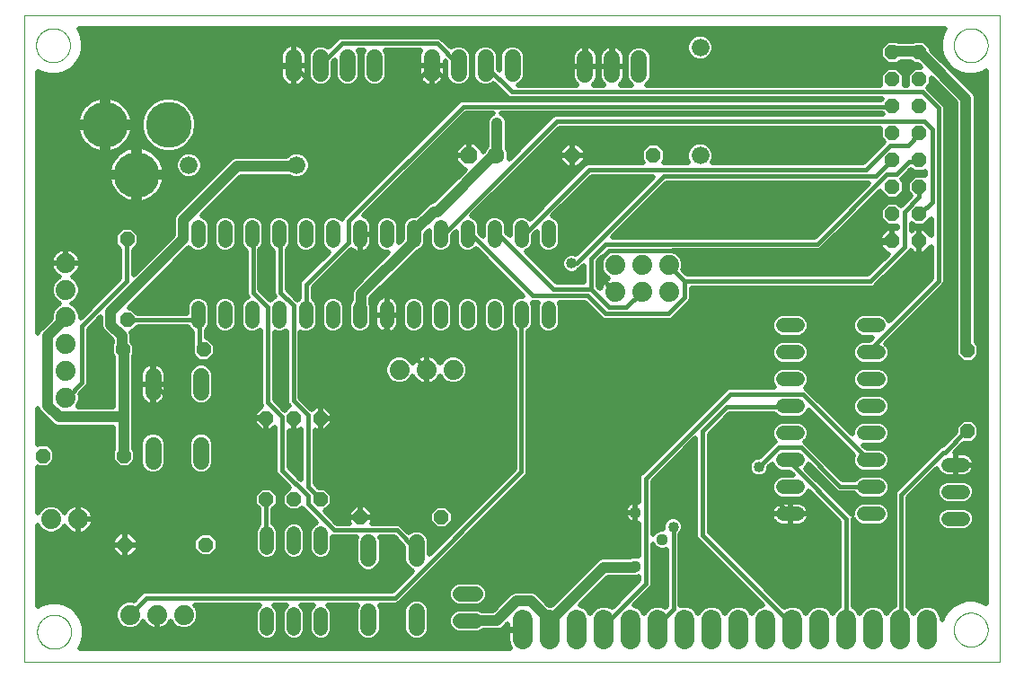
<source format=gbl>
G75*
%MOIN*%
%OFA0B0*%
%FSLAX25Y25*%
%IPPOS*%
%LPD*%
%AMOC8*
5,1,8,0,0,1.08239X$1,22.5*
%
%ADD10C,0.00000*%
%ADD11OC8,0.05600*%
%ADD12C,0.05200*%
%ADD13C,0.07400*%
%ADD14C,0.06000*%
%ADD15OC8,0.05200*%
%ADD16OC8,0.06300*%
%ADD17C,0.06300*%
%ADD18C,0.05600*%
%ADD19C,0.06600*%
%ADD20C,0.17000*%
%ADD21C,0.04400*%
%ADD22C,0.07400*%
%ADD23C,0.03937*%
%ADD24C,0.04000*%
%ADD25C,0.01600*%
%ADD26C,0.01969*%
D10*
X0005394Y0001000D02*
X0005394Y0240882D01*
X0367402Y0240882D01*
X0367402Y0001000D01*
X0005394Y0001000D01*
X0010118Y0012142D02*
X0010120Y0012300D01*
X0010126Y0012458D01*
X0010136Y0012616D01*
X0010150Y0012774D01*
X0010168Y0012931D01*
X0010189Y0013088D01*
X0010215Y0013244D01*
X0010245Y0013400D01*
X0010278Y0013555D01*
X0010316Y0013708D01*
X0010357Y0013861D01*
X0010402Y0014013D01*
X0010451Y0014164D01*
X0010504Y0014313D01*
X0010560Y0014461D01*
X0010620Y0014607D01*
X0010684Y0014752D01*
X0010752Y0014895D01*
X0010823Y0015037D01*
X0010897Y0015177D01*
X0010975Y0015314D01*
X0011057Y0015450D01*
X0011141Y0015584D01*
X0011230Y0015715D01*
X0011321Y0015844D01*
X0011416Y0015971D01*
X0011513Y0016096D01*
X0011614Y0016218D01*
X0011718Y0016337D01*
X0011825Y0016454D01*
X0011935Y0016568D01*
X0012048Y0016679D01*
X0012163Y0016788D01*
X0012281Y0016893D01*
X0012402Y0016995D01*
X0012525Y0017095D01*
X0012651Y0017191D01*
X0012779Y0017284D01*
X0012909Y0017374D01*
X0013042Y0017460D01*
X0013177Y0017544D01*
X0013313Y0017623D01*
X0013452Y0017700D01*
X0013593Y0017772D01*
X0013735Y0017842D01*
X0013879Y0017907D01*
X0014025Y0017969D01*
X0014172Y0018027D01*
X0014321Y0018082D01*
X0014471Y0018133D01*
X0014622Y0018180D01*
X0014774Y0018223D01*
X0014927Y0018262D01*
X0015082Y0018298D01*
X0015237Y0018329D01*
X0015393Y0018357D01*
X0015549Y0018381D01*
X0015706Y0018401D01*
X0015864Y0018417D01*
X0016021Y0018429D01*
X0016180Y0018437D01*
X0016338Y0018441D01*
X0016496Y0018441D01*
X0016654Y0018437D01*
X0016813Y0018429D01*
X0016970Y0018417D01*
X0017128Y0018401D01*
X0017285Y0018381D01*
X0017441Y0018357D01*
X0017597Y0018329D01*
X0017752Y0018298D01*
X0017907Y0018262D01*
X0018060Y0018223D01*
X0018212Y0018180D01*
X0018363Y0018133D01*
X0018513Y0018082D01*
X0018662Y0018027D01*
X0018809Y0017969D01*
X0018955Y0017907D01*
X0019099Y0017842D01*
X0019241Y0017772D01*
X0019382Y0017700D01*
X0019521Y0017623D01*
X0019657Y0017544D01*
X0019792Y0017460D01*
X0019925Y0017374D01*
X0020055Y0017284D01*
X0020183Y0017191D01*
X0020309Y0017095D01*
X0020432Y0016995D01*
X0020553Y0016893D01*
X0020671Y0016788D01*
X0020786Y0016679D01*
X0020899Y0016568D01*
X0021009Y0016454D01*
X0021116Y0016337D01*
X0021220Y0016218D01*
X0021321Y0016096D01*
X0021418Y0015971D01*
X0021513Y0015844D01*
X0021604Y0015715D01*
X0021693Y0015584D01*
X0021777Y0015450D01*
X0021859Y0015314D01*
X0021937Y0015177D01*
X0022011Y0015037D01*
X0022082Y0014895D01*
X0022150Y0014752D01*
X0022214Y0014607D01*
X0022274Y0014461D01*
X0022330Y0014313D01*
X0022383Y0014164D01*
X0022432Y0014013D01*
X0022477Y0013861D01*
X0022518Y0013708D01*
X0022556Y0013555D01*
X0022589Y0013400D01*
X0022619Y0013244D01*
X0022645Y0013088D01*
X0022666Y0012931D01*
X0022684Y0012774D01*
X0022698Y0012616D01*
X0022708Y0012458D01*
X0022714Y0012300D01*
X0022716Y0012142D01*
X0022714Y0011984D01*
X0022708Y0011826D01*
X0022698Y0011668D01*
X0022684Y0011510D01*
X0022666Y0011353D01*
X0022645Y0011196D01*
X0022619Y0011040D01*
X0022589Y0010884D01*
X0022556Y0010729D01*
X0022518Y0010576D01*
X0022477Y0010423D01*
X0022432Y0010271D01*
X0022383Y0010120D01*
X0022330Y0009971D01*
X0022274Y0009823D01*
X0022214Y0009677D01*
X0022150Y0009532D01*
X0022082Y0009389D01*
X0022011Y0009247D01*
X0021937Y0009107D01*
X0021859Y0008970D01*
X0021777Y0008834D01*
X0021693Y0008700D01*
X0021604Y0008569D01*
X0021513Y0008440D01*
X0021418Y0008313D01*
X0021321Y0008188D01*
X0021220Y0008066D01*
X0021116Y0007947D01*
X0021009Y0007830D01*
X0020899Y0007716D01*
X0020786Y0007605D01*
X0020671Y0007496D01*
X0020553Y0007391D01*
X0020432Y0007289D01*
X0020309Y0007189D01*
X0020183Y0007093D01*
X0020055Y0007000D01*
X0019925Y0006910D01*
X0019792Y0006824D01*
X0019657Y0006740D01*
X0019521Y0006661D01*
X0019382Y0006584D01*
X0019241Y0006512D01*
X0019099Y0006442D01*
X0018955Y0006377D01*
X0018809Y0006315D01*
X0018662Y0006257D01*
X0018513Y0006202D01*
X0018363Y0006151D01*
X0018212Y0006104D01*
X0018060Y0006061D01*
X0017907Y0006022D01*
X0017752Y0005986D01*
X0017597Y0005955D01*
X0017441Y0005927D01*
X0017285Y0005903D01*
X0017128Y0005883D01*
X0016970Y0005867D01*
X0016813Y0005855D01*
X0016654Y0005847D01*
X0016496Y0005843D01*
X0016338Y0005843D01*
X0016180Y0005847D01*
X0016021Y0005855D01*
X0015864Y0005867D01*
X0015706Y0005883D01*
X0015549Y0005903D01*
X0015393Y0005927D01*
X0015237Y0005955D01*
X0015082Y0005986D01*
X0014927Y0006022D01*
X0014774Y0006061D01*
X0014622Y0006104D01*
X0014471Y0006151D01*
X0014321Y0006202D01*
X0014172Y0006257D01*
X0014025Y0006315D01*
X0013879Y0006377D01*
X0013735Y0006442D01*
X0013593Y0006512D01*
X0013452Y0006584D01*
X0013313Y0006661D01*
X0013177Y0006740D01*
X0013042Y0006824D01*
X0012909Y0006910D01*
X0012779Y0007000D01*
X0012651Y0007093D01*
X0012525Y0007189D01*
X0012402Y0007289D01*
X0012281Y0007391D01*
X0012163Y0007496D01*
X0012048Y0007605D01*
X0011935Y0007716D01*
X0011825Y0007830D01*
X0011718Y0007947D01*
X0011614Y0008066D01*
X0011513Y0008188D01*
X0011416Y0008313D01*
X0011321Y0008440D01*
X0011230Y0008569D01*
X0011141Y0008700D01*
X0011057Y0008834D01*
X0010975Y0008970D01*
X0010897Y0009107D01*
X0010823Y0009247D01*
X0010752Y0009389D01*
X0010684Y0009532D01*
X0010620Y0009677D01*
X0010560Y0009823D01*
X0010504Y0009971D01*
X0010451Y0010120D01*
X0010402Y0010271D01*
X0010357Y0010423D01*
X0010316Y0010576D01*
X0010278Y0010729D01*
X0010245Y0010884D01*
X0010215Y0011040D01*
X0010189Y0011196D01*
X0010168Y0011353D01*
X0010150Y0011510D01*
X0010136Y0011668D01*
X0010126Y0011826D01*
X0010120Y0011984D01*
X0010118Y0012142D01*
X0009725Y0229858D02*
X0009727Y0230016D01*
X0009733Y0230174D01*
X0009743Y0230332D01*
X0009757Y0230490D01*
X0009775Y0230647D01*
X0009796Y0230804D01*
X0009822Y0230960D01*
X0009852Y0231116D01*
X0009885Y0231271D01*
X0009923Y0231424D01*
X0009964Y0231577D01*
X0010009Y0231729D01*
X0010058Y0231880D01*
X0010111Y0232029D01*
X0010167Y0232177D01*
X0010227Y0232323D01*
X0010291Y0232468D01*
X0010359Y0232611D01*
X0010430Y0232753D01*
X0010504Y0232893D01*
X0010582Y0233030D01*
X0010664Y0233166D01*
X0010748Y0233300D01*
X0010837Y0233431D01*
X0010928Y0233560D01*
X0011023Y0233687D01*
X0011120Y0233812D01*
X0011221Y0233934D01*
X0011325Y0234053D01*
X0011432Y0234170D01*
X0011542Y0234284D01*
X0011655Y0234395D01*
X0011770Y0234504D01*
X0011888Y0234609D01*
X0012009Y0234711D01*
X0012132Y0234811D01*
X0012258Y0234907D01*
X0012386Y0235000D01*
X0012516Y0235090D01*
X0012649Y0235176D01*
X0012784Y0235260D01*
X0012920Y0235339D01*
X0013059Y0235416D01*
X0013200Y0235488D01*
X0013342Y0235558D01*
X0013486Y0235623D01*
X0013632Y0235685D01*
X0013779Y0235743D01*
X0013928Y0235798D01*
X0014078Y0235849D01*
X0014229Y0235896D01*
X0014381Y0235939D01*
X0014534Y0235978D01*
X0014689Y0236014D01*
X0014844Y0236045D01*
X0015000Y0236073D01*
X0015156Y0236097D01*
X0015313Y0236117D01*
X0015471Y0236133D01*
X0015628Y0236145D01*
X0015787Y0236153D01*
X0015945Y0236157D01*
X0016103Y0236157D01*
X0016261Y0236153D01*
X0016420Y0236145D01*
X0016577Y0236133D01*
X0016735Y0236117D01*
X0016892Y0236097D01*
X0017048Y0236073D01*
X0017204Y0236045D01*
X0017359Y0236014D01*
X0017514Y0235978D01*
X0017667Y0235939D01*
X0017819Y0235896D01*
X0017970Y0235849D01*
X0018120Y0235798D01*
X0018269Y0235743D01*
X0018416Y0235685D01*
X0018562Y0235623D01*
X0018706Y0235558D01*
X0018848Y0235488D01*
X0018989Y0235416D01*
X0019128Y0235339D01*
X0019264Y0235260D01*
X0019399Y0235176D01*
X0019532Y0235090D01*
X0019662Y0235000D01*
X0019790Y0234907D01*
X0019916Y0234811D01*
X0020039Y0234711D01*
X0020160Y0234609D01*
X0020278Y0234504D01*
X0020393Y0234395D01*
X0020506Y0234284D01*
X0020616Y0234170D01*
X0020723Y0234053D01*
X0020827Y0233934D01*
X0020928Y0233812D01*
X0021025Y0233687D01*
X0021120Y0233560D01*
X0021211Y0233431D01*
X0021300Y0233300D01*
X0021384Y0233166D01*
X0021466Y0233030D01*
X0021544Y0232893D01*
X0021618Y0232753D01*
X0021689Y0232611D01*
X0021757Y0232468D01*
X0021821Y0232323D01*
X0021881Y0232177D01*
X0021937Y0232029D01*
X0021990Y0231880D01*
X0022039Y0231729D01*
X0022084Y0231577D01*
X0022125Y0231424D01*
X0022163Y0231271D01*
X0022196Y0231116D01*
X0022226Y0230960D01*
X0022252Y0230804D01*
X0022273Y0230647D01*
X0022291Y0230490D01*
X0022305Y0230332D01*
X0022315Y0230174D01*
X0022321Y0230016D01*
X0022323Y0229858D01*
X0022321Y0229700D01*
X0022315Y0229542D01*
X0022305Y0229384D01*
X0022291Y0229226D01*
X0022273Y0229069D01*
X0022252Y0228912D01*
X0022226Y0228756D01*
X0022196Y0228600D01*
X0022163Y0228445D01*
X0022125Y0228292D01*
X0022084Y0228139D01*
X0022039Y0227987D01*
X0021990Y0227836D01*
X0021937Y0227687D01*
X0021881Y0227539D01*
X0021821Y0227393D01*
X0021757Y0227248D01*
X0021689Y0227105D01*
X0021618Y0226963D01*
X0021544Y0226823D01*
X0021466Y0226686D01*
X0021384Y0226550D01*
X0021300Y0226416D01*
X0021211Y0226285D01*
X0021120Y0226156D01*
X0021025Y0226029D01*
X0020928Y0225904D01*
X0020827Y0225782D01*
X0020723Y0225663D01*
X0020616Y0225546D01*
X0020506Y0225432D01*
X0020393Y0225321D01*
X0020278Y0225212D01*
X0020160Y0225107D01*
X0020039Y0225005D01*
X0019916Y0224905D01*
X0019790Y0224809D01*
X0019662Y0224716D01*
X0019532Y0224626D01*
X0019399Y0224540D01*
X0019264Y0224456D01*
X0019128Y0224377D01*
X0018989Y0224300D01*
X0018848Y0224228D01*
X0018706Y0224158D01*
X0018562Y0224093D01*
X0018416Y0224031D01*
X0018269Y0223973D01*
X0018120Y0223918D01*
X0017970Y0223867D01*
X0017819Y0223820D01*
X0017667Y0223777D01*
X0017514Y0223738D01*
X0017359Y0223702D01*
X0017204Y0223671D01*
X0017048Y0223643D01*
X0016892Y0223619D01*
X0016735Y0223599D01*
X0016577Y0223583D01*
X0016420Y0223571D01*
X0016261Y0223563D01*
X0016103Y0223559D01*
X0015945Y0223559D01*
X0015787Y0223563D01*
X0015628Y0223571D01*
X0015471Y0223583D01*
X0015313Y0223599D01*
X0015156Y0223619D01*
X0015000Y0223643D01*
X0014844Y0223671D01*
X0014689Y0223702D01*
X0014534Y0223738D01*
X0014381Y0223777D01*
X0014229Y0223820D01*
X0014078Y0223867D01*
X0013928Y0223918D01*
X0013779Y0223973D01*
X0013632Y0224031D01*
X0013486Y0224093D01*
X0013342Y0224158D01*
X0013200Y0224228D01*
X0013059Y0224300D01*
X0012920Y0224377D01*
X0012784Y0224456D01*
X0012649Y0224540D01*
X0012516Y0224626D01*
X0012386Y0224716D01*
X0012258Y0224809D01*
X0012132Y0224905D01*
X0012009Y0225005D01*
X0011888Y0225107D01*
X0011770Y0225212D01*
X0011655Y0225321D01*
X0011542Y0225432D01*
X0011432Y0225546D01*
X0011325Y0225663D01*
X0011221Y0225782D01*
X0011120Y0225904D01*
X0011023Y0226029D01*
X0010928Y0226156D01*
X0010837Y0226285D01*
X0010748Y0226416D01*
X0010664Y0226550D01*
X0010582Y0226686D01*
X0010504Y0226823D01*
X0010430Y0226963D01*
X0010359Y0227105D01*
X0010291Y0227248D01*
X0010227Y0227393D01*
X0010167Y0227539D01*
X0010111Y0227687D01*
X0010058Y0227836D01*
X0010009Y0227987D01*
X0009964Y0228139D01*
X0009923Y0228292D01*
X0009885Y0228445D01*
X0009852Y0228600D01*
X0009822Y0228756D01*
X0009796Y0228912D01*
X0009775Y0229069D01*
X0009757Y0229226D01*
X0009743Y0229384D01*
X0009733Y0229542D01*
X0009727Y0229700D01*
X0009725Y0229858D01*
X0350276Y0229858D02*
X0350278Y0230016D01*
X0350284Y0230174D01*
X0350294Y0230332D01*
X0350308Y0230490D01*
X0350326Y0230647D01*
X0350347Y0230804D01*
X0350373Y0230960D01*
X0350403Y0231116D01*
X0350436Y0231271D01*
X0350474Y0231424D01*
X0350515Y0231577D01*
X0350560Y0231729D01*
X0350609Y0231880D01*
X0350662Y0232029D01*
X0350718Y0232177D01*
X0350778Y0232323D01*
X0350842Y0232468D01*
X0350910Y0232611D01*
X0350981Y0232753D01*
X0351055Y0232893D01*
X0351133Y0233030D01*
X0351215Y0233166D01*
X0351299Y0233300D01*
X0351388Y0233431D01*
X0351479Y0233560D01*
X0351574Y0233687D01*
X0351671Y0233812D01*
X0351772Y0233934D01*
X0351876Y0234053D01*
X0351983Y0234170D01*
X0352093Y0234284D01*
X0352206Y0234395D01*
X0352321Y0234504D01*
X0352439Y0234609D01*
X0352560Y0234711D01*
X0352683Y0234811D01*
X0352809Y0234907D01*
X0352937Y0235000D01*
X0353067Y0235090D01*
X0353200Y0235176D01*
X0353335Y0235260D01*
X0353471Y0235339D01*
X0353610Y0235416D01*
X0353751Y0235488D01*
X0353893Y0235558D01*
X0354037Y0235623D01*
X0354183Y0235685D01*
X0354330Y0235743D01*
X0354479Y0235798D01*
X0354629Y0235849D01*
X0354780Y0235896D01*
X0354932Y0235939D01*
X0355085Y0235978D01*
X0355240Y0236014D01*
X0355395Y0236045D01*
X0355551Y0236073D01*
X0355707Y0236097D01*
X0355864Y0236117D01*
X0356022Y0236133D01*
X0356179Y0236145D01*
X0356338Y0236153D01*
X0356496Y0236157D01*
X0356654Y0236157D01*
X0356812Y0236153D01*
X0356971Y0236145D01*
X0357128Y0236133D01*
X0357286Y0236117D01*
X0357443Y0236097D01*
X0357599Y0236073D01*
X0357755Y0236045D01*
X0357910Y0236014D01*
X0358065Y0235978D01*
X0358218Y0235939D01*
X0358370Y0235896D01*
X0358521Y0235849D01*
X0358671Y0235798D01*
X0358820Y0235743D01*
X0358967Y0235685D01*
X0359113Y0235623D01*
X0359257Y0235558D01*
X0359399Y0235488D01*
X0359540Y0235416D01*
X0359679Y0235339D01*
X0359815Y0235260D01*
X0359950Y0235176D01*
X0360083Y0235090D01*
X0360213Y0235000D01*
X0360341Y0234907D01*
X0360467Y0234811D01*
X0360590Y0234711D01*
X0360711Y0234609D01*
X0360829Y0234504D01*
X0360944Y0234395D01*
X0361057Y0234284D01*
X0361167Y0234170D01*
X0361274Y0234053D01*
X0361378Y0233934D01*
X0361479Y0233812D01*
X0361576Y0233687D01*
X0361671Y0233560D01*
X0361762Y0233431D01*
X0361851Y0233300D01*
X0361935Y0233166D01*
X0362017Y0233030D01*
X0362095Y0232893D01*
X0362169Y0232753D01*
X0362240Y0232611D01*
X0362308Y0232468D01*
X0362372Y0232323D01*
X0362432Y0232177D01*
X0362488Y0232029D01*
X0362541Y0231880D01*
X0362590Y0231729D01*
X0362635Y0231577D01*
X0362676Y0231424D01*
X0362714Y0231271D01*
X0362747Y0231116D01*
X0362777Y0230960D01*
X0362803Y0230804D01*
X0362824Y0230647D01*
X0362842Y0230490D01*
X0362856Y0230332D01*
X0362866Y0230174D01*
X0362872Y0230016D01*
X0362874Y0229858D01*
X0362872Y0229700D01*
X0362866Y0229542D01*
X0362856Y0229384D01*
X0362842Y0229226D01*
X0362824Y0229069D01*
X0362803Y0228912D01*
X0362777Y0228756D01*
X0362747Y0228600D01*
X0362714Y0228445D01*
X0362676Y0228292D01*
X0362635Y0228139D01*
X0362590Y0227987D01*
X0362541Y0227836D01*
X0362488Y0227687D01*
X0362432Y0227539D01*
X0362372Y0227393D01*
X0362308Y0227248D01*
X0362240Y0227105D01*
X0362169Y0226963D01*
X0362095Y0226823D01*
X0362017Y0226686D01*
X0361935Y0226550D01*
X0361851Y0226416D01*
X0361762Y0226285D01*
X0361671Y0226156D01*
X0361576Y0226029D01*
X0361479Y0225904D01*
X0361378Y0225782D01*
X0361274Y0225663D01*
X0361167Y0225546D01*
X0361057Y0225432D01*
X0360944Y0225321D01*
X0360829Y0225212D01*
X0360711Y0225107D01*
X0360590Y0225005D01*
X0360467Y0224905D01*
X0360341Y0224809D01*
X0360213Y0224716D01*
X0360083Y0224626D01*
X0359950Y0224540D01*
X0359815Y0224456D01*
X0359679Y0224377D01*
X0359540Y0224300D01*
X0359399Y0224228D01*
X0359257Y0224158D01*
X0359113Y0224093D01*
X0358967Y0224031D01*
X0358820Y0223973D01*
X0358671Y0223918D01*
X0358521Y0223867D01*
X0358370Y0223820D01*
X0358218Y0223777D01*
X0358065Y0223738D01*
X0357910Y0223702D01*
X0357755Y0223671D01*
X0357599Y0223643D01*
X0357443Y0223619D01*
X0357286Y0223599D01*
X0357128Y0223583D01*
X0356971Y0223571D01*
X0356812Y0223563D01*
X0356654Y0223559D01*
X0356496Y0223559D01*
X0356338Y0223563D01*
X0356179Y0223571D01*
X0356022Y0223583D01*
X0355864Y0223599D01*
X0355707Y0223619D01*
X0355551Y0223643D01*
X0355395Y0223671D01*
X0355240Y0223702D01*
X0355085Y0223738D01*
X0354932Y0223777D01*
X0354780Y0223820D01*
X0354629Y0223867D01*
X0354479Y0223918D01*
X0354330Y0223973D01*
X0354183Y0224031D01*
X0354037Y0224093D01*
X0353893Y0224158D01*
X0353751Y0224228D01*
X0353610Y0224300D01*
X0353471Y0224377D01*
X0353335Y0224456D01*
X0353200Y0224540D01*
X0353067Y0224626D01*
X0352937Y0224716D01*
X0352809Y0224809D01*
X0352683Y0224905D01*
X0352560Y0225005D01*
X0352439Y0225107D01*
X0352321Y0225212D01*
X0352206Y0225321D01*
X0352093Y0225432D01*
X0351983Y0225546D01*
X0351876Y0225663D01*
X0351772Y0225782D01*
X0351671Y0225904D01*
X0351574Y0226029D01*
X0351479Y0226156D01*
X0351388Y0226285D01*
X0351299Y0226416D01*
X0351215Y0226550D01*
X0351133Y0226686D01*
X0351055Y0226823D01*
X0350981Y0226963D01*
X0350910Y0227105D01*
X0350842Y0227248D01*
X0350778Y0227393D01*
X0350718Y0227539D01*
X0350662Y0227687D01*
X0350609Y0227836D01*
X0350560Y0227987D01*
X0350515Y0228139D01*
X0350474Y0228292D01*
X0350436Y0228445D01*
X0350403Y0228600D01*
X0350373Y0228756D01*
X0350347Y0228912D01*
X0350326Y0229069D01*
X0350308Y0229226D01*
X0350294Y0229384D01*
X0350284Y0229542D01*
X0350278Y0229700D01*
X0350276Y0229858D01*
X0350276Y0012929D02*
X0350278Y0013087D01*
X0350284Y0013245D01*
X0350294Y0013403D01*
X0350308Y0013561D01*
X0350326Y0013718D01*
X0350347Y0013875D01*
X0350373Y0014031D01*
X0350403Y0014187D01*
X0350436Y0014342D01*
X0350474Y0014495D01*
X0350515Y0014648D01*
X0350560Y0014800D01*
X0350609Y0014951D01*
X0350662Y0015100D01*
X0350718Y0015248D01*
X0350778Y0015394D01*
X0350842Y0015539D01*
X0350910Y0015682D01*
X0350981Y0015824D01*
X0351055Y0015964D01*
X0351133Y0016101D01*
X0351215Y0016237D01*
X0351299Y0016371D01*
X0351388Y0016502D01*
X0351479Y0016631D01*
X0351574Y0016758D01*
X0351671Y0016883D01*
X0351772Y0017005D01*
X0351876Y0017124D01*
X0351983Y0017241D01*
X0352093Y0017355D01*
X0352206Y0017466D01*
X0352321Y0017575D01*
X0352439Y0017680D01*
X0352560Y0017782D01*
X0352683Y0017882D01*
X0352809Y0017978D01*
X0352937Y0018071D01*
X0353067Y0018161D01*
X0353200Y0018247D01*
X0353335Y0018331D01*
X0353471Y0018410D01*
X0353610Y0018487D01*
X0353751Y0018559D01*
X0353893Y0018629D01*
X0354037Y0018694D01*
X0354183Y0018756D01*
X0354330Y0018814D01*
X0354479Y0018869D01*
X0354629Y0018920D01*
X0354780Y0018967D01*
X0354932Y0019010D01*
X0355085Y0019049D01*
X0355240Y0019085D01*
X0355395Y0019116D01*
X0355551Y0019144D01*
X0355707Y0019168D01*
X0355864Y0019188D01*
X0356022Y0019204D01*
X0356179Y0019216D01*
X0356338Y0019224D01*
X0356496Y0019228D01*
X0356654Y0019228D01*
X0356812Y0019224D01*
X0356971Y0019216D01*
X0357128Y0019204D01*
X0357286Y0019188D01*
X0357443Y0019168D01*
X0357599Y0019144D01*
X0357755Y0019116D01*
X0357910Y0019085D01*
X0358065Y0019049D01*
X0358218Y0019010D01*
X0358370Y0018967D01*
X0358521Y0018920D01*
X0358671Y0018869D01*
X0358820Y0018814D01*
X0358967Y0018756D01*
X0359113Y0018694D01*
X0359257Y0018629D01*
X0359399Y0018559D01*
X0359540Y0018487D01*
X0359679Y0018410D01*
X0359815Y0018331D01*
X0359950Y0018247D01*
X0360083Y0018161D01*
X0360213Y0018071D01*
X0360341Y0017978D01*
X0360467Y0017882D01*
X0360590Y0017782D01*
X0360711Y0017680D01*
X0360829Y0017575D01*
X0360944Y0017466D01*
X0361057Y0017355D01*
X0361167Y0017241D01*
X0361274Y0017124D01*
X0361378Y0017005D01*
X0361479Y0016883D01*
X0361576Y0016758D01*
X0361671Y0016631D01*
X0361762Y0016502D01*
X0361851Y0016371D01*
X0361935Y0016237D01*
X0362017Y0016101D01*
X0362095Y0015964D01*
X0362169Y0015824D01*
X0362240Y0015682D01*
X0362308Y0015539D01*
X0362372Y0015394D01*
X0362432Y0015248D01*
X0362488Y0015100D01*
X0362541Y0014951D01*
X0362590Y0014800D01*
X0362635Y0014648D01*
X0362676Y0014495D01*
X0362714Y0014342D01*
X0362747Y0014187D01*
X0362777Y0014031D01*
X0362803Y0013875D01*
X0362824Y0013718D01*
X0362842Y0013561D01*
X0362856Y0013403D01*
X0362866Y0013245D01*
X0362872Y0013087D01*
X0362874Y0012929D01*
X0362872Y0012771D01*
X0362866Y0012613D01*
X0362856Y0012455D01*
X0362842Y0012297D01*
X0362824Y0012140D01*
X0362803Y0011983D01*
X0362777Y0011827D01*
X0362747Y0011671D01*
X0362714Y0011516D01*
X0362676Y0011363D01*
X0362635Y0011210D01*
X0362590Y0011058D01*
X0362541Y0010907D01*
X0362488Y0010758D01*
X0362432Y0010610D01*
X0362372Y0010464D01*
X0362308Y0010319D01*
X0362240Y0010176D01*
X0362169Y0010034D01*
X0362095Y0009894D01*
X0362017Y0009757D01*
X0361935Y0009621D01*
X0361851Y0009487D01*
X0361762Y0009356D01*
X0361671Y0009227D01*
X0361576Y0009100D01*
X0361479Y0008975D01*
X0361378Y0008853D01*
X0361274Y0008734D01*
X0361167Y0008617D01*
X0361057Y0008503D01*
X0360944Y0008392D01*
X0360829Y0008283D01*
X0360711Y0008178D01*
X0360590Y0008076D01*
X0360467Y0007976D01*
X0360341Y0007880D01*
X0360213Y0007787D01*
X0360083Y0007697D01*
X0359950Y0007611D01*
X0359815Y0007527D01*
X0359679Y0007448D01*
X0359540Y0007371D01*
X0359399Y0007299D01*
X0359257Y0007229D01*
X0359113Y0007164D01*
X0358967Y0007102D01*
X0358820Y0007044D01*
X0358671Y0006989D01*
X0358521Y0006938D01*
X0358370Y0006891D01*
X0358218Y0006848D01*
X0358065Y0006809D01*
X0357910Y0006773D01*
X0357755Y0006742D01*
X0357599Y0006714D01*
X0357443Y0006690D01*
X0357286Y0006670D01*
X0357128Y0006654D01*
X0356971Y0006642D01*
X0356812Y0006634D01*
X0356654Y0006630D01*
X0356496Y0006630D01*
X0356338Y0006634D01*
X0356179Y0006642D01*
X0356022Y0006654D01*
X0355864Y0006670D01*
X0355707Y0006690D01*
X0355551Y0006714D01*
X0355395Y0006742D01*
X0355240Y0006773D01*
X0355085Y0006809D01*
X0354932Y0006848D01*
X0354780Y0006891D01*
X0354629Y0006938D01*
X0354479Y0006989D01*
X0354330Y0007044D01*
X0354183Y0007102D01*
X0354037Y0007164D01*
X0353893Y0007229D01*
X0353751Y0007299D01*
X0353610Y0007371D01*
X0353471Y0007448D01*
X0353335Y0007527D01*
X0353200Y0007611D01*
X0353067Y0007697D01*
X0352937Y0007787D01*
X0352809Y0007880D01*
X0352683Y0007976D01*
X0352560Y0008076D01*
X0352439Y0008178D01*
X0352321Y0008283D01*
X0352206Y0008392D01*
X0352093Y0008503D01*
X0351983Y0008617D01*
X0351876Y0008734D01*
X0351772Y0008853D01*
X0351671Y0008975D01*
X0351574Y0009100D01*
X0351479Y0009227D01*
X0351388Y0009356D01*
X0351299Y0009487D01*
X0351215Y0009621D01*
X0351133Y0009757D01*
X0351055Y0009894D01*
X0350981Y0010034D01*
X0350910Y0010176D01*
X0350842Y0010319D01*
X0350778Y0010464D01*
X0350718Y0010610D01*
X0350662Y0010758D01*
X0350609Y0010907D01*
X0350560Y0011058D01*
X0350515Y0011210D01*
X0350474Y0011363D01*
X0350436Y0011516D01*
X0350403Y0011671D01*
X0350373Y0011827D01*
X0350347Y0011983D01*
X0350326Y0012140D01*
X0350308Y0012297D01*
X0350294Y0012455D01*
X0350284Y0012613D01*
X0350278Y0012771D01*
X0350276Y0012929D01*
D11*
X0337480Y0157181D03*
X0327480Y0157181D03*
X0327480Y0167181D03*
X0337480Y0167181D03*
X0337480Y0177181D03*
X0327480Y0177181D03*
X0327480Y0187181D03*
X0337480Y0187181D03*
X0337480Y0197181D03*
X0327480Y0197181D03*
X0327480Y0207181D03*
X0337480Y0207181D03*
X0337480Y0217181D03*
X0327480Y0217181D03*
X0327480Y0227181D03*
X0337480Y0227181D03*
X0238780Y0188992D03*
X0208780Y0188992D03*
X0043583Y0157850D03*
X0043583Y0127850D03*
X0042756Y0044425D03*
X0072756Y0044425D03*
D12*
X0095394Y0043439D02*
X0095394Y0048639D01*
X0105394Y0048639D02*
X0105394Y0043439D01*
X0115394Y0043439D02*
X0115394Y0048639D01*
X0115394Y0018639D02*
X0115394Y0013439D01*
X0105394Y0013439D02*
X0105394Y0018639D01*
X0095394Y0018639D02*
X0095394Y0013439D01*
X0099921Y0127219D02*
X0099921Y0132419D01*
X0109921Y0132419D02*
X0109921Y0127219D01*
X0119921Y0127219D02*
X0119921Y0132419D01*
X0129921Y0132419D02*
X0129921Y0127219D01*
X0139921Y0127219D02*
X0139921Y0132419D01*
X0149921Y0132419D02*
X0149921Y0127219D01*
X0159921Y0127219D02*
X0159921Y0132419D01*
X0169921Y0132419D02*
X0169921Y0127219D01*
X0179921Y0127219D02*
X0179921Y0132419D01*
X0189921Y0132419D02*
X0189921Y0127219D01*
X0199921Y0127219D02*
X0199921Y0132419D01*
X0199921Y0157219D02*
X0199921Y0162419D01*
X0189921Y0162419D02*
X0189921Y0157219D01*
X0179921Y0157219D02*
X0179921Y0162419D01*
X0169921Y0162419D02*
X0169921Y0157219D01*
X0159921Y0157219D02*
X0159921Y0162419D01*
X0149921Y0162419D02*
X0149921Y0157219D01*
X0139921Y0157219D02*
X0139921Y0162419D01*
X0129921Y0162419D02*
X0129921Y0157219D01*
X0119921Y0157219D02*
X0119921Y0162419D01*
X0109921Y0162419D02*
X0109921Y0157219D01*
X0099921Y0157219D02*
X0099921Y0162419D01*
X0089921Y0162419D02*
X0089921Y0157219D01*
X0079921Y0157219D02*
X0079921Y0162419D01*
X0069921Y0162419D02*
X0069921Y0157219D01*
X0069921Y0132419D02*
X0069921Y0127219D01*
X0079921Y0127219D02*
X0079921Y0132419D01*
X0089921Y0132419D02*
X0089921Y0127219D01*
X0287006Y0125882D02*
X0292206Y0125882D01*
X0292206Y0115882D02*
X0287006Y0115882D01*
X0287006Y0105882D02*
X0292206Y0105882D01*
X0292206Y0095882D02*
X0287006Y0095882D01*
X0287006Y0085882D02*
X0292206Y0085882D01*
X0292206Y0075882D02*
X0287006Y0075882D01*
X0287006Y0065882D02*
X0292206Y0065882D01*
X0292206Y0055882D02*
X0287006Y0055882D01*
X0317006Y0055882D02*
X0322206Y0055882D01*
X0322206Y0065882D02*
X0317006Y0065882D01*
X0317006Y0075882D02*
X0322206Y0075882D01*
X0322206Y0085882D02*
X0317006Y0085882D01*
X0317006Y0095882D02*
X0322206Y0095882D01*
X0322206Y0105882D02*
X0317006Y0105882D01*
X0317006Y0115882D02*
X0322206Y0115882D01*
X0322206Y0125882D02*
X0317006Y0125882D01*
X0348345Y0074110D02*
X0353545Y0074110D01*
X0353545Y0064110D02*
X0348345Y0064110D01*
X0348345Y0054110D02*
X0353545Y0054110D01*
D13*
X0244528Y0138244D03*
X0234528Y0138244D03*
X0224528Y0138244D03*
X0224528Y0148244D03*
X0234528Y0148244D03*
X0244528Y0148244D03*
X0164606Y0109386D03*
X0154606Y0109386D03*
X0144606Y0109386D03*
X0025354Y0053874D03*
X0015354Y0053874D03*
X0044606Y0018441D03*
X0054606Y0018441D03*
X0064606Y0018441D03*
X0020748Y0098953D03*
X0020748Y0108953D03*
X0020748Y0118953D03*
X0020748Y0128953D03*
X0020748Y0138953D03*
X0020748Y0148953D03*
D14*
X0053187Y0107076D02*
X0053187Y0101076D01*
X0070987Y0101076D02*
X0070987Y0107076D01*
X0070987Y0081476D02*
X0070987Y0075476D01*
X0053187Y0075476D02*
X0053187Y0081476D01*
X0133108Y0045265D02*
X0133108Y0039265D01*
X0150908Y0039265D02*
X0150908Y0045265D01*
X0150908Y0019665D02*
X0150908Y0013665D01*
X0133108Y0013665D02*
X0133108Y0019665D01*
X0135354Y0219378D02*
X0135354Y0225378D01*
X0125354Y0225378D02*
X0125354Y0219378D01*
X0115354Y0219378D02*
X0115354Y0225378D01*
X0105354Y0225378D02*
X0105354Y0219378D01*
X0156535Y0219378D02*
X0156535Y0225378D01*
X0166535Y0225378D02*
X0166535Y0219378D01*
X0176535Y0219378D02*
X0176535Y0225378D01*
X0186535Y0225378D02*
X0186535Y0219378D01*
X0213504Y0218984D02*
X0213504Y0224984D01*
X0223504Y0224984D02*
X0223504Y0218984D01*
X0233504Y0218984D02*
X0233504Y0224984D01*
D15*
X0071969Y0116866D03*
X0041969Y0116866D03*
X0095157Y0091315D03*
X0105394Y0091315D03*
X0115236Y0091315D03*
X0115236Y0061315D03*
X0105394Y0061315D03*
X0095157Y0061315D03*
X0130157Y0054661D03*
X0160157Y0054661D03*
X0042441Y0077496D03*
X0012441Y0077496D03*
X0355394Y0086512D03*
X0355394Y0116512D03*
D16*
X0170472Y0188913D03*
D17*
X0180472Y0188913D03*
D18*
X0172761Y0026197D02*
X0167161Y0026197D01*
X0167161Y0016197D02*
X0172761Y0016197D01*
D19*
X0106496Y0185370D03*
X0066496Y0185370D03*
X0256181Y0188992D03*
X0256181Y0228992D03*
D20*
X0058937Y0200331D03*
X0035315Y0200331D03*
X0047126Y0181827D03*
D21*
X0232165Y0056394D03*
X0242165Y0046394D03*
X0232165Y0036394D03*
D22*
X0230433Y0016629D02*
X0230433Y0009229D01*
X0220433Y0009229D02*
X0220433Y0016629D01*
X0210433Y0016629D02*
X0210433Y0009229D01*
X0200433Y0009229D02*
X0200433Y0016629D01*
X0190433Y0016629D02*
X0190433Y0009229D01*
X0240433Y0009229D02*
X0240433Y0016629D01*
X0250433Y0016629D02*
X0250433Y0009229D01*
X0260433Y0009229D02*
X0260433Y0016629D01*
X0270433Y0016629D02*
X0270433Y0009229D01*
X0280433Y0009229D02*
X0280433Y0016629D01*
X0290433Y0016629D02*
X0290433Y0009229D01*
X0300433Y0009229D02*
X0300433Y0016629D01*
X0310433Y0016629D02*
X0310433Y0009229D01*
X0320433Y0009229D02*
X0320433Y0016629D01*
X0330433Y0016629D02*
X0330433Y0009229D01*
X0340433Y0009229D02*
X0340433Y0016629D01*
D23*
X0232165Y0036394D02*
X0231819Y0036106D01*
X0220419Y0036106D01*
X0200619Y0016306D01*
X0200619Y0013306D01*
X0200433Y0012929D01*
X0199419Y0017506D01*
X0193419Y0023506D01*
X0188019Y0023506D01*
X0180819Y0016306D01*
X0170019Y0016306D01*
X0169961Y0016197D01*
X0042441Y0077496D02*
X0042219Y0077506D01*
X0042219Y0091906D01*
X0018219Y0091906D01*
X0014019Y0096106D01*
X0014019Y0121906D01*
X0020619Y0128506D01*
X0020748Y0128953D01*
X0037419Y0130906D02*
X0037419Y0126106D01*
X0041619Y0121906D01*
X0041619Y0118906D01*
X0041969Y0116866D01*
X0042219Y0116506D01*
X0042219Y0091906D01*
X0037419Y0130906D02*
X0064419Y0157906D01*
X0064419Y0165106D01*
X0084219Y0184906D01*
X0106419Y0184906D01*
X0106496Y0185370D01*
X0149619Y0159706D02*
X0149619Y0156706D01*
X0130419Y0137506D01*
X0130419Y0130306D01*
X0129921Y0129819D01*
X0149619Y0159706D02*
X0149921Y0159819D01*
X0150819Y0161506D01*
X0157419Y0168106D01*
X0158619Y0168106D01*
X0179019Y0188506D01*
X0180219Y0188506D01*
X0180472Y0188913D01*
X0180819Y0190906D01*
X0180819Y0201106D01*
X0327480Y0227181D02*
X0327819Y0227506D01*
X0335619Y0227506D01*
X0337480Y0227181D01*
X0338019Y0226906D01*
X0354819Y0210106D01*
X0354819Y0117106D01*
X0355394Y0116512D01*
D24*
X0317598Y0166472D03*
X0242008Y0164504D03*
X0218780Y0172378D03*
X0208419Y0148906D03*
X0187677Y0192850D03*
X0180819Y0201106D03*
X0138071Y0203087D03*
X0033346Y0111748D03*
X0100276Y0111354D03*
X0222717Y0025134D03*
X0241220Y0036945D03*
X0251850Y0046000D03*
X0246219Y0051106D03*
X0247126Y0070803D03*
X0260619Y0084706D03*
X0278019Y0073306D03*
X0262480Y0027890D03*
X0280197Y0217654D03*
D25*
X0327219Y0207106D02*
X0327480Y0207181D01*
X0327219Y0207106D02*
X0168219Y0207106D01*
X0125619Y0164506D01*
X0125619Y0156706D01*
X0110019Y0141106D01*
X0110019Y0130306D01*
X0109921Y0129819D01*
X0105219Y0133306D02*
X0105219Y0097906D01*
X0110619Y0092506D01*
X0110619Y0066106D01*
X0114819Y0061906D01*
X0115236Y0061315D01*
X0110619Y0062506D02*
X0110619Y0059506D01*
X0120219Y0049906D01*
X0143619Y0049906D01*
X0150819Y0042706D01*
X0150908Y0042265D01*
X0143019Y0024706D02*
X0050619Y0024706D01*
X0044619Y0018706D01*
X0044606Y0018441D01*
X0042756Y0044425D02*
X0042819Y0044506D01*
X0042819Y0058306D01*
X0065619Y0081106D01*
X0065619Y0091906D01*
X0053619Y0103906D01*
X0053187Y0104076D01*
X0065619Y0091906D02*
X0095019Y0091906D01*
X0095157Y0091315D01*
X0101019Y0091906D02*
X0101019Y0072106D01*
X0110619Y0062506D01*
X0095157Y0061315D02*
X0095019Y0061306D01*
X0095019Y0046306D01*
X0095394Y0046039D01*
X0143019Y0024706D02*
X0189819Y0071506D01*
X0189819Y0129706D01*
X0189921Y0129819D01*
X0194019Y0136906D02*
X0214419Y0136906D01*
X0221019Y0130306D01*
X0244419Y0130306D01*
X0250419Y0136306D01*
X0250419Y0142306D01*
X0319419Y0142306D01*
X0332019Y0154906D01*
X0332019Y0168106D01*
X0337419Y0173506D01*
X0337419Y0177106D01*
X0337480Y0177181D01*
X0342219Y0171706D02*
X0338019Y0167506D01*
X0337480Y0167181D01*
X0342219Y0171706D02*
X0342219Y0198706D01*
X0339219Y0201706D01*
X0203019Y0201706D01*
X0161619Y0160306D01*
X0160419Y0160306D01*
X0159921Y0159819D01*
X0169921Y0159819D02*
X0170019Y0159706D01*
X0171219Y0159706D01*
X0194019Y0136906D01*
X0201819Y0139306D02*
X0215619Y0139306D01*
X0215619Y0150706D01*
X0221019Y0156106D01*
X0299619Y0156106D01*
X0325419Y0181906D01*
X0329019Y0181906D01*
X0333819Y0186706D01*
X0337419Y0186706D01*
X0337480Y0187181D01*
X0333219Y0192706D02*
X0337419Y0196906D01*
X0337480Y0197181D01*
X0333219Y0192706D02*
X0326619Y0192706D01*
X0317619Y0183706D01*
X0215019Y0183706D01*
X0191619Y0160306D01*
X0190419Y0160306D01*
X0189921Y0159819D01*
X0181419Y0159706D02*
X0201819Y0139306D01*
X0208419Y0148906D02*
X0210219Y0148906D01*
X0242619Y0181306D01*
X0321219Y0181306D01*
X0327219Y0187306D01*
X0327480Y0187181D01*
X0344619Y0206506D02*
X0338619Y0212506D01*
X0186219Y0212506D01*
X0176619Y0222106D01*
X0176535Y0222378D01*
X0171219Y0226906D02*
X0171219Y0217306D01*
X0168219Y0214306D01*
X0164619Y0214306D01*
X0156819Y0222106D01*
X0156535Y0222378D01*
X0156219Y0222106D01*
X0148419Y0214306D01*
X0113619Y0214306D01*
X0105819Y0222106D01*
X0105354Y0222378D01*
X0104619Y0222106D01*
X0096219Y0222106D01*
X0056019Y0181906D01*
X0047619Y0181906D01*
X0047126Y0181827D01*
X0043583Y0157850D02*
X0043419Y0157306D01*
X0043419Y0142306D01*
X0026619Y0125506D01*
X0026619Y0104506D01*
X0021219Y0099106D01*
X0020748Y0098953D01*
X0043583Y0127850D02*
X0044019Y0127906D01*
X0069819Y0127906D01*
X0069921Y0129819D01*
X0070419Y0129706D01*
X0070419Y0118306D01*
X0071619Y0117106D01*
X0071969Y0116866D01*
X0090219Y0138106D02*
X0095619Y0132706D01*
X0095619Y0097306D01*
X0101019Y0091906D01*
X0128619Y0122506D02*
X0137619Y0122506D01*
X0139419Y0124306D01*
X0140019Y0124306D01*
X0154419Y0109906D01*
X0154606Y0109386D01*
X0140019Y0124306D02*
X0140019Y0129706D01*
X0139921Y0129819D01*
X0128619Y0122506D02*
X0125619Y0125506D01*
X0125619Y0138106D01*
X0129819Y0142306D01*
X0129819Y0159706D01*
X0129921Y0159819D01*
X0100419Y0159706D02*
X0099921Y0159819D01*
X0100419Y0159706D02*
X0100419Y0138106D01*
X0105219Y0133306D01*
X0090219Y0138106D02*
X0090219Y0159706D01*
X0089921Y0159819D01*
X0179921Y0159819D02*
X0180219Y0159706D01*
X0181419Y0159706D01*
X0215619Y0139306D02*
X0222219Y0132706D01*
X0228819Y0132706D01*
X0234219Y0138106D01*
X0234528Y0138244D01*
X0224528Y0138244D02*
X0224019Y0138706D01*
X0219219Y0143506D01*
X0219219Y0150706D01*
X0222219Y0153706D01*
X0300819Y0153706D01*
X0303819Y0156706D01*
X0327219Y0156706D01*
X0327480Y0157181D01*
X0344619Y0142306D02*
X0344619Y0206506D01*
X0344619Y0142306D02*
X0320019Y0117706D01*
X0320019Y0115906D01*
X0319606Y0115882D01*
X0294219Y0100306D02*
X0267219Y0100306D01*
X0236019Y0069106D01*
X0236019Y0030106D01*
X0221019Y0015106D01*
X0221019Y0013306D01*
X0220433Y0012929D01*
X0240433Y0012929D02*
X0240819Y0013306D01*
X0240819Y0015106D01*
X0246219Y0020506D01*
X0246219Y0051106D01*
X0257019Y0048106D02*
X0290019Y0015106D01*
X0290019Y0013306D01*
X0290433Y0012929D01*
X0310419Y0013306D02*
X0310433Y0012929D01*
X0310419Y0013306D02*
X0310419Y0054106D01*
X0290019Y0074506D01*
X0290019Y0075706D01*
X0289606Y0075882D01*
X0293619Y0080506D02*
X0285219Y0080506D01*
X0278019Y0073306D01*
X0293619Y0080506D02*
X0308019Y0066106D01*
X0319419Y0066106D01*
X0319606Y0065882D01*
X0330819Y0063106D02*
X0330819Y0013306D01*
X0330433Y0012929D01*
X0289606Y0055882D02*
X0289419Y0055906D01*
X0260619Y0084706D01*
X0257019Y0086506D02*
X0257019Y0048106D01*
X0257019Y0086506D02*
X0266019Y0095506D01*
X0289419Y0095506D01*
X0289606Y0095882D01*
X0294219Y0100306D02*
X0318219Y0076306D01*
X0319419Y0076306D01*
X0319606Y0075882D01*
X0330819Y0063106D02*
X0346419Y0078706D01*
X0347019Y0078706D01*
X0354819Y0086506D01*
X0355394Y0086512D01*
X0250419Y0142306D02*
X0245019Y0147706D01*
X0244528Y0148244D01*
X0213504Y0221984D02*
X0213219Y0222106D01*
X0196419Y0222106D01*
X0188019Y0230506D01*
X0174819Y0230506D01*
X0171219Y0226906D01*
X0166419Y0222706D02*
X0166535Y0222378D01*
X0166419Y0222706D02*
X0158619Y0230506D01*
X0123219Y0230506D01*
X0115419Y0222706D01*
X0115354Y0222378D01*
D26*
X0120139Y0222211D02*
X0120570Y0222211D01*
X0120139Y0223771D02*
X0120570Y0224202D01*
X0120570Y0218426D01*
X0121298Y0216668D01*
X0122644Y0215322D01*
X0124403Y0214594D01*
X0126306Y0214594D01*
X0128064Y0215322D01*
X0129410Y0216668D01*
X0130139Y0218426D01*
X0130139Y0226330D01*
X0129479Y0227921D01*
X0131229Y0227921D01*
X0130570Y0226330D01*
X0130570Y0218426D01*
X0131298Y0216668D01*
X0132644Y0215322D01*
X0134403Y0214594D01*
X0136306Y0214594D01*
X0138064Y0215322D01*
X0139410Y0216668D01*
X0140139Y0218426D01*
X0140139Y0226330D01*
X0139479Y0227921D01*
X0152237Y0227921D01*
X0151916Y0227291D01*
X0151674Y0226545D01*
X0151551Y0225770D01*
X0151551Y0222394D01*
X0156520Y0222394D01*
X0156520Y0222362D01*
X0156551Y0222362D01*
X0156551Y0214394D01*
X0156928Y0214394D01*
X0157703Y0214516D01*
X0158449Y0214759D01*
X0159148Y0215115D01*
X0159782Y0215576D01*
X0160337Y0216131D01*
X0160798Y0216766D01*
X0161155Y0217465D01*
X0161397Y0218211D01*
X0161520Y0218986D01*
X0161520Y0222362D01*
X0156551Y0222362D01*
X0156551Y0222394D01*
X0161520Y0222394D01*
X0161520Y0223950D01*
X0161751Y0223719D01*
X0161751Y0218426D01*
X0162480Y0216668D01*
X0163825Y0215322D01*
X0165584Y0214594D01*
X0167487Y0214594D01*
X0169245Y0215322D01*
X0170591Y0216668D01*
X0171320Y0218426D01*
X0171320Y0226330D01*
X0170591Y0228088D01*
X0169245Y0229434D01*
X0167487Y0230162D01*
X0165584Y0230162D01*
X0163825Y0229434D01*
X0163585Y0229194D01*
X0160083Y0232696D01*
X0159133Y0233090D01*
X0122705Y0233090D01*
X0121755Y0232696D01*
X0121028Y0231969D01*
X0118278Y0229220D01*
X0118064Y0229434D01*
X0116306Y0230162D01*
X0114403Y0230162D01*
X0112644Y0229434D01*
X0111298Y0228088D01*
X0110570Y0226330D01*
X0110570Y0218426D01*
X0111298Y0216668D01*
X0112644Y0215322D01*
X0114403Y0214594D01*
X0116306Y0214594D01*
X0118064Y0215322D01*
X0119410Y0216668D01*
X0120139Y0218426D01*
X0120139Y0223771D01*
X0120546Y0224178D02*
X0120570Y0224178D01*
X0120570Y0220244D02*
X0120139Y0220244D01*
X0120077Y0218277D02*
X0120632Y0218277D01*
X0121656Y0216310D02*
X0119052Y0216310D01*
X0111656Y0216310D02*
X0109286Y0216310D01*
X0109156Y0216131D02*
X0109617Y0216766D01*
X0109973Y0217465D01*
X0110216Y0218211D01*
X0110339Y0218986D01*
X0110339Y0222362D01*
X0105370Y0222362D01*
X0105370Y0214394D01*
X0105747Y0214394D01*
X0106521Y0214516D01*
X0107268Y0214759D01*
X0107967Y0215115D01*
X0108601Y0215576D01*
X0109156Y0216131D01*
X0110226Y0218277D02*
X0110632Y0218277D01*
X0110570Y0220244D02*
X0110339Y0220244D01*
X0110339Y0222211D02*
X0110570Y0222211D01*
X0110339Y0222394D02*
X0110339Y0225770D01*
X0110216Y0226545D01*
X0109973Y0227291D01*
X0109617Y0227990D01*
X0109156Y0228625D01*
X0108601Y0229180D01*
X0107967Y0229641D01*
X0107268Y0229997D01*
X0106521Y0230239D01*
X0105747Y0230362D01*
X0105370Y0230362D01*
X0105370Y0222394D01*
X0105339Y0222394D01*
X0105339Y0230362D01*
X0104962Y0230362D01*
X0104187Y0230239D01*
X0103441Y0229997D01*
X0102742Y0229641D01*
X0102107Y0229180D01*
X0101553Y0228625D01*
X0101091Y0227990D01*
X0100735Y0227291D01*
X0100493Y0226545D01*
X0100370Y0225770D01*
X0100370Y0222394D01*
X0105338Y0222394D01*
X0105338Y0222362D01*
X0100370Y0222362D01*
X0100370Y0218986D01*
X0100493Y0218211D01*
X0100735Y0217465D01*
X0101091Y0216766D01*
X0101553Y0216131D01*
X0102107Y0215576D01*
X0102742Y0215115D01*
X0103441Y0214759D01*
X0104187Y0214516D01*
X0104962Y0214394D01*
X0105339Y0214394D01*
X0105339Y0222362D01*
X0105370Y0222362D01*
X0105370Y0222394D01*
X0110339Y0222394D01*
X0110339Y0224178D02*
X0110570Y0224178D01*
X0110570Y0226145D02*
X0110279Y0226145D01*
X0109529Y0228112D02*
X0111323Y0228112D01*
X0114203Y0230079D02*
X0107014Y0230079D01*
X0105370Y0230079D02*
X0105339Y0230079D01*
X0103694Y0230079D02*
X0027307Y0230079D01*
X0027307Y0231344D02*
X0027307Y0228373D01*
X0026538Y0225503D01*
X0025053Y0222930D01*
X0022952Y0220829D01*
X0020379Y0219344D01*
X0017509Y0218575D01*
X0014538Y0218575D01*
X0011668Y0219344D01*
X0010378Y0220089D01*
X0010378Y0122922D01*
X0010837Y0124031D01*
X0011893Y0125087D01*
X0011893Y0125087D01*
X0015264Y0128458D01*
X0015264Y0130044D01*
X0016099Y0132059D01*
X0017641Y0133602D01*
X0018488Y0133953D01*
X0017641Y0134303D01*
X0016099Y0135846D01*
X0015264Y0137862D01*
X0015264Y0140044D01*
X0016099Y0142059D01*
X0017641Y0143602D01*
X0018241Y0143850D01*
X0017769Y0144091D01*
X0017045Y0144617D01*
X0016412Y0145250D01*
X0015886Y0145974D01*
X0015480Y0146771D01*
X0015204Y0147622D01*
X0015064Y0148505D01*
X0015064Y0148937D01*
X0020732Y0148937D01*
X0020732Y0148969D01*
X0020732Y0154637D01*
X0020301Y0154637D01*
X0019417Y0154497D01*
X0018566Y0154221D01*
X0017769Y0153814D01*
X0017045Y0153288D01*
X0016412Y0152656D01*
X0015886Y0151932D01*
X0015480Y0151135D01*
X0015204Y0150284D01*
X0015064Y0149400D01*
X0015064Y0148969D01*
X0020732Y0148969D01*
X0020764Y0148969D01*
X0020764Y0154637D01*
X0021195Y0154637D01*
X0022079Y0154497D01*
X0022930Y0154221D01*
X0023727Y0153814D01*
X0024451Y0153288D01*
X0025084Y0152656D01*
X0025610Y0151932D01*
X0026016Y0151135D01*
X0026292Y0150284D01*
X0026432Y0149400D01*
X0026432Y0148969D01*
X0020764Y0148969D01*
X0020764Y0148937D01*
X0026432Y0148937D01*
X0026432Y0148505D01*
X0026292Y0147622D01*
X0026016Y0146771D01*
X0025610Y0145974D01*
X0025084Y0145250D01*
X0024451Y0144617D01*
X0023727Y0144091D01*
X0023255Y0143850D01*
X0023855Y0143602D01*
X0025397Y0142059D01*
X0026232Y0140044D01*
X0026232Y0137862D01*
X0025397Y0135846D01*
X0023855Y0134303D01*
X0023008Y0133953D01*
X0023855Y0133602D01*
X0025397Y0132059D01*
X0026232Y0130044D01*
X0026232Y0128774D01*
X0040835Y0143376D01*
X0040835Y0154115D01*
X0038998Y0155952D01*
X0038998Y0159749D01*
X0041684Y0162435D01*
X0045482Y0162435D01*
X0048167Y0159749D01*
X0048167Y0155952D01*
X0046003Y0153788D01*
X0046003Y0144797D01*
X0060666Y0159460D01*
X0060666Y0165852D01*
X0061237Y0167231D01*
X0081037Y0187031D01*
X0082093Y0188087D01*
X0083472Y0188658D01*
X0102594Y0188658D01*
X0103616Y0189680D01*
X0105485Y0190454D01*
X0107507Y0190454D01*
X0109376Y0189680D01*
X0110806Y0188250D01*
X0111580Y0186381D01*
X0111580Y0184359D01*
X0110806Y0182490D01*
X0109376Y0181060D01*
X0107507Y0180286D01*
X0105485Y0180286D01*
X0103616Y0181060D01*
X0103523Y0181153D01*
X0085773Y0181153D01*
X0071239Y0166619D01*
X0072405Y0166136D01*
X0073638Y0164902D01*
X0074305Y0163291D01*
X0074305Y0156347D01*
X0073638Y0154735D01*
X0072405Y0153502D01*
X0070793Y0152835D01*
X0069049Y0152835D01*
X0067438Y0153502D01*
X0066380Y0154560D01*
X0044255Y0132435D01*
X0045482Y0132435D01*
X0047426Y0130490D01*
X0065537Y0130490D01*
X0065537Y0133291D01*
X0066204Y0134902D01*
X0067438Y0136136D01*
X0069049Y0136803D01*
X0070793Y0136803D01*
X0072405Y0136136D01*
X0073638Y0134902D01*
X0074305Y0133291D01*
X0074305Y0126347D01*
X0073638Y0124735D01*
X0073003Y0124101D01*
X0073003Y0121250D01*
X0073785Y0121250D01*
X0076353Y0118682D01*
X0076353Y0115050D01*
X0073785Y0112482D01*
X0070152Y0112482D01*
X0067584Y0115050D01*
X0067584Y0118682D01*
X0067835Y0118933D01*
X0067835Y0123338D01*
X0067438Y0123502D01*
X0066204Y0124735D01*
X0065962Y0125321D01*
X0047537Y0125321D01*
X0045482Y0123266D01*
X0045117Y0123266D01*
X0045372Y0122652D01*
X0045372Y0119663D01*
X0046353Y0118682D01*
X0046353Y0115050D01*
X0045972Y0114669D01*
X0045972Y0080166D01*
X0046825Y0079312D01*
X0046825Y0075680D01*
X0044257Y0073112D01*
X0040625Y0073112D01*
X0038057Y0075680D01*
X0038057Y0079312D01*
X0038466Y0079722D01*
X0038466Y0088153D01*
X0017472Y0088153D01*
X0016093Y0088724D01*
X0015037Y0089780D01*
X0015037Y0089780D01*
X0010837Y0093980D01*
X0010378Y0095089D01*
X0010378Y0081633D01*
X0010625Y0081880D01*
X0014257Y0081880D01*
X0016825Y0079312D01*
X0016825Y0075680D01*
X0014257Y0073112D01*
X0010625Y0073112D01*
X0010378Y0073359D01*
X0010378Y0056191D01*
X0010705Y0056981D01*
X0012248Y0058523D01*
X0014263Y0059358D01*
X0016445Y0059358D01*
X0018461Y0058523D01*
X0020004Y0056981D01*
X0020252Y0056381D01*
X0020493Y0056853D01*
X0021019Y0057577D01*
X0021651Y0058210D01*
X0022375Y0058736D01*
X0023172Y0059142D01*
X0024023Y0059418D01*
X0024907Y0059558D01*
X0025354Y0059558D01*
X0025354Y0053874D01*
X0025354Y0053874D01*
X0025354Y0053874D01*
X0025354Y0048190D01*
X0024907Y0048190D01*
X0024023Y0048330D01*
X0023172Y0048606D01*
X0022375Y0049012D01*
X0021651Y0049538D01*
X0021019Y0050171D01*
X0020493Y0050895D01*
X0020252Y0051367D01*
X0020004Y0050767D01*
X0018461Y0049225D01*
X0016445Y0048390D01*
X0014263Y0048390D01*
X0012248Y0049225D01*
X0010705Y0050767D01*
X0010378Y0051557D01*
X0010378Y0021684D01*
X0012062Y0022656D01*
X0014932Y0023425D01*
X0017903Y0023425D01*
X0020773Y0022656D01*
X0023346Y0021171D01*
X0025446Y0019070D01*
X0026932Y0016497D01*
X0027701Y0013627D01*
X0027701Y0010656D01*
X0026932Y0007786D01*
X0025891Y0005984D01*
X0185765Y0005984D01*
X0185571Y0006250D01*
X0185165Y0007047D01*
X0184889Y0007898D01*
X0184749Y0008782D01*
X0184749Y0012813D01*
X0190317Y0012813D01*
X0190317Y0013045D01*
X0184749Y0013045D01*
X0184749Y0014928D01*
X0182945Y0013124D01*
X0181565Y0012553D01*
X0175600Y0012553D01*
X0175357Y0012311D01*
X0173672Y0011613D01*
X0166249Y0011613D01*
X0164564Y0012311D01*
X0163274Y0013600D01*
X0162576Y0015285D01*
X0162576Y0017109D01*
X0163274Y0018794D01*
X0164564Y0020083D01*
X0166249Y0020781D01*
X0173672Y0020781D01*
X0175357Y0020083D01*
X0175382Y0020058D01*
X0179264Y0020058D01*
X0184837Y0025631D01*
X0185893Y0026687D01*
X0187272Y0027258D01*
X0194165Y0027258D01*
X0195545Y0026687D01*
X0200118Y0022113D01*
X0201120Y0022113D01*
X0218293Y0039287D01*
X0219672Y0039858D01*
X0230118Y0039858D01*
X0231373Y0040378D01*
X0232958Y0040378D01*
X0233435Y0040180D01*
X0233435Y0052407D01*
X0233145Y0052312D01*
X0232495Y0052209D01*
X0232165Y0052209D01*
X0232165Y0056394D01*
X0232165Y0056394D01*
X0227981Y0056394D01*
X0227981Y0056723D01*
X0228084Y0057374D01*
X0228288Y0058000D01*
X0228587Y0058587D01*
X0228974Y0059120D01*
X0229439Y0059585D01*
X0229972Y0059972D01*
X0230559Y0060271D01*
X0231186Y0060475D01*
X0231836Y0060578D01*
X0232165Y0060578D01*
X0232165Y0056394D01*
X0232165Y0056394D01*
X0227981Y0056394D01*
X0227981Y0056064D01*
X0228084Y0055414D01*
X0228288Y0054787D01*
X0228587Y0054201D01*
X0228974Y0053668D01*
X0229439Y0053202D01*
X0229972Y0052815D01*
X0230559Y0052516D01*
X0231186Y0052312D01*
X0231836Y0052209D01*
X0232165Y0052209D01*
X0232165Y0056394D01*
X0232165Y0060578D01*
X0232495Y0060578D01*
X0233145Y0060475D01*
X0233435Y0060381D01*
X0233435Y0069620D01*
X0233828Y0070569D01*
X0234555Y0071296D01*
X0265755Y0102496D01*
X0266705Y0102890D01*
X0283798Y0102890D01*
X0283290Y0103398D01*
X0282622Y0105010D01*
X0282622Y0106754D01*
X0283290Y0108365D01*
X0284523Y0109599D01*
X0286134Y0110266D01*
X0293078Y0110266D01*
X0294690Y0109599D01*
X0295923Y0108365D01*
X0296591Y0106754D01*
X0296591Y0105010D01*
X0295923Y0103398D01*
X0295215Y0102690D01*
X0295683Y0102496D01*
X0296410Y0101769D01*
X0312622Y0085557D01*
X0312622Y0086754D01*
X0313290Y0088365D01*
X0314523Y0089599D01*
X0316134Y0090266D01*
X0323078Y0090266D01*
X0324690Y0089599D01*
X0325923Y0088365D01*
X0326591Y0086754D01*
X0326591Y0085010D01*
X0325923Y0083398D01*
X0324690Y0082165D01*
X0323078Y0081498D01*
X0316681Y0081498D01*
X0317913Y0080266D01*
X0323078Y0080266D01*
X0324690Y0079599D01*
X0325923Y0078365D01*
X0326591Y0076754D01*
X0326591Y0075010D01*
X0325923Y0073398D01*
X0324690Y0072165D01*
X0323078Y0071498D01*
X0316134Y0071498D01*
X0314523Y0072165D01*
X0313290Y0073398D01*
X0312622Y0075010D01*
X0312622Y0076754D01*
X0313060Y0077810D01*
X0296377Y0094493D01*
X0295923Y0093398D01*
X0294690Y0092165D01*
X0293078Y0091498D01*
X0286134Y0091498D01*
X0284523Y0092165D01*
X0283767Y0092921D01*
X0267089Y0092921D01*
X0259603Y0085435D01*
X0259603Y0049176D01*
X0287450Y0021329D01*
X0289342Y0022113D01*
X0291524Y0022113D01*
X0293540Y0021278D01*
X0295082Y0019736D01*
X0295433Y0018889D01*
X0295784Y0019736D01*
X0297326Y0021278D01*
X0299342Y0022113D01*
X0301524Y0022113D01*
X0303540Y0021278D01*
X0305082Y0019736D01*
X0305433Y0018889D01*
X0305784Y0019736D01*
X0307326Y0021278D01*
X0307835Y0021489D01*
X0307835Y0053035D01*
X0296377Y0064493D01*
X0295923Y0063398D01*
X0294690Y0062165D01*
X0293078Y0061498D01*
X0286134Y0061498D01*
X0284523Y0062165D01*
X0283290Y0063398D01*
X0282622Y0065010D01*
X0282622Y0066754D01*
X0283290Y0068365D01*
X0284523Y0069599D01*
X0286134Y0070266D01*
X0290604Y0070266D01*
X0289372Y0071498D01*
X0286134Y0071498D01*
X0284523Y0072165D01*
X0283290Y0073398D01*
X0282843Y0074475D01*
X0281803Y0073435D01*
X0281803Y0072553D01*
X0281227Y0071162D01*
X0280163Y0070097D01*
X0278772Y0069521D01*
X0277266Y0069521D01*
X0275875Y0070097D01*
X0274811Y0071162D01*
X0274235Y0072553D01*
X0274235Y0074058D01*
X0274811Y0075449D01*
X0275875Y0076514D01*
X0277266Y0077090D01*
X0278148Y0077090D01*
X0283755Y0082696D01*
X0283922Y0082766D01*
X0283290Y0083398D01*
X0282622Y0085010D01*
X0282622Y0086754D01*
X0283290Y0088365D01*
X0284523Y0089599D01*
X0286134Y0090266D01*
X0293078Y0090266D01*
X0294690Y0089599D01*
X0295923Y0088365D01*
X0296591Y0086754D01*
X0296591Y0085010D01*
X0295923Y0083398D01*
X0295152Y0082627D01*
X0295810Y0081969D01*
X0309089Y0068690D01*
X0313614Y0068690D01*
X0314523Y0069599D01*
X0316134Y0070266D01*
X0323078Y0070266D01*
X0324690Y0069599D01*
X0325923Y0068365D01*
X0326591Y0066754D01*
X0326591Y0065010D01*
X0325923Y0063398D01*
X0324690Y0062165D01*
X0323078Y0061498D01*
X0316134Y0061498D01*
X0314523Y0062165D01*
X0313290Y0063398D01*
X0313239Y0063521D01*
X0307505Y0063521D01*
X0306555Y0063915D01*
X0296259Y0074210D01*
X0295923Y0073398D01*
X0295352Y0072827D01*
X0311883Y0056296D01*
X0312610Y0055569D01*
X0312622Y0055540D01*
X0312622Y0056754D01*
X0313290Y0058365D01*
X0314523Y0059599D01*
X0316134Y0060266D01*
X0323078Y0060266D01*
X0324690Y0059599D01*
X0325923Y0058365D01*
X0326591Y0056754D01*
X0326591Y0055010D01*
X0325923Y0053398D01*
X0324690Y0052165D01*
X0323078Y0051498D01*
X0316134Y0051498D01*
X0314523Y0052165D01*
X0313290Y0053398D01*
X0313003Y0054090D01*
X0313003Y0021501D01*
X0313540Y0021278D01*
X0315082Y0019736D01*
X0315433Y0018889D01*
X0315784Y0019736D01*
X0317326Y0021278D01*
X0319342Y0022113D01*
X0321524Y0022113D01*
X0323540Y0021278D01*
X0325082Y0019736D01*
X0325433Y0018889D01*
X0325784Y0019736D01*
X0327326Y0021278D01*
X0328235Y0021655D01*
X0328235Y0063620D01*
X0328628Y0064569D01*
X0329355Y0065296D01*
X0344955Y0080896D01*
X0345905Y0081290D01*
X0345948Y0081290D01*
X0351009Y0086351D01*
X0351009Y0088328D01*
X0353578Y0090896D01*
X0357210Y0090896D01*
X0359778Y0088328D01*
X0359778Y0084696D01*
X0357210Y0082128D01*
X0354096Y0082128D01*
X0350663Y0078694D01*
X0350945Y0078694D01*
X0350945Y0074110D01*
X0350945Y0069526D01*
X0353906Y0069526D01*
X0354618Y0069639D01*
X0355305Y0069862D01*
X0355948Y0070189D01*
X0356531Y0070614D01*
X0357042Y0071124D01*
X0357466Y0071708D01*
X0357793Y0072350D01*
X0358016Y0073037D01*
X0358129Y0073749D01*
X0358129Y0074110D01*
X0350945Y0074110D01*
X0350945Y0074110D01*
X0350945Y0074110D01*
X0350945Y0069526D01*
X0347984Y0069526D01*
X0347271Y0069639D01*
X0346585Y0069862D01*
X0345942Y0070189D01*
X0345358Y0070614D01*
X0344848Y0071124D01*
X0344424Y0071708D01*
X0344096Y0072350D01*
X0344004Y0072636D01*
X0333403Y0062035D01*
X0333403Y0021335D01*
X0333540Y0021278D01*
X0335082Y0019736D01*
X0335433Y0018889D01*
X0335784Y0019736D01*
X0337326Y0021278D01*
X0339342Y0022113D01*
X0341524Y0022113D01*
X0343540Y0021278D01*
X0345082Y0019736D01*
X0345917Y0017720D01*
X0345917Y0016751D01*
X0346060Y0017284D01*
X0347546Y0019857D01*
X0349647Y0021958D01*
X0352220Y0023444D01*
X0355089Y0024213D01*
X0358060Y0024213D01*
X0360930Y0023444D01*
X0362417Y0022585D01*
X0362417Y0220202D01*
X0360930Y0219344D01*
X0358060Y0218575D01*
X0355089Y0218575D01*
X0352220Y0219344D01*
X0349647Y0220829D01*
X0347546Y0222930D01*
X0346060Y0225503D01*
X0345291Y0228373D01*
X0345291Y0231344D01*
X0346060Y0234214D01*
X0347033Y0235898D01*
X0025566Y0235898D01*
X0026538Y0234214D01*
X0027307Y0231344D01*
X0027119Y0232046D02*
X0121105Y0232046D01*
X0119138Y0230079D02*
X0116506Y0230079D01*
X0105370Y0228112D02*
X0105339Y0228112D01*
X0105339Y0226145D02*
X0105370Y0226145D01*
X0105339Y0224178D02*
X0105370Y0224178D01*
X0105339Y0222211D02*
X0105370Y0222211D01*
X0105339Y0220244D02*
X0105370Y0220244D01*
X0105339Y0218277D02*
X0105370Y0218277D01*
X0105339Y0216310D02*
X0105370Y0216310D01*
X0101422Y0216310D02*
X0010378Y0216310D01*
X0010378Y0214343D02*
X0180727Y0214343D01*
X0179497Y0215573D02*
X0184755Y0210315D01*
X0185705Y0209921D01*
X0323737Y0209921D01*
X0323506Y0209690D01*
X0167705Y0209690D01*
X0166755Y0209296D01*
X0166028Y0208569D01*
X0123428Y0165969D01*
X0123177Y0165363D01*
X0122405Y0166136D01*
X0120793Y0166803D01*
X0119049Y0166803D01*
X0117438Y0166136D01*
X0116204Y0164902D01*
X0115537Y0163291D01*
X0115537Y0156347D01*
X0116204Y0154735D01*
X0117438Y0153502D01*
X0118373Y0153115D01*
X0107828Y0142569D01*
X0107435Y0141620D01*
X0107435Y0136133D01*
X0106741Y0135438D01*
X0106683Y0135496D01*
X0103003Y0139176D01*
X0103003Y0154101D01*
X0103638Y0154735D01*
X0104305Y0156347D01*
X0104305Y0163291D01*
X0103638Y0164902D01*
X0102405Y0166136D01*
X0100793Y0166803D01*
X0099049Y0166803D01*
X0097438Y0166136D01*
X0096204Y0164902D01*
X0095537Y0163291D01*
X0095537Y0156347D01*
X0096204Y0154735D01*
X0097438Y0153502D01*
X0097835Y0153338D01*
X0097835Y0137591D01*
X0098228Y0136642D01*
X0098354Y0136515D01*
X0097438Y0136136D01*
X0096641Y0135338D01*
X0092803Y0139176D01*
X0092803Y0153901D01*
X0093638Y0154735D01*
X0094305Y0156347D01*
X0094305Y0163291D01*
X0093638Y0164902D01*
X0092405Y0166136D01*
X0090793Y0166803D01*
X0089049Y0166803D01*
X0087438Y0166136D01*
X0086204Y0164902D01*
X0085537Y0163291D01*
X0085537Y0156347D01*
X0086204Y0154735D01*
X0087438Y0153502D01*
X0087635Y0153421D01*
X0087635Y0137591D01*
X0088028Y0136642D01*
X0088213Y0136457D01*
X0087438Y0136136D01*
X0086204Y0134902D01*
X0085537Y0133291D01*
X0085537Y0126347D01*
X0086204Y0124735D01*
X0087438Y0123502D01*
X0089049Y0122835D01*
X0090793Y0122835D01*
X0092405Y0123502D01*
X0093035Y0124132D01*
X0093035Y0096791D01*
X0093404Y0095899D01*
X0093259Y0095899D01*
X0090573Y0093214D01*
X0090573Y0091315D01*
X0095157Y0091315D01*
X0095157Y0091315D01*
X0090573Y0091315D01*
X0090573Y0089416D01*
X0093259Y0086731D01*
X0095157Y0086731D01*
X0095157Y0091315D01*
X0095158Y0091315D01*
X0095158Y0086731D01*
X0097056Y0086731D01*
X0098435Y0088109D01*
X0098435Y0071591D01*
X0098828Y0070642D01*
X0103771Y0065699D01*
X0103578Y0065699D01*
X0101009Y0063131D01*
X0101009Y0059499D01*
X0103578Y0056931D01*
X0107210Y0056931D01*
X0108397Y0058118D01*
X0108428Y0058042D01*
X0113761Y0052709D01*
X0112910Y0052356D01*
X0111677Y0051123D01*
X0111009Y0049511D01*
X0111009Y0042567D01*
X0111677Y0040956D01*
X0112910Y0039723D01*
X0114522Y0039055D01*
X0116266Y0039055D01*
X0117877Y0039723D01*
X0119110Y0040956D01*
X0119778Y0042567D01*
X0119778Y0047321D01*
X0128781Y0047321D01*
X0128324Y0046216D01*
X0128324Y0038313D01*
X0129052Y0036555D01*
X0130398Y0035209D01*
X0132156Y0034480D01*
X0134060Y0034480D01*
X0135818Y0035209D01*
X0137164Y0036555D01*
X0137892Y0038313D01*
X0137892Y0046216D01*
X0137434Y0047321D01*
X0142548Y0047321D01*
X0146124Y0043746D01*
X0146124Y0038313D01*
X0146852Y0036555D01*
X0148198Y0035209D01*
X0149378Y0034720D01*
X0141948Y0027290D01*
X0050105Y0027290D01*
X0049155Y0026896D01*
X0046041Y0023783D01*
X0045697Y0023925D01*
X0043515Y0023925D01*
X0041500Y0023090D01*
X0039957Y0021548D01*
X0039122Y0019532D01*
X0039122Y0017350D01*
X0039957Y0015334D01*
X0041500Y0013792D01*
X0043515Y0012957D01*
X0045697Y0012957D01*
X0047713Y0013792D01*
X0049256Y0015334D01*
X0049504Y0015934D01*
X0049745Y0015462D01*
X0050271Y0014738D01*
X0050903Y0014105D01*
X0051627Y0013579D01*
X0052424Y0013173D01*
X0053275Y0012897D01*
X0054159Y0012757D01*
X0054591Y0012757D01*
X0054591Y0018425D01*
X0054622Y0018425D01*
X0054622Y0012757D01*
X0055054Y0012757D01*
X0055937Y0012897D01*
X0056788Y0013173D01*
X0057585Y0013579D01*
X0058309Y0014105D01*
X0058942Y0014738D01*
X0059468Y0015462D01*
X0059709Y0015934D01*
X0059957Y0015334D01*
X0061500Y0013792D01*
X0063515Y0012957D01*
X0065697Y0012957D01*
X0067713Y0013792D01*
X0069256Y0015334D01*
X0070091Y0017350D01*
X0070091Y0019532D01*
X0069256Y0021548D01*
X0068682Y0022121D01*
X0092675Y0022121D01*
X0091677Y0021123D01*
X0091009Y0019511D01*
X0091009Y0012567D01*
X0091677Y0010956D01*
X0092910Y0009723D01*
X0094522Y0009055D01*
X0096266Y0009055D01*
X0097877Y0009723D01*
X0099110Y0010956D01*
X0099778Y0012567D01*
X0099778Y0019511D01*
X0099110Y0021123D01*
X0098112Y0022121D01*
X0102675Y0022121D01*
X0101677Y0021123D01*
X0101009Y0019511D01*
X0101009Y0012567D01*
X0101677Y0010956D01*
X0102910Y0009723D01*
X0104522Y0009055D01*
X0106266Y0009055D01*
X0107877Y0009723D01*
X0109110Y0010956D01*
X0109778Y0012567D01*
X0109778Y0019511D01*
X0109110Y0021123D01*
X0108112Y0022121D01*
X0112675Y0022121D01*
X0111677Y0021123D01*
X0111009Y0019511D01*
X0111009Y0012567D01*
X0111677Y0010956D01*
X0112910Y0009723D01*
X0114522Y0009055D01*
X0116266Y0009055D01*
X0117877Y0009723D01*
X0119110Y0010956D01*
X0119778Y0012567D01*
X0119778Y0019511D01*
X0119110Y0021123D01*
X0118112Y0022121D01*
X0128947Y0022121D01*
X0128324Y0020616D01*
X0128324Y0012713D01*
X0129052Y0010955D01*
X0130398Y0009609D01*
X0132156Y0008880D01*
X0134060Y0008880D01*
X0135818Y0009609D01*
X0137164Y0010955D01*
X0137892Y0012713D01*
X0137892Y0020616D01*
X0137269Y0022121D01*
X0143533Y0022121D01*
X0144483Y0022515D01*
X0145210Y0023242D01*
X0192010Y0070042D01*
X0192403Y0070991D01*
X0192403Y0123501D01*
X0192405Y0123502D01*
X0193638Y0124735D01*
X0194305Y0126347D01*
X0194305Y0133291D01*
X0193879Y0134321D01*
X0195964Y0134321D01*
X0195537Y0133291D01*
X0195537Y0126347D01*
X0196204Y0124735D01*
X0197438Y0123502D01*
X0199049Y0122835D01*
X0200793Y0122835D01*
X0202405Y0123502D01*
X0203638Y0124735D01*
X0204305Y0126347D01*
X0204305Y0133291D01*
X0203879Y0134321D01*
X0213348Y0134321D01*
X0218828Y0128842D01*
X0219555Y0128115D01*
X0220505Y0127721D01*
X0244933Y0127721D01*
X0245883Y0128115D01*
X0251883Y0134115D01*
X0252610Y0134842D01*
X0253003Y0135791D01*
X0253003Y0139721D01*
X0319933Y0139721D01*
X0320883Y0140115D01*
X0321610Y0140842D01*
X0334210Y0153442D01*
X0334281Y0153614D01*
X0335499Y0152397D01*
X0337480Y0152397D01*
X0337480Y0157181D01*
X0337480Y0157181D01*
X0337480Y0161965D01*
X0335499Y0161965D01*
X0334603Y0161070D01*
X0334603Y0163575D01*
X0335581Y0162597D01*
X0339379Y0162597D01*
X0342035Y0165252D01*
X0342035Y0159393D01*
X0339462Y0161965D01*
X0337480Y0161965D01*
X0337480Y0157181D01*
X0337480Y0157181D01*
X0337480Y0152397D01*
X0339462Y0152397D01*
X0342035Y0154970D01*
X0342035Y0143376D01*
X0326246Y0127587D01*
X0325923Y0128365D01*
X0324690Y0129599D01*
X0323078Y0130266D01*
X0316134Y0130266D01*
X0314523Y0129599D01*
X0313290Y0128365D01*
X0312622Y0126754D01*
X0312622Y0125010D01*
X0313290Y0123398D01*
X0314523Y0122165D01*
X0316134Y0121498D01*
X0320156Y0121498D01*
X0318925Y0120266D01*
X0316134Y0120266D01*
X0314523Y0119599D01*
X0313290Y0118365D01*
X0312622Y0116754D01*
X0312622Y0115010D01*
X0313290Y0113398D01*
X0314523Y0112165D01*
X0316134Y0111498D01*
X0323078Y0111498D01*
X0324690Y0112165D01*
X0325923Y0113398D01*
X0326591Y0115010D01*
X0326591Y0116754D01*
X0325923Y0118365D01*
X0325128Y0119160D01*
X0346083Y0140115D01*
X0346810Y0140842D01*
X0347203Y0141791D01*
X0347203Y0207020D01*
X0346810Y0207969D01*
X0340810Y0213969D01*
X0340781Y0213998D01*
X0342065Y0215282D01*
X0342065Y0217553D01*
X0351066Y0208551D01*
X0351066Y0118385D01*
X0351009Y0118328D01*
X0351009Y0114696D01*
X0353578Y0112128D01*
X0357210Y0112128D01*
X0359778Y0114696D01*
X0359778Y0118328D01*
X0358572Y0119534D01*
X0358572Y0210852D01*
X0358000Y0212231D01*
X0342065Y0228167D01*
X0342065Y0229080D01*
X0339379Y0231765D01*
X0335581Y0231765D01*
X0335074Y0231258D01*
X0329886Y0231258D01*
X0329379Y0231765D01*
X0325581Y0231765D01*
X0322896Y0229080D01*
X0322896Y0225282D01*
X0325581Y0222597D01*
X0329379Y0222597D01*
X0330535Y0223753D01*
X0334426Y0223753D01*
X0335581Y0222597D01*
X0337020Y0222597D01*
X0337852Y0221765D01*
X0335581Y0221765D01*
X0332896Y0219080D01*
X0332896Y0215282D01*
X0333089Y0215090D01*
X0331872Y0215090D01*
X0332065Y0215282D01*
X0332065Y0219080D01*
X0329379Y0221765D01*
X0325581Y0221765D01*
X0322896Y0219080D01*
X0322896Y0215282D01*
X0323089Y0215090D01*
X0236375Y0215090D01*
X0237560Y0216274D01*
X0238288Y0218033D01*
X0238288Y0225936D01*
X0237560Y0227694D01*
X0236214Y0229040D01*
X0234456Y0229768D01*
X0232552Y0229768D01*
X0230794Y0229040D01*
X0229448Y0227694D01*
X0228720Y0225936D01*
X0228720Y0218033D01*
X0229448Y0216274D01*
X0230632Y0215090D01*
X0226623Y0215090D01*
X0226751Y0215182D01*
X0227306Y0215737D01*
X0227767Y0216372D01*
X0228123Y0217071D01*
X0228365Y0217817D01*
X0228488Y0218592D01*
X0228488Y0221968D01*
X0223520Y0221968D01*
X0223520Y0222000D01*
X0228488Y0222000D01*
X0228488Y0225377D01*
X0228365Y0226151D01*
X0228123Y0226898D01*
X0227767Y0227597D01*
X0227306Y0228231D01*
X0226751Y0228786D01*
X0226116Y0229247D01*
X0225417Y0229603D01*
X0224671Y0229846D01*
X0223896Y0229968D01*
X0223520Y0229968D01*
X0223520Y0222000D01*
X0223488Y0222000D01*
X0223488Y0221968D01*
X0218520Y0221968D01*
X0218520Y0218592D01*
X0218642Y0217817D01*
X0218885Y0217071D01*
X0219241Y0216372D01*
X0219702Y0215737D01*
X0220257Y0215182D01*
X0220385Y0215090D01*
X0216623Y0215090D01*
X0216751Y0215182D01*
X0217306Y0215737D01*
X0217767Y0216372D01*
X0218123Y0217071D01*
X0218365Y0217817D01*
X0218488Y0218592D01*
X0218488Y0221968D01*
X0213520Y0221968D01*
X0213520Y0222000D01*
X0218488Y0222000D01*
X0218488Y0225377D01*
X0218365Y0226151D01*
X0218123Y0226898D01*
X0217767Y0227597D01*
X0217306Y0228231D01*
X0216751Y0228786D01*
X0216116Y0229247D01*
X0215417Y0229603D01*
X0214671Y0229846D01*
X0213896Y0229968D01*
X0213520Y0229968D01*
X0213520Y0222000D01*
X0213488Y0222000D01*
X0213488Y0221968D01*
X0208520Y0221968D01*
X0208520Y0218592D01*
X0208642Y0217817D01*
X0208885Y0217071D01*
X0209241Y0216372D01*
X0209702Y0215737D01*
X0210257Y0215182D01*
X0210385Y0215090D01*
X0188685Y0215090D01*
X0189245Y0215322D01*
X0190591Y0216668D01*
X0191320Y0218426D01*
X0191320Y0226330D01*
X0190591Y0228088D01*
X0189245Y0229434D01*
X0187487Y0230162D01*
X0185584Y0230162D01*
X0183825Y0229434D01*
X0182480Y0228088D01*
X0181751Y0226330D01*
X0181751Y0220628D01*
X0181320Y0221059D01*
X0181320Y0226330D01*
X0180591Y0228088D01*
X0179245Y0229434D01*
X0177487Y0230162D01*
X0175584Y0230162D01*
X0173825Y0229434D01*
X0172480Y0228088D01*
X0171751Y0226330D01*
X0171751Y0218426D01*
X0172480Y0216668D01*
X0173825Y0215322D01*
X0175584Y0214594D01*
X0177487Y0214594D01*
X0179245Y0215322D01*
X0179497Y0215573D01*
X0182694Y0212376D02*
X0010378Y0212376D01*
X0010378Y0210409D02*
X0032374Y0210409D01*
X0032408Y0210421D02*
X0031296Y0210032D01*
X0030236Y0209521D01*
X0029238Y0208895D01*
X0028318Y0208161D01*
X0027485Y0207328D01*
X0026751Y0206407D01*
X0026124Y0205410D01*
X0025614Y0204349D01*
X0025225Y0203238D01*
X0024963Y0202090D01*
X0024875Y0201315D01*
X0034331Y0201315D01*
X0034331Y0210770D01*
X0033556Y0210683D01*
X0032408Y0210421D01*
X0034331Y0210409D02*
X0036299Y0210409D01*
X0036299Y0210770D02*
X0036299Y0201315D01*
X0034331Y0201315D01*
X0034331Y0199346D01*
X0036299Y0199346D01*
X0036299Y0189891D01*
X0037074Y0189978D01*
X0038222Y0190240D01*
X0039333Y0190629D01*
X0040394Y0191140D01*
X0041391Y0191767D01*
X0042312Y0192501D01*
X0043145Y0193334D01*
X0043879Y0194254D01*
X0044505Y0195251D01*
X0045016Y0196312D01*
X0045405Y0197424D01*
X0045667Y0198572D01*
X0045755Y0199346D01*
X0036299Y0199346D01*
X0036299Y0201315D01*
X0045755Y0201315D01*
X0045667Y0202090D01*
X0045405Y0203238D01*
X0045016Y0204349D01*
X0044505Y0205410D01*
X0043879Y0206407D01*
X0043145Y0207328D01*
X0042312Y0208161D01*
X0041391Y0208895D01*
X0040394Y0209521D01*
X0039333Y0210032D01*
X0038222Y0210421D01*
X0037074Y0210683D01*
X0036299Y0210770D01*
X0038256Y0210409D02*
X0056815Y0210409D01*
X0057583Y0210615D02*
X0054967Y0209914D01*
X0052622Y0208560D01*
X0050708Y0206645D01*
X0049354Y0204300D01*
X0048653Y0201685D01*
X0048653Y0198977D01*
X0049354Y0196361D01*
X0050708Y0194016D01*
X0052622Y0192101D01*
X0054967Y0190747D01*
X0057583Y0190046D01*
X0060291Y0190046D01*
X0062907Y0190747D01*
X0065252Y0192101D01*
X0067166Y0194016D01*
X0068520Y0196361D01*
X0069221Y0198977D01*
X0069221Y0201685D01*
X0068520Y0204300D01*
X0067166Y0206645D01*
X0065252Y0208560D01*
X0062907Y0209914D01*
X0060291Y0210615D01*
X0057583Y0210615D01*
X0061059Y0210409D02*
X0184661Y0210409D01*
X0182461Y0204521D02*
X0323657Y0204521D01*
X0323889Y0204290D01*
X0202505Y0204290D01*
X0201555Y0203896D01*
X0200828Y0203169D01*
X0185277Y0187618D01*
X0185407Y0187932D01*
X0185407Y0189895D01*
X0184655Y0191708D01*
X0184572Y0191792D01*
X0184572Y0200277D01*
X0184603Y0200353D01*
X0184603Y0201858D01*
X0184027Y0203249D01*
X0182962Y0204314D01*
X0182461Y0204521D01*
X0182493Y0204508D02*
X0323670Y0204508D01*
X0322937Y0199121D02*
X0322896Y0199080D01*
X0322896Y0195282D01*
X0324219Y0193960D01*
X0316548Y0186290D01*
X0260565Y0186290D01*
X0261265Y0187981D01*
X0261265Y0190003D01*
X0260491Y0191872D01*
X0259061Y0193302D01*
X0257192Y0194076D01*
X0255170Y0194076D01*
X0253301Y0193302D01*
X0251871Y0191872D01*
X0251097Y0190003D01*
X0251097Y0187981D01*
X0251797Y0186290D01*
X0242560Y0186290D01*
X0243364Y0187093D01*
X0243364Y0190891D01*
X0240678Y0193576D01*
X0236881Y0193576D01*
X0234195Y0190891D01*
X0234195Y0187093D01*
X0234999Y0186290D01*
X0214505Y0186290D01*
X0213555Y0185896D01*
X0212828Y0185169D01*
X0193100Y0165441D01*
X0192405Y0166136D01*
X0190793Y0166803D01*
X0189049Y0166803D01*
X0187438Y0166136D01*
X0186204Y0164902D01*
X0185537Y0163291D01*
X0185537Y0159242D01*
X0184305Y0160474D01*
X0184305Y0163291D01*
X0183638Y0164902D01*
X0182405Y0166136D01*
X0180793Y0166803D01*
X0179049Y0166803D01*
X0177438Y0166136D01*
X0176204Y0164902D01*
X0175537Y0163291D01*
X0175537Y0159042D01*
X0174305Y0160274D01*
X0174305Y0163291D01*
X0173638Y0164902D01*
X0172405Y0166136D01*
X0171485Y0166517D01*
X0204089Y0199121D01*
X0322937Y0199121D01*
X0322896Y0198607D02*
X0203575Y0198607D01*
X0201608Y0196640D02*
X0322896Y0196640D01*
X0323505Y0194673D02*
X0199641Y0194673D01*
X0197674Y0192706D02*
X0205727Y0192706D01*
X0206798Y0193776D02*
X0203995Y0190974D01*
X0203995Y0188992D01*
X0203995Y0187010D01*
X0206798Y0184208D01*
X0208779Y0184208D01*
X0208779Y0188992D01*
X0203995Y0188992D01*
X0208779Y0188992D01*
X0208779Y0188992D01*
X0208780Y0188992D01*
X0208780Y0188992D01*
X0213564Y0188992D01*
X0213564Y0187010D01*
X0210761Y0184208D01*
X0208780Y0184208D01*
X0208780Y0188992D01*
X0213564Y0188992D01*
X0213564Y0190974D01*
X0210761Y0193776D01*
X0208780Y0193776D01*
X0208780Y0188992D01*
X0208779Y0188992D01*
X0208779Y0193776D01*
X0206798Y0193776D01*
X0208779Y0192706D02*
X0208780Y0192706D01*
X0208779Y0190739D02*
X0208780Y0190739D01*
X0208779Y0188772D02*
X0208780Y0188772D01*
X0208779Y0186805D02*
X0208780Y0186805D01*
X0208779Y0184838D02*
X0208780Y0184838D01*
X0211391Y0184838D02*
X0212497Y0184838D01*
X0213358Y0186805D02*
X0234484Y0186805D01*
X0234195Y0188772D02*
X0213564Y0188772D01*
X0213564Y0190739D02*
X0234195Y0190739D01*
X0236010Y0192706D02*
X0211832Y0192706D01*
X0203995Y0190739D02*
X0195707Y0190739D01*
X0193740Y0188772D02*
X0203995Y0188772D01*
X0204201Y0186805D02*
X0191773Y0186805D01*
X0189806Y0184838D02*
X0206168Y0184838D01*
X0210530Y0182871D02*
X0187839Y0182871D01*
X0185872Y0180904D02*
X0208563Y0180904D01*
X0206596Y0178937D02*
X0183905Y0178937D01*
X0181938Y0176970D02*
X0204629Y0176970D01*
X0202662Y0175003D02*
X0179971Y0175003D01*
X0178004Y0173036D02*
X0200695Y0173036D01*
X0198728Y0171069D02*
X0176037Y0171069D01*
X0174070Y0169102D02*
X0196761Y0169102D01*
X0194794Y0167135D02*
X0172103Y0167135D01*
X0173373Y0165168D02*
X0176470Y0165168D01*
X0175537Y0163201D02*
X0174305Y0163201D01*
X0174305Y0161234D02*
X0175537Y0161234D01*
X0175537Y0159267D02*
X0175312Y0159267D01*
X0173086Y0154184D02*
X0190467Y0136803D01*
X0189049Y0136803D01*
X0187438Y0136136D01*
X0186204Y0134902D01*
X0185537Y0133291D01*
X0185537Y0126347D01*
X0186204Y0124735D01*
X0187235Y0123705D01*
X0187235Y0072576D01*
X0155692Y0041033D01*
X0155692Y0046216D01*
X0154964Y0047975D01*
X0153618Y0049320D01*
X0151860Y0050049D01*
X0149956Y0050049D01*
X0148198Y0049320D01*
X0148028Y0049151D01*
X0145083Y0052096D01*
X0144133Y0052490D01*
X0134469Y0052490D01*
X0134742Y0052763D01*
X0134742Y0054661D01*
X0130158Y0054661D01*
X0130158Y0054661D01*
X0134742Y0054661D01*
X0134742Y0056560D01*
X0132056Y0059246D01*
X0130158Y0059246D01*
X0130158Y0054662D01*
X0130157Y0054662D01*
X0130157Y0059246D01*
X0128259Y0059246D01*
X0125573Y0056560D01*
X0125573Y0054661D01*
X0125573Y0052763D01*
X0125846Y0052490D01*
X0121289Y0052490D01*
X0116848Y0056931D01*
X0117052Y0056931D01*
X0119620Y0059499D01*
X0119620Y0063131D01*
X0117052Y0065699D01*
X0114680Y0065699D01*
X0113203Y0067176D01*
X0113203Y0086865D01*
X0113337Y0086731D01*
X0115236Y0086731D01*
X0115236Y0091315D01*
X0115236Y0095899D01*
X0113337Y0095899D01*
X0112109Y0094670D01*
X0112083Y0094696D01*
X0107803Y0098976D01*
X0107803Y0123351D01*
X0109049Y0122835D01*
X0110793Y0122835D01*
X0112405Y0123502D01*
X0113638Y0124735D01*
X0114305Y0126347D01*
X0114305Y0133291D01*
X0113638Y0134902D01*
X0112603Y0135937D01*
X0112603Y0140035D01*
X0126613Y0154045D01*
X0126935Y0153722D01*
X0127519Y0153298D01*
X0128162Y0152971D01*
X0128848Y0152748D01*
X0129560Y0152635D01*
X0129921Y0152635D01*
X0129921Y0159819D01*
X0129921Y0159819D01*
X0134505Y0159819D01*
X0134505Y0162780D01*
X0134393Y0163492D01*
X0134170Y0164179D01*
X0133842Y0164822D01*
X0133418Y0165405D01*
X0132908Y0165916D01*
X0132324Y0166340D01*
X0131681Y0166667D01*
X0131496Y0166728D01*
X0169289Y0204521D01*
X0179177Y0204521D01*
X0178675Y0204314D01*
X0177611Y0203249D01*
X0177035Y0201858D01*
X0177035Y0200353D01*
X0177066Y0200277D01*
X0177066Y0192485D01*
X0176289Y0191708D01*
X0175847Y0190641D01*
X0175607Y0190400D01*
X0175607Y0191040D01*
X0172599Y0194048D01*
X0170472Y0194048D01*
X0168346Y0194048D01*
X0165338Y0191040D01*
X0165338Y0188913D01*
X0165338Y0186787D01*
X0168346Y0183779D01*
X0168985Y0183779D01*
X0157064Y0171858D01*
X0156672Y0171858D01*
X0155293Y0171287D01*
X0150805Y0166798D01*
X0150793Y0166803D01*
X0149049Y0166803D01*
X0147438Y0166136D01*
X0146204Y0164902D01*
X0145537Y0163291D01*
X0145537Y0157931D01*
X0144305Y0156699D01*
X0144305Y0163291D01*
X0143638Y0164902D01*
X0142405Y0166136D01*
X0140793Y0166803D01*
X0139049Y0166803D01*
X0137438Y0166136D01*
X0136204Y0164902D01*
X0135537Y0163291D01*
X0135537Y0156347D01*
X0136204Y0154735D01*
X0137438Y0153502D01*
X0139049Y0152835D01*
X0140441Y0152835D01*
X0127237Y0139631D01*
X0126666Y0138252D01*
X0126666Y0135364D01*
X0126204Y0134902D01*
X0125537Y0133291D01*
X0125537Y0126347D01*
X0126204Y0124735D01*
X0127438Y0123502D01*
X0129049Y0122835D01*
X0130793Y0122835D01*
X0132405Y0123502D01*
X0133638Y0124735D01*
X0134305Y0126347D01*
X0134305Y0133291D01*
X0134172Y0133614D01*
X0134172Y0135951D01*
X0151240Y0153020D01*
X0152405Y0153502D01*
X0153638Y0154735D01*
X0154305Y0156347D01*
X0154305Y0159685D01*
X0155537Y0160916D01*
X0155537Y0156347D01*
X0156204Y0154735D01*
X0157438Y0153502D01*
X0159049Y0152835D01*
X0160793Y0152835D01*
X0162405Y0153502D01*
X0163638Y0154735D01*
X0164305Y0156347D01*
X0164305Y0159337D01*
X0165537Y0160569D01*
X0165537Y0156347D01*
X0166204Y0154735D01*
X0167438Y0153502D01*
X0169049Y0152835D01*
X0170793Y0152835D01*
X0172405Y0153502D01*
X0173086Y0154184D01*
X0173904Y0153366D02*
X0172075Y0153366D01*
X0175871Y0151399D02*
X0149619Y0151399D01*
X0147652Y0149432D02*
X0177838Y0149432D01*
X0179805Y0147465D02*
X0145685Y0147465D01*
X0143718Y0145498D02*
X0181772Y0145498D01*
X0183739Y0143531D02*
X0141751Y0143531D01*
X0139784Y0141564D02*
X0185706Y0141564D01*
X0187673Y0139597D02*
X0137817Y0139597D01*
X0135850Y0137630D02*
X0189640Y0137630D01*
X0186965Y0135663D02*
X0182878Y0135663D01*
X0182405Y0136136D02*
X0183638Y0134902D01*
X0184305Y0133291D01*
X0184305Y0126347D01*
X0183638Y0124735D01*
X0182405Y0123502D01*
X0180793Y0122835D01*
X0179049Y0122835D01*
X0177438Y0123502D01*
X0176204Y0124735D01*
X0175537Y0126347D01*
X0175537Y0133291D01*
X0176204Y0134902D01*
X0177438Y0136136D01*
X0179049Y0136803D01*
X0180793Y0136803D01*
X0182405Y0136136D01*
X0184138Y0133696D02*
X0185705Y0133696D01*
X0185537Y0131729D02*
X0184305Y0131729D01*
X0184305Y0129762D02*
X0185537Y0129762D01*
X0185537Y0127794D02*
X0184305Y0127794D01*
X0184090Y0125827D02*
X0185752Y0125827D01*
X0187079Y0123860D02*
X0182763Y0123860D01*
X0187235Y0121893D02*
X0107803Y0121893D01*
X0107803Y0119926D02*
X0187235Y0119926D01*
X0187235Y0117959D02*
X0107803Y0117959D01*
X0107803Y0115992D02*
X0187235Y0115992D01*
X0187235Y0114025D02*
X0167723Y0114025D01*
X0167713Y0114035D02*
X0165697Y0114870D01*
X0163515Y0114870D01*
X0161500Y0114035D01*
X0159957Y0112492D01*
X0159709Y0111893D01*
X0159468Y0112365D01*
X0158942Y0113089D01*
X0158309Y0113722D01*
X0157585Y0114247D01*
X0156788Y0114654D01*
X0155937Y0114930D01*
X0155054Y0115070D01*
X0154606Y0115070D01*
X0154159Y0115070D01*
X0153275Y0114930D01*
X0152424Y0114654D01*
X0151627Y0114247D01*
X0150903Y0113722D01*
X0150271Y0113089D01*
X0149745Y0112365D01*
X0149504Y0111893D01*
X0149256Y0112492D01*
X0147713Y0114035D01*
X0145697Y0114870D01*
X0143515Y0114870D01*
X0141500Y0114035D01*
X0139957Y0112492D01*
X0139122Y0110477D01*
X0139122Y0108295D01*
X0139957Y0106279D01*
X0141500Y0104737D01*
X0143515Y0103902D01*
X0145697Y0103902D01*
X0147713Y0104737D01*
X0149256Y0106279D01*
X0149504Y0106879D01*
X0149745Y0106407D01*
X0150271Y0105683D01*
X0150903Y0105050D01*
X0151627Y0104524D01*
X0152424Y0104118D01*
X0153275Y0103842D01*
X0154159Y0103702D01*
X0154606Y0103702D01*
X0154606Y0109386D01*
X0154606Y0115070D01*
X0154606Y0109386D01*
X0154606Y0109386D01*
X0154606Y0109386D01*
X0154606Y0103702D01*
X0155054Y0103702D01*
X0155937Y0103842D01*
X0156788Y0104118D01*
X0157585Y0104524D01*
X0158309Y0105050D01*
X0158942Y0105683D01*
X0159468Y0106407D01*
X0159709Y0106879D01*
X0159957Y0106279D01*
X0161500Y0104737D01*
X0163515Y0103902D01*
X0165697Y0103902D01*
X0167713Y0104737D01*
X0169256Y0106279D01*
X0170091Y0108295D01*
X0170091Y0110477D01*
X0169256Y0112492D01*
X0167713Y0114035D01*
X0169435Y0112058D02*
X0187235Y0112058D01*
X0187235Y0110091D02*
X0170091Y0110091D01*
X0170020Y0108124D02*
X0187235Y0108124D01*
X0187235Y0106157D02*
X0169134Y0106157D01*
X0166394Y0104190D02*
X0187235Y0104190D01*
X0187235Y0102223D02*
X0107803Y0102223D01*
X0107803Y0100256D02*
X0187235Y0100256D01*
X0187235Y0098289D02*
X0108490Y0098289D01*
X0110457Y0096322D02*
X0187235Y0096322D01*
X0187235Y0094355D02*
X0118679Y0094355D01*
X0119820Y0093214D02*
X0117135Y0095899D01*
X0115236Y0095899D01*
X0115236Y0091315D01*
X0115236Y0091315D01*
X0115236Y0091315D01*
X0115236Y0086731D01*
X0117135Y0086731D01*
X0119820Y0089416D01*
X0119820Y0091315D01*
X0119820Y0093214D01*
X0119820Y0092388D02*
X0187235Y0092388D01*
X0187235Y0090421D02*
X0119820Y0090421D01*
X0119820Y0091315D02*
X0115236Y0091315D01*
X0119820Y0091315D01*
X0118859Y0088454D02*
X0187235Y0088454D01*
X0187235Y0086487D02*
X0113203Y0086487D01*
X0113203Y0084520D02*
X0187235Y0084520D01*
X0187235Y0082553D02*
X0113203Y0082553D01*
X0113203Y0080586D02*
X0187235Y0080586D01*
X0187235Y0078619D02*
X0113203Y0078619D01*
X0113203Y0076652D02*
X0187235Y0076652D01*
X0187235Y0074685D02*
X0113203Y0074685D01*
X0113203Y0072718D02*
X0187235Y0072718D01*
X0185410Y0070751D02*
X0113203Y0070751D01*
X0113203Y0068784D02*
X0183443Y0068784D01*
X0181476Y0066817D02*
X0113562Y0066817D01*
X0117901Y0064850D02*
X0179509Y0064850D01*
X0177542Y0062883D02*
X0119620Y0062883D01*
X0119620Y0060916D02*
X0175575Y0060916D01*
X0173608Y0058949D02*
X0162070Y0058949D01*
X0161973Y0059046D02*
X0158341Y0059046D01*
X0155773Y0056477D01*
X0155773Y0052845D01*
X0158341Y0050277D01*
X0161973Y0050277D01*
X0164542Y0052845D01*
X0164542Y0056477D01*
X0161973Y0059046D01*
X0164037Y0056982D02*
X0171641Y0056982D01*
X0169674Y0055015D02*
X0164542Y0055015D01*
X0164542Y0053048D02*
X0167707Y0053048D01*
X0165740Y0051081D02*
X0162777Y0051081D01*
X0163773Y0049114D02*
X0153824Y0049114D01*
X0155307Y0047147D02*
X0161806Y0047147D01*
X0159839Y0045180D02*
X0155692Y0045180D01*
X0155692Y0043213D02*
X0157872Y0043213D01*
X0155905Y0041246D02*
X0155692Y0041246D01*
X0159280Y0037312D02*
X0216318Y0037312D01*
X0218285Y0039279D02*
X0161247Y0039279D01*
X0163214Y0041246D02*
X0233435Y0041246D01*
X0233435Y0043213D02*
X0165181Y0043213D01*
X0167148Y0045180D02*
X0233435Y0045180D01*
X0233435Y0047147D02*
X0169115Y0047147D01*
X0171082Y0049114D02*
X0233435Y0049114D01*
X0233435Y0051081D02*
X0173049Y0051081D01*
X0175016Y0053048D02*
X0229652Y0053048D01*
X0228214Y0055015D02*
X0176983Y0055015D01*
X0178950Y0056982D02*
X0228022Y0056982D01*
X0228850Y0058949D02*
X0180917Y0058949D01*
X0182884Y0060916D02*
X0233435Y0060916D01*
X0233435Y0062883D02*
X0184851Y0062883D01*
X0186818Y0064850D02*
X0233435Y0064850D01*
X0233435Y0066817D02*
X0188785Y0066817D01*
X0190752Y0068784D02*
X0233435Y0068784D01*
X0234010Y0070751D02*
X0192304Y0070751D01*
X0192403Y0072718D02*
X0235977Y0072718D01*
X0237944Y0074685D02*
X0192403Y0074685D01*
X0192403Y0076652D02*
X0239911Y0076652D01*
X0241878Y0078619D02*
X0192403Y0078619D01*
X0192403Y0080586D02*
X0243845Y0080586D01*
X0245812Y0082553D02*
X0192403Y0082553D01*
X0192403Y0084520D02*
X0247779Y0084520D01*
X0249746Y0086487D02*
X0192403Y0086487D01*
X0192403Y0088454D02*
X0251713Y0088454D01*
X0253680Y0090421D02*
X0192403Y0090421D01*
X0192403Y0092388D02*
X0255647Y0092388D01*
X0257614Y0094355D02*
X0192403Y0094355D01*
X0192403Y0096322D02*
X0259581Y0096322D01*
X0261548Y0098289D02*
X0192403Y0098289D01*
X0192403Y0100256D02*
X0263515Y0100256D01*
X0265482Y0102223D02*
X0192403Y0102223D01*
X0192403Y0104190D02*
X0282961Y0104190D01*
X0282622Y0106157D02*
X0192403Y0106157D01*
X0192403Y0108124D02*
X0283190Y0108124D01*
X0285712Y0110091D02*
X0192403Y0110091D01*
X0192403Y0112058D02*
X0284780Y0112058D01*
X0284523Y0112165D02*
X0286134Y0111498D01*
X0293078Y0111498D01*
X0294690Y0112165D01*
X0295923Y0113398D01*
X0296591Y0115010D01*
X0296591Y0116754D01*
X0295923Y0118365D01*
X0294690Y0119599D01*
X0293078Y0120266D01*
X0286134Y0120266D01*
X0284523Y0119599D01*
X0283290Y0118365D01*
X0282622Y0116754D01*
X0282622Y0115010D01*
X0283290Y0113398D01*
X0284523Y0112165D01*
X0283030Y0114025D02*
X0192403Y0114025D01*
X0192403Y0115992D02*
X0282622Y0115992D01*
X0283121Y0117959D02*
X0192403Y0117959D01*
X0192403Y0119926D02*
X0285314Y0119926D01*
X0286134Y0121498D02*
X0284523Y0122165D01*
X0283290Y0123398D01*
X0282622Y0125010D01*
X0282622Y0126754D01*
X0283290Y0128365D01*
X0284523Y0129599D01*
X0286134Y0130266D01*
X0293078Y0130266D01*
X0294690Y0129599D01*
X0295923Y0128365D01*
X0296591Y0126754D01*
X0296591Y0125010D01*
X0295923Y0123398D01*
X0294690Y0122165D01*
X0293078Y0121498D01*
X0286134Y0121498D01*
X0285179Y0121893D02*
X0192403Y0121893D01*
X0192763Y0123860D02*
X0197079Y0123860D01*
X0195752Y0125827D02*
X0194090Y0125827D01*
X0194305Y0127794D02*
X0195537Y0127794D01*
X0195537Y0129762D02*
X0194305Y0129762D01*
X0194305Y0131729D02*
X0195537Y0131729D01*
X0195705Y0133696D02*
X0194138Y0133696D01*
X0204138Y0133696D02*
X0213974Y0133696D01*
X0215941Y0131729D02*
X0204305Y0131729D01*
X0204305Y0129762D02*
X0217908Y0129762D01*
X0220328Y0127794D02*
X0204305Y0127794D01*
X0204090Y0125827D02*
X0282622Y0125827D01*
X0283053Y0127794D02*
X0245110Y0127794D01*
X0247530Y0129762D02*
X0284916Y0129762D01*
X0294297Y0129762D02*
X0314916Y0129762D01*
X0313053Y0127794D02*
X0296160Y0127794D01*
X0296591Y0125827D02*
X0312622Y0125827D01*
X0313098Y0123860D02*
X0296114Y0123860D01*
X0294034Y0121893D02*
X0315179Y0121893D01*
X0315314Y0119926D02*
X0293899Y0119926D01*
X0296091Y0117959D02*
X0313121Y0117959D01*
X0312622Y0115992D02*
X0296591Y0115992D01*
X0296183Y0114025D02*
X0313030Y0114025D01*
X0314780Y0112058D02*
X0294432Y0112058D01*
X0293500Y0110091D02*
X0315712Y0110091D01*
X0316134Y0110266D02*
X0314523Y0109599D01*
X0313290Y0108365D01*
X0312622Y0106754D01*
X0312622Y0105010D01*
X0313290Y0103398D01*
X0314523Y0102165D01*
X0316134Y0101498D01*
X0323078Y0101498D01*
X0324690Y0102165D01*
X0325923Y0103398D01*
X0326591Y0105010D01*
X0326591Y0106754D01*
X0325923Y0108365D01*
X0324690Y0109599D01*
X0323078Y0110266D01*
X0316134Y0110266D01*
X0313190Y0108124D02*
X0296023Y0108124D01*
X0296591Y0106157D02*
X0312622Y0106157D01*
X0312961Y0104190D02*
X0296251Y0104190D01*
X0295956Y0102223D02*
X0314465Y0102223D01*
X0316110Y0100256D02*
X0297923Y0100256D01*
X0299890Y0098289D02*
X0313258Y0098289D01*
X0313290Y0098365D02*
X0312622Y0096754D01*
X0312622Y0095010D01*
X0313290Y0093398D01*
X0314523Y0092165D01*
X0316134Y0091498D01*
X0323078Y0091498D01*
X0324690Y0092165D01*
X0325923Y0093398D01*
X0326591Y0095010D01*
X0326591Y0096754D01*
X0325923Y0098365D01*
X0324690Y0099599D01*
X0323078Y0100266D01*
X0316134Y0100266D01*
X0314523Y0099599D01*
X0313290Y0098365D01*
X0312622Y0096322D02*
X0301857Y0096322D01*
X0303824Y0094355D02*
X0312893Y0094355D01*
X0314300Y0092388D02*
X0305791Y0092388D01*
X0307758Y0090421D02*
X0353103Y0090421D01*
X0351136Y0088454D02*
X0325834Y0088454D01*
X0326591Y0086487D02*
X0351009Y0086487D01*
X0349179Y0084520D02*
X0326388Y0084520D01*
X0325078Y0082553D02*
X0347212Y0082553D01*
X0344645Y0080586D02*
X0317593Y0080586D01*
X0312251Y0078619D02*
X0299160Y0078619D01*
X0301127Y0076652D02*
X0312622Y0076652D01*
X0312757Y0074685D02*
X0303094Y0074685D01*
X0305061Y0072718D02*
X0313970Y0072718D01*
X0313708Y0068784D02*
X0308995Y0068784D01*
X0307028Y0070751D02*
X0334810Y0070751D01*
X0336777Y0072718D02*
X0325243Y0072718D01*
X0326456Y0074685D02*
X0338744Y0074685D01*
X0340711Y0076652D02*
X0326591Y0076652D01*
X0325669Y0078619D02*
X0342678Y0078619D01*
X0350945Y0078619D02*
X0350945Y0078619D01*
X0350945Y0078694D02*
X0350945Y0074110D01*
X0358129Y0074110D01*
X0358129Y0074471D01*
X0358016Y0075184D01*
X0357793Y0075870D01*
X0357466Y0076513D01*
X0357042Y0077097D01*
X0356531Y0077607D01*
X0355948Y0078031D01*
X0355305Y0078359D01*
X0354618Y0078582D01*
X0353906Y0078694D01*
X0350945Y0078694D01*
X0350945Y0076652D02*
X0350945Y0076652D01*
X0350945Y0074685D02*
X0350945Y0074685D01*
X0350945Y0074110D02*
X0350945Y0074110D01*
X0350945Y0072718D02*
X0350945Y0072718D01*
X0350945Y0070751D02*
X0350945Y0070751D01*
X0354417Y0068494D02*
X0347473Y0068494D01*
X0345861Y0067827D01*
X0344628Y0066594D01*
X0343961Y0064982D01*
X0343961Y0063238D01*
X0344628Y0061627D01*
X0345861Y0060393D01*
X0347473Y0059726D01*
X0354417Y0059726D01*
X0356028Y0060393D01*
X0357262Y0061627D01*
X0357929Y0063238D01*
X0357929Y0064982D01*
X0357262Y0066594D01*
X0356028Y0067827D01*
X0354417Y0068494D01*
X0357038Y0066817D02*
X0362417Y0066817D01*
X0362417Y0064850D02*
X0357929Y0064850D01*
X0357782Y0062883D02*
X0362417Y0062883D01*
X0362417Y0060916D02*
X0356551Y0060916D01*
X0356028Y0057827D02*
X0354417Y0058494D01*
X0347473Y0058494D01*
X0345861Y0057827D01*
X0344628Y0056594D01*
X0343961Y0054982D01*
X0343961Y0053238D01*
X0344628Y0051627D01*
X0345861Y0050393D01*
X0347473Y0049726D01*
X0354417Y0049726D01*
X0356028Y0050393D01*
X0357262Y0051627D01*
X0357929Y0053238D01*
X0357929Y0054982D01*
X0357262Y0056594D01*
X0356028Y0057827D01*
X0356873Y0056982D02*
X0362417Y0056982D01*
X0362417Y0058949D02*
X0333403Y0058949D01*
X0333403Y0060916D02*
X0345339Y0060916D01*
X0344108Y0062883D02*
X0334251Y0062883D01*
X0336218Y0064850D02*
X0343961Y0064850D01*
X0344851Y0066817D02*
X0338185Y0066817D01*
X0340152Y0068784D02*
X0362417Y0068784D01*
X0362417Y0070751D02*
X0356669Y0070751D01*
X0357913Y0072718D02*
X0362417Y0072718D01*
X0362417Y0074685D02*
X0358095Y0074685D01*
X0357365Y0076652D02*
X0362417Y0076652D01*
X0362417Y0078619D02*
X0354382Y0078619D01*
X0352554Y0080586D02*
X0362417Y0080586D01*
X0362417Y0082553D02*
X0357635Y0082553D01*
X0359602Y0084520D02*
X0362417Y0084520D01*
X0362417Y0086487D02*
X0359778Y0086487D01*
X0359652Y0088454D02*
X0362417Y0088454D01*
X0362417Y0090421D02*
X0357685Y0090421D01*
X0362417Y0092388D02*
X0324913Y0092388D01*
X0326319Y0094355D02*
X0362417Y0094355D01*
X0362417Y0096322D02*
X0326591Y0096322D01*
X0325955Y0098289D02*
X0362417Y0098289D01*
X0362417Y0100256D02*
X0323102Y0100256D01*
X0324748Y0102223D02*
X0362417Y0102223D01*
X0362417Y0104190D02*
X0326251Y0104190D01*
X0326591Y0106157D02*
X0362417Y0106157D01*
X0362417Y0108124D02*
X0326023Y0108124D01*
X0323500Y0110091D02*
X0362417Y0110091D01*
X0362417Y0112058D02*
X0324432Y0112058D01*
X0326183Y0114025D02*
X0351680Y0114025D01*
X0351009Y0115992D02*
X0326591Y0115992D01*
X0326091Y0117959D02*
X0351009Y0117959D01*
X0351066Y0119926D02*
X0325894Y0119926D01*
X0327861Y0121893D02*
X0351066Y0121893D01*
X0351066Y0123860D02*
X0329829Y0123860D01*
X0331796Y0125827D02*
X0351066Y0125827D01*
X0351066Y0127794D02*
X0333763Y0127794D01*
X0335730Y0129762D02*
X0351066Y0129762D01*
X0351066Y0131729D02*
X0337697Y0131729D01*
X0339664Y0133696D02*
X0351066Y0133696D01*
X0351066Y0135663D02*
X0341631Y0135663D01*
X0343598Y0137630D02*
X0351066Y0137630D01*
X0351066Y0139597D02*
X0345565Y0139597D01*
X0346083Y0140115D02*
X0346083Y0140115D01*
X0347109Y0141564D02*
X0351066Y0141564D01*
X0351066Y0143531D02*
X0347203Y0143531D01*
X0347203Y0145498D02*
X0351066Y0145498D01*
X0351066Y0147465D02*
X0347203Y0147465D01*
X0347203Y0149432D02*
X0351066Y0149432D01*
X0351066Y0151399D02*
X0347203Y0151399D01*
X0347203Y0153366D02*
X0351066Y0153366D01*
X0351066Y0155333D02*
X0347203Y0155333D01*
X0347203Y0157300D02*
X0351066Y0157300D01*
X0351066Y0159267D02*
X0347203Y0159267D01*
X0347203Y0161234D02*
X0351066Y0161234D01*
X0351066Y0163201D02*
X0347203Y0163201D01*
X0347203Y0165168D02*
X0351066Y0165168D01*
X0351066Y0167135D02*
X0347203Y0167135D01*
X0347203Y0169102D02*
X0351066Y0169102D01*
X0351066Y0171069D02*
X0347203Y0171069D01*
X0347203Y0173036D02*
X0351066Y0173036D01*
X0351066Y0175003D02*
X0347203Y0175003D01*
X0347203Y0176970D02*
X0351066Y0176970D01*
X0351066Y0178937D02*
X0347203Y0178937D01*
X0347203Y0180904D02*
X0351066Y0180904D01*
X0351066Y0182871D02*
X0347203Y0182871D01*
X0347203Y0184838D02*
X0351066Y0184838D01*
X0351066Y0186805D02*
X0347203Y0186805D01*
X0347203Y0188772D02*
X0351066Y0188772D01*
X0351066Y0190739D02*
X0347203Y0190739D01*
X0347203Y0192706D02*
X0351066Y0192706D01*
X0351066Y0194673D02*
X0347203Y0194673D01*
X0347203Y0196640D02*
X0351066Y0196640D01*
X0351066Y0198607D02*
X0347203Y0198607D01*
X0347203Y0200574D02*
X0351066Y0200574D01*
X0351066Y0202541D02*
X0347203Y0202541D01*
X0347203Y0204508D02*
X0351066Y0204508D01*
X0351066Y0206475D02*
X0347203Y0206475D01*
X0346337Y0208442D02*
X0351066Y0208442D01*
X0349208Y0210409D02*
X0344370Y0210409D01*
X0342403Y0212376D02*
X0347241Y0212376D01*
X0345274Y0214343D02*
X0341125Y0214343D01*
X0342065Y0216310D02*
X0343307Y0216310D01*
X0348020Y0222211D02*
X0348265Y0222211D01*
X0346825Y0224178D02*
X0346053Y0224178D01*
X0345888Y0226145D02*
X0344086Y0226145D01*
X0345361Y0228112D02*
X0342119Y0228112D01*
X0341065Y0230079D02*
X0345291Y0230079D01*
X0345480Y0232046D02*
X0260317Y0232046D01*
X0260491Y0231872D02*
X0259061Y0233302D01*
X0257192Y0234076D01*
X0255170Y0234076D01*
X0253301Y0233302D01*
X0251871Y0231872D01*
X0251097Y0230003D01*
X0251097Y0227981D01*
X0251871Y0226112D01*
X0253301Y0224682D01*
X0255170Y0223908D01*
X0257192Y0223908D01*
X0259061Y0224682D01*
X0260491Y0226112D01*
X0261265Y0227981D01*
X0261265Y0230003D01*
X0260491Y0231872D01*
X0261234Y0230079D02*
X0323895Y0230079D01*
X0322896Y0228112D02*
X0261265Y0228112D01*
X0260505Y0226145D02*
X0322896Y0226145D01*
X0324000Y0224178D02*
X0257845Y0224178D01*
X0254517Y0224178D02*
X0238288Y0224178D01*
X0238288Y0222211D02*
X0337406Y0222211D01*
X0334060Y0220244D02*
X0330900Y0220244D01*
X0332065Y0218277D02*
X0332896Y0218277D01*
X0332896Y0216310D02*
X0332065Y0216310D01*
X0324060Y0220244D02*
X0238288Y0220244D01*
X0238288Y0218277D02*
X0322896Y0218277D01*
X0322896Y0216310D02*
X0237575Y0216310D01*
X0229433Y0216310D02*
X0227722Y0216310D01*
X0228438Y0218277D02*
X0228720Y0218277D01*
X0228720Y0220244D02*
X0228488Y0220244D01*
X0228488Y0222211D02*
X0228720Y0222211D01*
X0228720Y0224178D02*
X0228488Y0224178D01*
X0228366Y0226145D02*
X0228806Y0226145D01*
X0229866Y0228112D02*
X0227392Y0228112D01*
X0223520Y0228112D02*
X0223488Y0228112D01*
X0223488Y0229968D02*
X0223112Y0229968D01*
X0222337Y0229846D01*
X0221591Y0229603D01*
X0220892Y0229247D01*
X0220257Y0228786D01*
X0219702Y0228231D01*
X0219241Y0227597D01*
X0218885Y0226898D01*
X0218642Y0226151D01*
X0218520Y0225377D01*
X0218520Y0222000D01*
X0223488Y0222000D01*
X0223488Y0229968D01*
X0223488Y0226145D02*
X0223520Y0226145D01*
X0223488Y0224178D02*
X0223520Y0224178D01*
X0223488Y0222211D02*
X0223520Y0222211D01*
X0218520Y0222211D02*
X0218488Y0222211D01*
X0218488Y0220244D02*
X0218520Y0220244D01*
X0218570Y0218277D02*
X0218438Y0218277D01*
X0217722Y0216310D02*
X0219286Y0216310D01*
X0213488Y0222000D02*
X0208520Y0222000D01*
X0208520Y0225377D01*
X0208642Y0226151D01*
X0208885Y0226898D01*
X0209241Y0227597D01*
X0209702Y0228231D01*
X0210257Y0228786D01*
X0210892Y0229247D01*
X0211591Y0229603D01*
X0212337Y0229846D01*
X0213112Y0229968D01*
X0213488Y0229968D01*
X0213488Y0222000D01*
X0213488Y0222211D02*
X0213520Y0222211D01*
X0213488Y0224178D02*
X0213520Y0224178D01*
X0213488Y0226145D02*
X0213520Y0226145D01*
X0213488Y0228112D02*
X0213520Y0228112D01*
X0217392Y0228112D02*
X0219616Y0228112D01*
X0218641Y0226145D02*
X0218366Y0226145D01*
X0218488Y0224178D02*
X0218520Y0224178D01*
X0209616Y0228112D02*
X0190567Y0228112D01*
X0191320Y0226145D02*
X0208641Y0226145D01*
X0208520Y0224178D02*
X0191320Y0224178D01*
X0191320Y0222211D02*
X0208520Y0222211D01*
X0208520Y0220244D02*
X0191320Y0220244D01*
X0191258Y0218277D02*
X0208570Y0218277D01*
X0209286Y0216310D02*
X0190234Y0216310D01*
X0181751Y0222211D02*
X0181320Y0222211D01*
X0181320Y0224178D02*
X0181751Y0224178D01*
X0181751Y0226145D02*
X0181320Y0226145D01*
X0180567Y0228112D02*
X0182504Y0228112D01*
X0185384Y0230079D02*
X0177687Y0230079D01*
X0175384Y0230079D02*
X0167687Y0230079D01*
X0165384Y0230079D02*
X0162700Y0230079D01*
X0160733Y0232046D02*
X0252045Y0232046D01*
X0251128Y0230079D02*
X0187687Y0230079D01*
X0172504Y0228112D02*
X0170567Y0228112D01*
X0171320Y0226145D02*
X0171751Y0226145D01*
X0171751Y0224178D02*
X0171320Y0224178D01*
X0171320Y0222211D02*
X0171751Y0222211D01*
X0171751Y0220244D02*
X0171320Y0220244D01*
X0171258Y0218277D02*
X0171813Y0218277D01*
X0172837Y0216310D02*
X0170234Y0216310D01*
X0162837Y0216310D02*
X0160467Y0216310D01*
X0161407Y0218277D02*
X0161813Y0218277D01*
X0161751Y0220244D02*
X0161520Y0220244D01*
X0161520Y0222211D02*
X0161751Y0222211D01*
X0156551Y0222211D02*
X0156520Y0222211D01*
X0156520Y0222362D02*
X0156520Y0214394D01*
X0156143Y0214394D01*
X0155368Y0214516D01*
X0154622Y0214759D01*
X0153923Y0215115D01*
X0153288Y0215576D01*
X0152734Y0216131D01*
X0152273Y0216766D01*
X0151916Y0217465D01*
X0151674Y0218211D01*
X0151551Y0218986D01*
X0151551Y0222362D01*
X0156520Y0222362D01*
X0156520Y0220244D02*
X0156551Y0220244D01*
X0156520Y0218277D02*
X0156551Y0218277D01*
X0156520Y0216310D02*
X0156551Y0216310D01*
X0152603Y0216310D02*
X0139052Y0216310D01*
X0140077Y0218277D02*
X0151663Y0218277D01*
X0151551Y0220244D02*
X0140139Y0220244D01*
X0140139Y0222211D02*
X0151551Y0222211D01*
X0151551Y0224178D02*
X0140139Y0224178D01*
X0140139Y0226145D02*
X0151611Y0226145D01*
X0130570Y0226145D02*
X0130139Y0226145D01*
X0130139Y0224178D02*
X0130570Y0224178D01*
X0130570Y0222211D02*
X0130139Y0222211D01*
X0130139Y0220244D02*
X0130570Y0220244D01*
X0130632Y0218277D02*
X0130077Y0218277D01*
X0129052Y0216310D02*
X0131656Y0216310D01*
X0158033Y0200574D02*
X0069221Y0200574D01*
X0069122Y0198607D02*
X0156066Y0198607D01*
X0154099Y0196640D02*
X0068595Y0196640D01*
X0067546Y0194673D02*
X0152132Y0194673D01*
X0150165Y0192706D02*
X0065856Y0192706D01*
X0065485Y0190454D02*
X0063616Y0189680D01*
X0062186Y0188250D01*
X0061412Y0186381D01*
X0061412Y0184359D01*
X0062186Y0182490D01*
X0063616Y0181060D01*
X0065485Y0180286D01*
X0067507Y0180286D01*
X0069376Y0181060D01*
X0070806Y0182490D01*
X0071580Y0184359D01*
X0071580Y0186381D01*
X0070806Y0188250D01*
X0069376Y0189680D01*
X0067507Y0190454D01*
X0065485Y0190454D01*
X0062875Y0190739D02*
X0148198Y0190739D01*
X0146231Y0188772D02*
X0110284Y0188772D01*
X0111405Y0186805D02*
X0144264Y0186805D01*
X0142297Y0184838D02*
X0111580Y0184838D01*
X0110964Y0182871D02*
X0140330Y0182871D01*
X0138363Y0180904D02*
X0109000Y0180904D01*
X0103993Y0180904D02*
X0085524Y0180904D01*
X0083557Y0178937D02*
X0136396Y0178937D01*
X0134429Y0176970D02*
X0081590Y0176970D01*
X0079623Y0175003D02*
X0132462Y0175003D01*
X0130495Y0173036D02*
X0077656Y0173036D01*
X0075689Y0171069D02*
X0128528Y0171069D01*
X0126561Y0169102D02*
X0073722Y0169102D01*
X0071755Y0167135D02*
X0124594Y0167135D01*
X0131903Y0167135D02*
X0151141Y0167135D01*
X0153108Y0169102D02*
X0133870Y0169102D01*
X0135837Y0171069D02*
X0155075Y0171069D01*
X0158242Y0173036D02*
X0137804Y0173036D01*
X0139771Y0175003D02*
X0160209Y0175003D01*
X0162176Y0176970D02*
X0141738Y0176970D01*
X0143705Y0178937D02*
X0164143Y0178937D01*
X0166110Y0180904D02*
X0145672Y0180904D01*
X0147639Y0182871D02*
X0168077Y0182871D01*
X0167287Y0184838D02*
X0149606Y0184838D01*
X0151573Y0186805D02*
X0165338Y0186805D01*
X0165338Y0188772D02*
X0153540Y0188772D01*
X0155507Y0190739D02*
X0165338Y0190739D01*
X0165338Y0188913D02*
X0170472Y0188913D01*
X0165338Y0188913D01*
X0167004Y0192706D02*
X0157474Y0192706D01*
X0159441Y0194673D02*
X0177066Y0194673D01*
X0177066Y0192706D02*
X0173941Y0192706D01*
X0175607Y0190739D02*
X0175888Y0190739D01*
X0170472Y0190739D02*
X0170472Y0190739D01*
X0170472Y0188914D02*
X0170472Y0194048D01*
X0170472Y0188914D01*
X0170472Y0188914D01*
X0170472Y0188913D02*
X0170472Y0188913D01*
X0170472Y0192706D02*
X0170472Y0192706D01*
X0177066Y0196640D02*
X0161408Y0196640D01*
X0163375Y0198607D02*
X0177066Y0198607D01*
X0177035Y0200574D02*
X0165342Y0200574D01*
X0167309Y0202541D02*
X0177317Y0202541D01*
X0179145Y0204508D02*
X0169276Y0204508D01*
X0165901Y0208442D02*
X0065370Y0208442D01*
X0067265Y0206475D02*
X0163934Y0206475D01*
X0161967Y0204508D02*
X0068400Y0204508D01*
X0068992Y0202541D02*
X0160000Y0202541D01*
X0184320Y0202541D02*
X0200200Y0202541D01*
X0198233Y0200574D02*
X0184603Y0200574D01*
X0184572Y0198607D02*
X0196266Y0198607D01*
X0194299Y0196640D02*
X0184572Y0196640D01*
X0184572Y0194673D02*
X0192332Y0194673D01*
X0190365Y0192706D02*
X0184572Y0192706D01*
X0185057Y0190739D02*
X0188398Y0190739D01*
X0186431Y0188772D02*
X0185407Y0188772D01*
X0208004Y0173036D02*
X0230695Y0173036D01*
X0232662Y0175003D02*
X0209971Y0175003D01*
X0211938Y0176970D02*
X0234629Y0176970D01*
X0236596Y0178937D02*
X0213905Y0178937D01*
X0215872Y0180904D02*
X0238563Y0180904D01*
X0238780Y0181121D02*
X0210004Y0152345D01*
X0209172Y0152690D01*
X0207666Y0152690D01*
X0206275Y0152114D01*
X0205211Y0151049D01*
X0204635Y0149658D01*
X0204635Y0148153D01*
X0205211Y0146762D01*
X0206275Y0145697D01*
X0207666Y0145121D01*
X0209172Y0145121D01*
X0210562Y0145697D01*
X0211507Y0146642D01*
X0211683Y0146715D01*
X0212410Y0147442D01*
X0213035Y0148067D01*
X0213035Y0141890D01*
X0202889Y0141890D01*
X0191607Y0153172D01*
X0192405Y0153502D01*
X0193638Y0154735D01*
X0194305Y0156347D01*
X0194305Y0159337D01*
X0195537Y0160569D01*
X0195537Y0156347D01*
X0196204Y0154735D01*
X0197438Y0153502D01*
X0199049Y0152835D01*
X0200793Y0152835D01*
X0202405Y0153502D01*
X0203638Y0154735D01*
X0204305Y0156347D01*
X0204305Y0163291D01*
X0203638Y0164902D01*
X0202405Y0166136D01*
X0201485Y0166517D01*
X0216089Y0181121D01*
X0238780Y0181121D01*
X0243689Y0178721D02*
X0223658Y0158690D01*
X0298548Y0158690D01*
X0318580Y0178721D01*
X0243689Y0178721D01*
X0241938Y0176970D02*
X0316829Y0176970D01*
X0314862Y0175003D02*
X0239971Y0175003D01*
X0238004Y0173036D02*
X0312895Y0173036D01*
X0310928Y0171069D02*
X0236037Y0171069D01*
X0234070Y0169102D02*
X0308961Y0169102D01*
X0306994Y0167135D02*
X0232103Y0167135D01*
X0230136Y0165168D02*
X0305027Y0165168D01*
X0303059Y0163201D02*
X0228169Y0163201D01*
X0226202Y0161234D02*
X0301092Y0161234D01*
X0299125Y0159267D02*
X0224235Y0159267D01*
X0218892Y0161234D02*
X0204305Y0161234D01*
X0204305Y0163201D02*
X0220859Y0163201D01*
X0222827Y0165168D02*
X0203373Y0165168D01*
X0202103Y0167135D02*
X0224794Y0167135D01*
X0226761Y0169102D02*
X0204070Y0169102D01*
X0206037Y0171069D02*
X0228728Y0171069D01*
X0216925Y0159267D02*
X0204305Y0159267D01*
X0204305Y0157300D02*
X0214958Y0157300D01*
X0212991Y0155333D02*
X0203885Y0155333D01*
X0202075Y0153366D02*
X0211024Y0153366D01*
X0205560Y0151399D02*
X0193380Y0151399D01*
X0192075Y0153366D02*
X0197767Y0153366D01*
X0195957Y0155333D02*
X0193885Y0155333D01*
X0194305Y0157300D02*
X0195537Y0157300D01*
X0195537Y0159267D02*
X0194305Y0159267D01*
X0185537Y0159267D02*
X0185512Y0159267D01*
X0185537Y0161234D02*
X0184305Y0161234D01*
X0184305Y0163201D02*
X0185537Y0163201D01*
X0186470Y0165168D02*
X0183373Y0165168D01*
X0165537Y0159267D02*
X0164305Y0159267D01*
X0164305Y0157300D02*
X0165537Y0157300D01*
X0165957Y0155333D02*
X0163885Y0155333D01*
X0162075Y0153366D02*
X0167767Y0153366D01*
X0157767Y0153366D02*
X0152075Y0153366D01*
X0153885Y0155333D02*
X0155957Y0155333D01*
X0155537Y0157300D02*
X0154305Y0157300D01*
X0154305Y0159267D02*
X0155537Y0159267D01*
X0145537Y0159267D02*
X0144305Y0159267D01*
X0144305Y0161234D02*
X0145537Y0161234D01*
X0145537Y0163201D02*
X0144305Y0163201D01*
X0143373Y0165168D02*
X0146470Y0165168D01*
X0136470Y0165168D02*
X0133591Y0165168D01*
X0134439Y0163201D02*
X0135537Y0163201D01*
X0135537Y0161234D02*
X0134505Y0161234D01*
X0134505Y0159819D02*
X0129921Y0159819D01*
X0129921Y0159819D01*
X0129921Y0152635D01*
X0130282Y0152635D01*
X0130995Y0152748D01*
X0131681Y0152971D01*
X0132324Y0153298D01*
X0132908Y0153722D01*
X0133418Y0154232D01*
X0133842Y0154816D01*
X0134170Y0155459D01*
X0134393Y0156145D01*
X0134505Y0156858D01*
X0134505Y0159819D01*
X0134505Y0159267D02*
X0135537Y0159267D01*
X0135537Y0157300D02*
X0134505Y0157300D01*
X0134105Y0155333D02*
X0135957Y0155333D01*
X0137767Y0153366D02*
X0132417Y0153366D01*
X0129921Y0153366D02*
X0129921Y0153366D01*
X0129921Y0155333D02*
X0129921Y0155333D01*
X0129921Y0157300D02*
X0129921Y0157300D01*
X0129921Y0159267D02*
X0129921Y0159267D01*
X0127426Y0153366D02*
X0125934Y0153366D01*
X0123967Y0151399D02*
X0139005Y0151399D01*
X0137038Y0149432D02*
X0122000Y0149432D01*
X0120033Y0147465D02*
X0135071Y0147465D01*
X0133104Y0145498D02*
X0118066Y0145498D01*
X0116099Y0143531D02*
X0131137Y0143531D01*
X0129170Y0141564D02*
X0114132Y0141564D01*
X0112603Y0139597D02*
X0127223Y0139597D01*
X0126666Y0137630D02*
X0112603Y0137630D01*
X0112878Y0135663D02*
X0116965Y0135663D01*
X0117438Y0136136D02*
X0116204Y0134902D01*
X0115537Y0133291D01*
X0115537Y0126347D01*
X0116204Y0124735D01*
X0117438Y0123502D01*
X0119049Y0122835D01*
X0120793Y0122835D01*
X0122405Y0123502D01*
X0123638Y0124735D01*
X0124305Y0126347D01*
X0124305Y0133291D01*
X0123638Y0134902D01*
X0122405Y0136136D01*
X0120793Y0136803D01*
X0119049Y0136803D01*
X0117438Y0136136D01*
X0115705Y0133696D02*
X0114138Y0133696D01*
X0114305Y0131729D02*
X0115537Y0131729D01*
X0115537Y0129762D02*
X0114305Y0129762D01*
X0114305Y0127794D02*
X0115537Y0127794D01*
X0115752Y0125827D02*
X0114090Y0125827D01*
X0112763Y0123860D02*
X0117079Y0123860D01*
X0122763Y0123860D02*
X0127079Y0123860D01*
X0125752Y0125827D02*
X0124090Y0125827D01*
X0124305Y0127794D02*
X0125537Y0127794D01*
X0125537Y0129762D02*
X0124305Y0129762D01*
X0124305Y0131729D02*
X0125537Y0131729D01*
X0125705Y0133696D02*
X0124138Y0133696D01*
X0122878Y0135663D02*
X0126666Y0135663D01*
X0134172Y0135663D02*
X0136682Y0135663D01*
X0136935Y0135916D02*
X0136425Y0135405D01*
X0136000Y0134822D01*
X0135673Y0134179D01*
X0135450Y0133492D01*
X0135337Y0132780D01*
X0135337Y0129819D01*
X0139921Y0129819D01*
X0139921Y0129819D01*
X0139921Y0137003D01*
X0139560Y0137003D01*
X0138848Y0136890D01*
X0138162Y0136667D01*
X0137519Y0136340D01*
X0136935Y0135916D01*
X0135516Y0133696D02*
X0134172Y0133696D01*
X0134305Y0131729D02*
X0135337Y0131729D01*
X0135337Y0129819D02*
X0135337Y0126858D01*
X0135450Y0126145D01*
X0135673Y0125459D01*
X0136000Y0124816D01*
X0136425Y0124232D01*
X0136935Y0123722D01*
X0137519Y0123298D01*
X0138162Y0122971D01*
X0138848Y0122748D01*
X0139560Y0122635D01*
X0139921Y0122635D01*
X0139921Y0129819D01*
X0139921Y0129819D01*
X0135337Y0129819D01*
X0135337Y0129762D02*
X0134305Y0129762D01*
X0134305Y0127794D02*
X0135337Y0127794D01*
X0135553Y0125827D02*
X0134090Y0125827D01*
X0132763Y0123860D02*
X0136797Y0123860D01*
X0139921Y0123860D02*
X0139921Y0123860D01*
X0139921Y0122635D02*
X0140282Y0122635D01*
X0140995Y0122748D01*
X0141681Y0122971D01*
X0142324Y0123298D01*
X0142908Y0123722D01*
X0143418Y0124232D01*
X0143842Y0124816D01*
X0144170Y0125459D01*
X0144393Y0126145D01*
X0144505Y0126858D01*
X0144505Y0129819D01*
X0144505Y0132780D01*
X0144393Y0133492D01*
X0144170Y0134179D01*
X0143842Y0134822D01*
X0143418Y0135405D01*
X0142908Y0135916D01*
X0142324Y0136340D01*
X0141681Y0136667D01*
X0140995Y0136890D01*
X0140282Y0137003D01*
X0139921Y0137003D01*
X0139921Y0129819D01*
X0139921Y0129819D01*
X0144505Y0129819D01*
X0139921Y0129819D01*
X0139921Y0129819D01*
X0139921Y0122635D01*
X0139921Y0125827D02*
X0139921Y0125827D01*
X0139921Y0127794D02*
X0139921Y0127794D01*
X0139921Y0129762D02*
X0139921Y0129762D01*
X0139921Y0131729D02*
X0139921Y0131729D01*
X0139921Y0133696D02*
X0139921Y0133696D01*
X0139921Y0135663D02*
X0139921Y0135663D01*
X0143161Y0135663D02*
X0146965Y0135663D01*
X0147438Y0136136D02*
X0146204Y0134902D01*
X0145537Y0133291D01*
X0145537Y0126347D01*
X0146204Y0124735D01*
X0147438Y0123502D01*
X0149049Y0122835D01*
X0150793Y0122835D01*
X0152405Y0123502D01*
X0153638Y0124735D01*
X0154305Y0126347D01*
X0154305Y0133291D01*
X0153638Y0134902D01*
X0152405Y0136136D01*
X0150793Y0136803D01*
X0149049Y0136803D01*
X0147438Y0136136D01*
X0145705Y0133696D02*
X0144327Y0133696D01*
X0144505Y0131729D02*
X0145537Y0131729D01*
X0145537Y0129762D02*
X0144505Y0129762D01*
X0144505Y0127794D02*
X0145537Y0127794D01*
X0145752Y0125827D02*
X0144289Y0125827D01*
X0143046Y0123860D02*
X0147079Y0123860D01*
X0152763Y0123860D02*
X0157079Y0123860D01*
X0157438Y0123502D02*
X0159049Y0122835D01*
X0160793Y0122835D01*
X0162405Y0123502D01*
X0163638Y0124735D01*
X0164305Y0126347D01*
X0164305Y0133291D01*
X0163638Y0134902D01*
X0162405Y0136136D01*
X0160793Y0136803D01*
X0159049Y0136803D01*
X0157438Y0136136D01*
X0156204Y0134902D01*
X0155537Y0133291D01*
X0155537Y0126347D01*
X0156204Y0124735D01*
X0157438Y0123502D01*
X0155752Y0125827D02*
X0154090Y0125827D01*
X0154305Y0127794D02*
X0155537Y0127794D01*
X0155537Y0129762D02*
X0154305Y0129762D01*
X0154305Y0131729D02*
X0155537Y0131729D01*
X0155705Y0133696D02*
X0154138Y0133696D01*
X0152878Y0135663D02*
X0156965Y0135663D01*
X0162878Y0135663D02*
X0166965Y0135663D01*
X0167438Y0136136D02*
X0166204Y0134902D01*
X0165537Y0133291D01*
X0165537Y0126347D01*
X0166204Y0124735D01*
X0167438Y0123502D01*
X0169049Y0122835D01*
X0170793Y0122835D01*
X0172405Y0123502D01*
X0173638Y0124735D01*
X0174305Y0126347D01*
X0174305Y0133291D01*
X0173638Y0134902D01*
X0172405Y0136136D01*
X0170793Y0136803D01*
X0169049Y0136803D01*
X0167438Y0136136D01*
X0165705Y0133696D02*
X0164138Y0133696D01*
X0164305Y0131729D02*
X0165537Y0131729D01*
X0165537Y0129762D02*
X0164305Y0129762D01*
X0164305Y0127794D02*
X0165537Y0127794D01*
X0165752Y0125827D02*
X0164090Y0125827D01*
X0162763Y0123860D02*
X0167079Y0123860D01*
X0172763Y0123860D02*
X0177079Y0123860D01*
X0175752Y0125827D02*
X0174090Y0125827D01*
X0174305Y0127794D02*
X0175537Y0127794D01*
X0175537Y0129762D02*
X0174305Y0129762D01*
X0174305Y0131729D02*
X0175537Y0131729D01*
X0175705Y0133696D02*
X0174138Y0133696D01*
X0172878Y0135663D02*
X0176965Y0135663D01*
X0195347Y0149432D02*
X0204635Y0149432D01*
X0204920Y0147465D02*
X0197314Y0147465D01*
X0199281Y0145498D02*
X0206758Y0145498D01*
X0210080Y0145498D02*
X0213035Y0145498D01*
X0213035Y0147465D02*
X0212433Y0147465D01*
X0212410Y0147442D02*
X0212410Y0147442D01*
X0213035Y0143531D02*
X0201248Y0143531D01*
X0218203Y0143531D02*
X0221576Y0143531D01*
X0221421Y0143595D02*
X0222021Y0143346D01*
X0221548Y0143106D01*
X0220825Y0142580D01*
X0220192Y0141947D01*
X0219666Y0141223D01*
X0219260Y0140426D01*
X0218988Y0139591D01*
X0218203Y0140376D01*
X0218203Y0149635D01*
X0219850Y0151282D01*
X0219043Y0149335D01*
X0219043Y0147153D01*
X0219878Y0145138D01*
X0221421Y0143595D01*
X0219913Y0141564D02*
X0218203Y0141564D01*
X0218982Y0139597D02*
X0218990Y0139597D01*
X0219729Y0145498D02*
X0218203Y0145498D01*
X0218203Y0147465D02*
X0219043Y0147465D01*
X0219083Y0149432D02*
X0218203Y0149432D01*
X0246118Y0153521D02*
X0300133Y0153521D01*
X0301083Y0153915D01*
X0301810Y0154642D01*
X0322896Y0175728D01*
X0322896Y0175282D01*
X0325581Y0172597D01*
X0329379Y0172597D01*
X0332065Y0175282D01*
X0332065Y0179080D01*
X0330956Y0180188D01*
X0331210Y0180442D01*
X0334473Y0183705D01*
X0335581Y0182597D01*
X0339379Y0182597D01*
X0339635Y0182852D01*
X0339635Y0181510D01*
X0339379Y0181765D01*
X0335581Y0181765D01*
X0332896Y0179080D01*
X0332896Y0175282D01*
X0334219Y0173960D01*
X0330702Y0170443D01*
X0329379Y0171765D01*
X0325581Y0171765D01*
X0322896Y0169080D01*
X0322896Y0165282D01*
X0325581Y0162597D01*
X0329379Y0162597D01*
X0329435Y0162652D01*
X0329435Y0161965D01*
X0327480Y0161965D01*
X0325499Y0161965D01*
X0322696Y0159163D01*
X0322696Y0157181D01*
X0322696Y0155199D01*
X0325499Y0152397D01*
X0325856Y0152397D01*
X0318348Y0144890D01*
X0251489Y0144890D01*
X0249782Y0146597D01*
X0250012Y0147153D01*
X0250012Y0149335D01*
X0249177Y0151351D01*
X0247634Y0152893D01*
X0246118Y0153521D01*
X0246494Y0153366D02*
X0324530Y0153366D01*
X0324857Y0151399D02*
X0249129Y0151399D01*
X0249972Y0149432D02*
X0322890Y0149432D01*
X0320923Y0147465D02*
X0250012Y0147465D01*
X0250881Y0145498D02*
X0318956Y0145498D01*
X0322332Y0141564D02*
X0340222Y0141564D01*
X0342035Y0143531D02*
X0324299Y0143531D01*
X0326266Y0145498D02*
X0342035Y0145498D01*
X0342035Y0147465D02*
X0328233Y0147465D01*
X0330200Y0149432D02*
X0342035Y0149432D01*
X0342035Y0151399D02*
X0332167Y0151399D01*
X0334134Y0153366D02*
X0334530Y0153366D01*
X0337480Y0153366D02*
X0337480Y0153366D01*
X0337480Y0155333D02*
X0337480Y0155333D01*
X0337480Y0157300D02*
X0337480Y0157300D01*
X0337480Y0159267D02*
X0337480Y0159267D01*
X0337480Y0161234D02*
X0337480Y0161234D01*
X0334767Y0161234D02*
X0334603Y0161234D01*
X0334603Y0163201D02*
X0334978Y0163201D01*
X0339983Y0163201D02*
X0342035Y0163201D01*
X0342035Y0165168D02*
X0341950Y0165168D01*
X0342035Y0161234D02*
X0340194Y0161234D01*
X0340431Y0153366D02*
X0342035Y0153366D01*
X0327480Y0157181D02*
X0327480Y0157181D01*
X0322696Y0157181D01*
X0327480Y0157181D01*
X0327480Y0157181D01*
X0327480Y0161965D01*
X0327480Y0157181D01*
X0327480Y0157300D02*
X0327480Y0157300D01*
X0327480Y0159267D02*
X0327480Y0159267D01*
X0327480Y0161234D02*
X0327480Y0161234D01*
X0324767Y0161234D02*
X0308402Y0161234D01*
X0310369Y0163201D02*
X0324978Y0163201D01*
X0323011Y0165168D02*
X0312336Y0165168D01*
X0314303Y0167135D02*
X0322896Y0167135D01*
X0322918Y0169102D02*
X0316270Y0169102D01*
X0318237Y0171069D02*
X0324885Y0171069D01*
X0325142Y0173036D02*
X0320204Y0173036D01*
X0322171Y0175003D02*
X0323175Y0175003D01*
X0329818Y0173036D02*
X0333295Y0173036D01*
X0333175Y0175003D02*
X0331785Y0175003D01*
X0332065Y0176970D02*
X0332896Y0176970D01*
X0332896Y0178937D02*
X0332065Y0178937D01*
X0331672Y0180904D02*
X0334720Y0180904D01*
X0335307Y0182871D02*
X0333639Y0182871D01*
X0322965Y0192706D02*
X0259657Y0192706D01*
X0260961Y0190739D02*
X0320998Y0190739D01*
X0319031Y0188772D02*
X0261265Y0188772D01*
X0260778Y0186805D02*
X0317064Y0186805D01*
X0330076Y0171069D02*
X0331328Y0171069D01*
X0322800Y0159267D02*
X0306435Y0159267D01*
X0304468Y0157300D02*
X0322696Y0157300D01*
X0322696Y0155333D02*
X0302501Y0155333D01*
X0332354Y0133696D02*
X0251464Y0133696D01*
X0252950Y0135663D02*
X0334321Y0135663D01*
X0336288Y0137630D02*
X0253003Y0137630D01*
X0253003Y0139597D02*
X0338255Y0139597D01*
X0330387Y0131729D02*
X0249497Y0131729D01*
X0283098Y0123860D02*
X0202763Y0123860D01*
X0162818Y0104190D02*
X0156930Y0104190D01*
X0154606Y0104190D02*
X0154606Y0104190D01*
X0154606Y0106157D02*
X0154606Y0106157D01*
X0154606Y0108124D02*
X0154606Y0108124D01*
X0154606Y0110091D02*
X0154606Y0110091D01*
X0154606Y0112058D02*
X0154606Y0112058D01*
X0154606Y0114025D02*
X0154606Y0114025D01*
X0151321Y0114025D02*
X0147723Y0114025D01*
X0149435Y0112058D02*
X0149588Y0112058D01*
X0141490Y0114025D02*
X0107803Y0114025D01*
X0107803Y0112058D02*
X0139777Y0112058D01*
X0139122Y0110091D02*
X0107803Y0110091D01*
X0107803Y0108124D02*
X0139193Y0108124D01*
X0140079Y0106157D02*
X0107803Y0106157D01*
X0107803Y0104190D02*
X0142818Y0104190D01*
X0146394Y0104190D02*
X0152282Y0104190D01*
X0149926Y0106157D02*
X0149134Y0106157D01*
X0159287Y0106157D02*
X0160079Y0106157D01*
X0159777Y0112058D02*
X0159624Y0112058D01*
X0157891Y0114025D02*
X0161490Y0114025D01*
X0115236Y0094355D02*
X0115236Y0094355D01*
X0115236Y0092388D02*
X0115236Y0092388D01*
X0115236Y0091315D02*
X0115236Y0091315D01*
X0115236Y0090421D02*
X0115236Y0090421D01*
X0115236Y0088454D02*
X0115236Y0088454D01*
X0108035Y0087473D02*
X0107293Y0086731D01*
X0105394Y0086731D01*
X0105394Y0091315D01*
X0105394Y0091315D01*
X0105394Y0086731D01*
X0103603Y0086731D01*
X0103603Y0073176D01*
X0108035Y0068744D01*
X0108035Y0087473D01*
X0108035Y0086487D02*
X0103603Y0086487D01*
X0103603Y0084520D02*
X0108035Y0084520D01*
X0108035Y0082553D02*
X0103603Y0082553D01*
X0103603Y0080586D02*
X0108035Y0080586D01*
X0108035Y0078619D02*
X0103603Y0078619D01*
X0103603Y0076652D02*
X0108035Y0076652D01*
X0108035Y0074685D02*
X0103603Y0074685D01*
X0104061Y0072718D02*
X0108035Y0072718D01*
X0108035Y0070751D02*
X0106028Y0070751D01*
X0107995Y0068784D02*
X0108035Y0068784D01*
X0102653Y0066817D02*
X0010378Y0066817D01*
X0010378Y0064850D02*
X0092492Y0064850D01*
X0093341Y0065699D02*
X0090773Y0063131D01*
X0090773Y0059499D01*
X0092435Y0057838D01*
X0092435Y0051881D01*
X0091677Y0051123D01*
X0091009Y0049511D01*
X0091009Y0042567D01*
X0091677Y0040956D01*
X0092910Y0039723D01*
X0094522Y0039055D01*
X0096266Y0039055D01*
X0097877Y0039723D01*
X0099110Y0040956D01*
X0099778Y0042567D01*
X0099778Y0049511D01*
X0099110Y0051123D01*
X0097877Y0052356D01*
X0097603Y0052470D01*
X0097603Y0057560D01*
X0099542Y0059499D01*
X0099542Y0063131D01*
X0096973Y0065699D01*
X0093341Y0065699D01*
X0097823Y0064850D02*
X0102728Y0064850D01*
X0101009Y0062883D02*
X0099542Y0062883D01*
X0099542Y0060916D02*
X0101009Y0060916D01*
X0101559Y0058949D02*
X0098992Y0058949D01*
X0097603Y0056982D02*
X0103526Y0056982D01*
X0107261Y0056982D02*
X0109488Y0056982D01*
X0111455Y0055015D02*
X0097603Y0055015D01*
X0097603Y0053048D02*
X0113422Y0053048D01*
X0111660Y0051081D02*
X0109128Y0051081D01*
X0109110Y0051123D02*
X0107877Y0052356D01*
X0106266Y0053024D01*
X0104522Y0053024D01*
X0102910Y0052356D01*
X0101677Y0051123D01*
X0101009Y0049511D01*
X0101009Y0042567D01*
X0101677Y0040956D01*
X0102910Y0039723D01*
X0104522Y0039055D01*
X0106266Y0039055D01*
X0107877Y0039723D01*
X0109110Y0040956D01*
X0109778Y0042567D01*
X0109778Y0049511D01*
X0109110Y0051123D01*
X0109778Y0049114D02*
X0111009Y0049114D01*
X0111009Y0047147D02*
X0109778Y0047147D01*
X0109778Y0045180D02*
X0111009Y0045180D01*
X0111009Y0043213D02*
X0109778Y0043213D01*
X0109231Y0041246D02*
X0111557Y0041246D01*
X0113982Y0039279D02*
X0106806Y0039279D01*
X0103982Y0039279D02*
X0096806Y0039279D01*
X0093982Y0039279D02*
X0010378Y0039279D01*
X0010378Y0041246D02*
X0039169Y0041246D01*
X0037972Y0042443D02*
X0040774Y0039641D01*
X0042756Y0039641D01*
X0044738Y0039641D01*
X0047540Y0042443D01*
X0047540Y0044425D01*
X0042756Y0044425D01*
X0042756Y0039641D01*
X0042756Y0044425D01*
X0042756Y0044425D01*
X0042756Y0044425D01*
X0047540Y0044425D01*
X0047540Y0046407D01*
X0044738Y0049209D01*
X0042756Y0049209D01*
X0042756Y0044425D01*
X0037972Y0044425D01*
X0037972Y0042443D01*
X0037972Y0043213D02*
X0010378Y0043213D01*
X0010378Y0045180D02*
X0037972Y0045180D01*
X0037972Y0044425D02*
X0042756Y0044425D01*
X0042756Y0044425D01*
X0042756Y0044425D01*
X0042756Y0049209D01*
X0040774Y0049209D01*
X0037972Y0046407D01*
X0037972Y0044425D01*
X0038712Y0047147D02*
X0010378Y0047147D01*
X0010378Y0049114D02*
X0012515Y0049114D01*
X0010575Y0051081D02*
X0010378Y0051081D01*
X0010378Y0056982D02*
X0010706Y0056982D01*
X0010378Y0058949D02*
X0013275Y0058949D01*
X0010378Y0060916D02*
X0090773Y0060916D01*
X0090773Y0062883D02*
X0010378Y0062883D01*
X0017433Y0058949D02*
X0022794Y0058949D01*
X0025354Y0058949D02*
X0025354Y0058949D01*
X0025354Y0059558D02*
X0025354Y0053874D01*
X0025354Y0048190D01*
X0025802Y0048190D01*
X0026685Y0048330D01*
X0027536Y0048606D01*
X0028334Y0049012D01*
X0029057Y0049538D01*
X0029690Y0050171D01*
X0030216Y0050895D01*
X0030622Y0051692D01*
X0030899Y0052543D01*
X0031039Y0053427D01*
X0031039Y0053874D01*
X0031039Y0054321D01*
X0030899Y0055205D01*
X0030622Y0056056D01*
X0030216Y0056853D01*
X0029690Y0057577D01*
X0029057Y0058210D01*
X0028334Y0058736D01*
X0027536Y0059142D01*
X0026685Y0059418D01*
X0025802Y0059558D01*
X0025354Y0059558D01*
X0025354Y0056982D02*
X0025354Y0056982D01*
X0025354Y0055015D02*
X0025354Y0055015D01*
X0025354Y0053874D02*
X0031039Y0053874D01*
X0025354Y0053874D01*
X0025354Y0053874D01*
X0025354Y0053048D02*
X0025354Y0053048D01*
X0025354Y0051081D02*
X0025354Y0051081D01*
X0025354Y0049114D02*
X0025354Y0049114D01*
X0022235Y0049114D02*
X0018193Y0049114D01*
X0020133Y0051081D02*
X0020398Y0051081D01*
X0020586Y0056982D02*
X0020002Y0056982D01*
X0027915Y0058949D02*
X0091323Y0058949D01*
X0092435Y0056982D02*
X0030122Y0056982D01*
X0030929Y0055015D02*
X0092435Y0055015D01*
X0092435Y0053048D02*
X0030979Y0053048D01*
X0030311Y0051081D02*
X0091660Y0051081D01*
X0091009Y0049114D02*
X0044833Y0049114D01*
X0042756Y0049114D02*
X0042756Y0049114D01*
X0042756Y0047147D02*
X0042756Y0047147D01*
X0042756Y0045180D02*
X0042756Y0045180D01*
X0042756Y0043213D02*
X0042756Y0043213D01*
X0042756Y0041246D02*
X0042756Y0041246D01*
X0046342Y0041246D02*
X0069452Y0041246D01*
X0068172Y0042526D02*
X0070857Y0039841D01*
X0074655Y0039841D01*
X0077340Y0042526D01*
X0077340Y0046324D01*
X0074655Y0049009D01*
X0070857Y0049009D01*
X0068172Y0046324D01*
X0068172Y0042526D01*
X0068172Y0043213D02*
X0047540Y0043213D01*
X0047540Y0045180D02*
X0068172Y0045180D01*
X0068994Y0047147D02*
X0046800Y0047147D01*
X0040679Y0049114D02*
X0028473Y0049114D01*
X0010378Y0037312D02*
X0128738Y0037312D01*
X0128324Y0039279D02*
X0116806Y0039279D01*
X0119231Y0041246D02*
X0128324Y0041246D01*
X0128324Y0043213D02*
X0119778Y0043213D01*
X0119778Y0045180D02*
X0128324Y0045180D01*
X0128709Y0047147D02*
X0119778Y0047147D01*
X0120731Y0053048D02*
X0125573Y0053048D01*
X0125573Y0054661D02*
X0130157Y0054661D01*
X0130157Y0054661D01*
X0125573Y0054661D01*
X0125573Y0055015D02*
X0118764Y0055015D01*
X0117103Y0056982D02*
X0125995Y0056982D01*
X0127962Y0058949D02*
X0119070Y0058949D01*
X0130157Y0058949D02*
X0130158Y0058949D01*
X0130157Y0056982D02*
X0130158Y0056982D01*
X0130157Y0055015D02*
X0130158Y0055015D01*
X0134742Y0055015D02*
X0155773Y0055015D01*
X0155773Y0053048D02*
X0134742Y0053048D01*
X0134320Y0056982D02*
X0156278Y0056982D01*
X0158245Y0058949D02*
X0132353Y0058949D01*
X0146098Y0051081D02*
X0157538Y0051081D01*
X0144690Y0045180D02*
X0137892Y0045180D01*
X0137892Y0043213D02*
X0146124Y0043213D01*
X0146124Y0041246D02*
X0137892Y0041246D01*
X0137892Y0039279D02*
X0146124Y0039279D01*
X0146538Y0037312D02*
X0137477Y0037312D01*
X0135954Y0035345D02*
X0148062Y0035345D01*
X0148036Y0033378D02*
X0010378Y0033378D01*
X0010378Y0035345D02*
X0130262Y0035345D01*
X0142135Y0027477D02*
X0010378Y0027477D01*
X0010378Y0029444D02*
X0144102Y0029444D01*
X0146069Y0031411D02*
X0010378Y0031411D01*
X0010378Y0025510D02*
X0047768Y0025510D01*
X0042592Y0023543D02*
X0010378Y0023543D01*
X0022644Y0021576D02*
X0039985Y0021576D01*
X0039154Y0019609D02*
X0024908Y0019609D01*
X0026271Y0017642D02*
X0039122Y0017642D01*
X0039816Y0015675D02*
X0027152Y0015675D01*
X0027679Y0013708D02*
X0041703Y0013708D01*
X0047510Y0013708D02*
X0051451Y0013708D01*
X0049636Y0015675D02*
X0049397Y0015675D01*
X0054591Y0015675D02*
X0054622Y0015675D01*
X0054591Y0017642D02*
X0054622Y0017642D01*
X0054591Y0013708D02*
X0054622Y0013708D01*
X0057762Y0013708D02*
X0061703Y0013708D01*
X0059816Y0015675D02*
X0059576Y0015675D01*
X0067510Y0013708D02*
X0091009Y0013708D01*
X0091009Y0015675D02*
X0069397Y0015675D01*
X0070091Y0017642D02*
X0091009Y0017642D01*
X0091050Y0019609D02*
X0070059Y0019609D01*
X0069227Y0021576D02*
X0092130Y0021576D01*
X0098658Y0021576D02*
X0102130Y0021576D01*
X0101050Y0019609D02*
X0099738Y0019609D01*
X0099778Y0017642D02*
X0101009Y0017642D01*
X0101009Y0015675D02*
X0099778Y0015675D01*
X0099778Y0013708D02*
X0101009Y0013708D01*
X0101352Y0011741D02*
X0099436Y0011741D01*
X0097928Y0009774D02*
X0102859Y0009774D01*
X0107928Y0009774D02*
X0112859Y0009774D01*
X0111352Y0011741D02*
X0109436Y0011741D01*
X0109778Y0013708D02*
X0111009Y0013708D01*
X0111009Y0015675D02*
X0109778Y0015675D01*
X0109778Y0017642D02*
X0111009Y0017642D01*
X0111050Y0019609D02*
X0109738Y0019609D01*
X0108658Y0021576D02*
X0112130Y0021576D01*
X0118658Y0021576D02*
X0128721Y0021576D01*
X0128324Y0019609D02*
X0119738Y0019609D01*
X0119778Y0017642D02*
X0128324Y0017642D01*
X0128324Y0015675D02*
X0119778Y0015675D01*
X0119778Y0013708D02*
X0128324Y0013708D01*
X0128726Y0011741D02*
X0119436Y0011741D01*
X0117928Y0009774D02*
X0130233Y0009774D01*
X0135983Y0009774D02*
X0148033Y0009774D01*
X0148198Y0009609D02*
X0149956Y0008880D01*
X0151860Y0008880D01*
X0153618Y0009609D01*
X0154964Y0010955D01*
X0155692Y0012713D01*
X0155692Y0020616D01*
X0154964Y0022375D01*
X0153618Y0023720D01*
X0151860Y0024449D01*
X0149956Y0024449D01*
X0148198Y0023720D01*
X0146852Y0022375D01*
X0146124Y0020616D01*
X0146124Y0012713D01*
X0146852Y0010955D01*
X0148198Y0009609D01*
X0146526Y0011741D02*
X0137489Y0011741D01*
X0137892Y0013708D02*
X0146124Y0013708D01*
X0146124Y0015675D02*
X0137892Y0015675D01*
X0137892Y0017642D02*
X0146124Y0017642D01*
X0146124Y0019609D02*
X0137892Y0019609D01*
X0137495Y0021576D02*
X0146521Y0021576D01*
X0145511Y0023543D02*
X0148020Y0023543D01*
X0147478Y0025510D02*
X0162576Y0025510D01*
X0162576Y0025285D02*
X0163274Y0023600D01*
X0164564Y0022311D01*
X0166249Y0021613D01*
X0173672Y0021613D01*
X0175357Y0022311D01*
X0176647Y0023600D01*
X0177345Y0025285D01*
X0177345Y0027109D01*
X0176647Y0028794D01*
X0175357Y0030083D01*
X0173672Y0030781D01*
X0166249Y0030781D01*
X0164564Y0030083D01*
X0163274Y0028794D01*
X0162576Y0027109D01*
X0162576Y0025285D01*
X0163332Y0023543D02*
X0153796Y0023543D01*
X0155295Y0021576D02*
X0180782Y0021576D01*
X0182749Y0023543D02*
X0176590Y0023543D01*
X0177345Y0025510D02*
X0184716Y0025510D01*
X0177192Y0027477D02*
X0206483Y0027477D01*
X0208450Y0029444D02*
X0175997Y0029444D01*
X0163924Y0029444D02*
X0151412Y0029444D01*
X0153379Y0031411D02*
X0210417Y0031411D01*
X0212384Y0033378D02*
X0155346Y0033378D01*
X0157313Y0035345D02*
X0214351Y0035345D01*
X0219064Y0029444D02*
X0231702Y0029444D01*
X0233435Y0031176D02*
X0233435Y0032607D01*
X0232958Y0032409D01*
X0232702Y0032409D01*
X0232565Y0032353D01*
X0232388Y0032353D01*
X0232219Y0032300D01*
X0231647Y0032353D01*
X0221973Y0032353D01*
X0211672Y0022052D01*
X0213540Y0021278D01*
X0215082Y0019736D01*
X0215433Y0018889D01*
X0215784Y0019736D01*
X0217326Y0021278D01*
X0219342Y0022113D01*
X0221524Y0022113D01*
X0223538Y0021279D01*
X0233435Y0031176D01*
X0233435Y0031411D02*
X0221031Y0031411D01*
X0217097Y0027477D02*
X0229735Y0027477D01*
X0227768Y0025510D02*
X0215130Y0025510D01*
X0213163Y0023543D02*
X0225801Y0023543D01*
X0223834Y0021576D02*
X0222822Y0021576D01*
X0218044Y0021576D02*
X0212822Y0021576D01*
X0215135Y0019609D02*
X0215731Y0019609D01*
X0204516Y0025510D02*
X0196722Y0025510D01*
X0198689Y0023543D02*
X0202549Y0023543D01*
X0184749Y0013708D02*
X0183528Y0013708D01*
X0184749Y0011741D02*
X0173981Y0011741D01*
X0184749Y0009774D02*
X0153783Y0009774D01*
X0155289Y0011741D02*
X0165940Y0011741D01*
X0163230Y0013708D02*
X0155692Y0013708D01*
X0155692Y0015675D02*
X0162576Y0015675D01*
X0162797Y0017642D02*
X0155692Y0017642D01*
X0155692Y0019609D02*
X0164089Y0019609D01*
X0162729Y0027477D02*
X0149445Y0027477D01*
X0142723Y0047147D02*
X0137507Y0047147D01*
X0101660Y0051081D02*
X0099128Y0051081D01*
X0099778Y0049114D02*
X0101009Y0049114D01*
X0101009Y0047147D02*
X0099778Y0047147D01*
X0099778Y0045180D02*
X0101009Y0045180D01*
X0101009Y0043213D02*
X0099778Y0043213D01*
X0099231Y0041246D02*
X0101557Y0041246D01*
X0091557Y0041246D02*
X0076060Y0041246D01*
X0077340Y0043213D02*
X0091009Y0043213D01*
X0091009Y0045180D02*
X0077340Y0045180D01*
X0076517Y0047147D02*
X0091009Y0047147D01*
X0100686Y0068784D02*
X0010378Y0068784D01*
X0010378Y0070751D02*
X0052091Y0070751D01*
X0052235Y0070691D02*
X0054138Y0070691D01*
X0055897Y0071420D01*
X0057242Y0072766D01*
X0057971Y0074524D01*
X0057971Y0082427D01*
X0057242Y0084186D01*
X0055897Y0085531D01*
X0054138Y0086260D01*
X0052235Y0086260D01*
X0050477Y0085531D01*
X0049131Y0084186D01*
X0048402Y0082427D01*
X0048402Y0074524D01*
X0049131Y0072766D01*
X0050477Y0071420D01*
X0052235Y0070691D01*
X0054282Y0070751D02*
X0069891Y0070751D01*
X0070035Y0070691D02*
X0071938Y0070691D01*
X0073697Y0071420D01*
X0075042Y0072766D01*
X0075771Y0074524D01*
X0075771Y0082427D01*
X0075042Y0084186D01*
X0073697Y0085531D01*
X0071938Y0086260D01*
X0070035Y0086260D01*
X0068277Y0085531D01*
X0066931Y0084186D01*
X0066202Y0082427D01*
X0066202Y0074524D01*
X0066931Y0072766D01*
X0068277Y0071420D01*
X0070035Y0070691D01*
X0072082Y0070751D02*
X0098783Y0070751D01*
X0098435Y0072718D02*
X0074995Y0072718D01*
X0075771Y0074685D02*
X0098435Y0074685D01*
X0098435Y0076652D02*
X0075771Y0076652D01*
X0075771Y0078619D02*
X0098435Y0078619D01*
X0098435Y0080586D02*
X0075771Y0080586D01*
X0075719Y0082553D02*
X0098435Y0082553D01*
X0098435Y0084520D02*
X0074708Y0084520D01*
X0067265Y0084520D02*
X0056908Y0084520D01*
X0057919Y0082553D02*
X0066255Y0082553D01*
X0066202Y0080586D02*
X0057971Y0080586D01*
X0057971Y0078619D02*
X0066202Y0078619D01*
X0066202Y0076652D02*
X0057971Y0076652D01*
X0057971Y0074685D02*
X0066202Y0074685D01*
X0066978Y0072718D02*
X0057195Y0072718D01*
X0049178Y0072718D02*
X0010378Y0072718D01*
X0015830Y0074685D02*
X0039052Y0074685D01*
X0038057Y0076652D02*
X0016825Y0076652D01*
X0016825Y0078619D02*
X0038057Y0078619D01*
X0038466Y0080586D02*
X0015551Y0080586D01*
X0010378Y0082553D02*
X0038466Y0082553D01*
X0038466Y0084520D02*
X0010378Y0084520D01*
X0010378Y0086487D02*
X0038466Y0086487D01*
X0045972Y0086487D02*
X0098435Y0086487D01*
X0095157Y0088454D02*
X0095158Y0088454D01*
X0095157Y0090421D02*
X0095158Y0090421D01*
X0091535Y0088454D02*
X0045972Y0088454D01*
X0045972Y0090421D02*
X0090573Y0090421D01*
X0090573Y0092388D02*
X0045972Y0092388D01*
X0045972Y0094355D02*
X0091715Y0094355D01*
X0093229Y0096322D02*
X0072013Y0096322D01*
X0071938Y0096291D02*
X0073697Y0097020D01*
X0075042Y0098366D01*
X0075771Y0100124D01*
X0075771Y0108027D01*
X0075042Y0109786D01*
X0073697Y0111131D01*
X0071938Y0111860D01*
X0070035Y0111860D01*
X0068277Y0111131D01*
X0066931Y0109786D01*
X0066202Y0108027D01*
X0066202Y0100124D01*
X0066931Y0098366D01*
X0068277Y0097020D01*
X0070035Y0096291D01*
X0071938Y0096291D01*
X0069960Y0096322D02*
X0054687Y0096322D01*
X0054354Y0096214D02*
X0055100Y0096456D01*
X0055799Y0096813D01*
X0056434Y0097274D01*
X0056988Y0097829D01*
X0057450Y0098463D01*
X0057806Y0099162D01*
X0058048Y0099908D01*
X0058171Y0100683D01*
X0058171Y0104060D01*
X0053202Y0104060D01*
X0053202Y0096091D01*
X0053579Y0096091D01*
X0054354Y0096214D01*
X0053202Y0096322D02*
X0053171Y0096322D01*
X0053171Y0096091D02*
X0053171Y0104060D01*
X0048202Y0104060D01*
X0048202Y0100683D01*
X0048325Y0099908D01*
X0048568Y0099162D01*
X0048924Y0098463D01*
X0049385Y0097829D01*
X0049940Y0097274D01*
X0050574Y0096813D01*
X0051273Y0096456D01*
X0052019Y0096214D01*
X0052794Y0096091D01*
X0053171Y0096091D01*
X0051686Y0096322D02*
X0045972Y0096322D01*
X0045972Y0098289D02*
X0049050Y0098289D01*
X0048270Y0100256D02*
X0045972Y0100256D01*
X0045972Y0102223D02*
X0048202Y0102223D01*
X0048202Y0104091D02*
X0053171Y0104091D01*
X0053171Y0104060D01*
X0053202Y0104060D01*
X0053202Y0104091D01*
X0053171Y0104091D01*
X0053171Y0112060D01*
X0052794Y0112060D01*
X0052019Y0111937D01*
X0051273Y0111695D01*
X0050574Y0111338D01*
X0049940Y0110877D01*
X0049385Y0110323D01*
X0048924Y0109688D01*
X0048568Y0108989D01*
X0048325Y0108243D01*
X0048202Y0107468D01*
X0048202Y0104091D01*
X0048202Y0104190D02*
X0045972Y0104190D01*
X0045972Y0106157D02*
X0048202Y0106157D01*
X0048306Y0108124D02*
X0045972Y0108124D01*
X0045972Y0110091D02*
X0049217Y0110091D01*
X0045972Y0112058D02*
X0052785Y0112058D01*
X0053171Y0112058D02*
X0053202Y0112058D01*
X0053202Y0112060D02*
X0053202Y0104091D01*
X0058171Y0104091D01*
X0058171Y0107468D01*
X0058048Y0108243D01*
X0057806Y0108989D01*
X0057450Y0109688D01*
X0056988Y0110323D01*
X0056434Y0110877D01*
X0055799Y0111338D01*
X0055100Y0111695D01*
X0054354Y0111937D01*
X0053579Y0112060D01*
X0053202Y0112060D01*
X0053588Y0112058D02*
X0093035Y0112058D01*
X0093035Y0110091D02*
X0074737Y0110091D01*
X0075731Y0108124D02*
X0093035Y0108124D01*
X0093035Y0106157D02*
X0075771Y0106157D01*
X0075771Y0104190D02*
X0093035Y0104190D01*
X0093035Y0102223D02*
X0075771Y0102223D01*
X0075771Y0100256D02*
X0093035Y0100256D01*
X0093035Y0098289D02*
X0074966Y0098289D01*
X0067007Y0098289D02*
X0057323Y0098289D01*
X0058103Y0100256D02*
X0066202Y0100256D01*
X0066202Y0102223D02*
X0058171Y0102223D01*
X0058171Y0104190D02*
X0066202Y0104190D01*
X0066202Y0106157D02*
X0058171Y0106157D01*
X0058067Y0108124D02*
X0066243Y0108124D01*
X0067236Y0110091D02*
X0057156Y0110091D01*
X0053202Y0110091D02*
X0053171Y0110091D01*
X0053171Y0108124D02*
X0053202Y0108124D01*
X0053171Y0106157D02*
X0053202Y0106157D01*
X0053171Y0104190D02*
X0053202Y0104190D01*
X0053171Y0102223D02*
X0053202Y0102223D01*
X0053171Y0100256D02*
X0053202Y0100256D01*
X0053171Y0098289D02*
X0053202Y0098289D01*
X0038466Y0098289D02*
X0026232Y0098289D01*
X0026232Y0097862D02*
X0026232Y0100044D01*
X0026109Y0100341D01*
X0028810Y0103042D01*
X0029203Y0103991D01*
X0029203Y0124435D01*
X0033666Y0128898D01*
X0033666Y0125359D01*
X0034237Y0123980D01*
X0035293Y0122924D01*
X0037866Y0120351D01*
X0037866Y0119326D01*
X0037794Y0119007D01*
X0037811Y0118909D01*
X0037584Y0118682D01*
X0037584Y0115050D01*
X0038466Y0114168D01*
X0038466Y0095658D01*
X0025209Y0095658D01*
X0025397Y0095846D01*
X0026232Y0097862D01*
X0025595Y0096322D02*
X0038466Y0096322D01*
X0038466Y0100256D02*
X0026144Y0100256D01*
X0027991Y0102223D02*
X0038466Y0102223D01*
X0038466Y0104190D02*
X0029203Y0104190D01*
X0029203Y0106157D02*
X0038466Y0106157D01*
X0038466Y0108124D02*
X0029203Y0108124D01*
X0029203Y0110091D02*
X0038466Y0110091D01*
X0038466Y0112058D02*
X0029203Y0112058D01*
X0029203Y0114025D02*
X0038466Y0114025D01*
X0037584Y0115992D02*
X0029203Y0115992D01*
X0029203Y0117959D02*
X0037584Y0117959D01*
X0037866Y0119926D02*
X0029203Y0119926D01*
X0029203Y0121893D02*
X0036324Y0121893D01*
X0034357Y0123860D02*
X0029203Y0123860D01*
X0030596Y0125827D02*
X0033666Y0125827D01*
X0033666Y0127794D02*
X0032563Y0127794D01*
X0027220Y0129762D02*
X0026232Y0129762D01*
X0025534Y0131729D02*
X0029187Y0131729D01*
X0031154Y0133696D02*
X0023629Y0133696D01*
X0025214Y0135663D02*
X0033121Y0135663D01*
X0035088Y0137630D02*
X0026136Y0137630D01*
X0026232Y0139597D02*
X0037055Y0139597D01*
X0039022Y0141564D02*
X0025603Y0141564D01*
X0023926Y0143531D02*
X0040835Y0143531D01*
X0040835Y0145498D02*
X0025264Y0145498D01*
X0026241Y0147465D02*
X0040835Y0147465D01*
X0040835Y0149432D02*
X0026427Y0149432D01*
X0025881Y0151399D02*
X0040835Y0151399D01*
X0040835Y0153366D02*
X0024345Y0153366D01*
X0020764Y0153366D02*
X0020732Y0153366D01*
X0020732Y0151399D02*
X0020764Y0151399D01*
X0020732Y0149432D02*
X0020764Y0149432D01*
X0015615Y0151399D02*
X0010378Y0151399D01*
X0010378Y0153366D02*
X0017151Y0153366D01*
X0015069Y0149432D02*
X0010378Y0149432D01*
X0010378Y0147465D02*
X0015255Y0147465D01*
X0016232Y0145498D02*
X0010378Y0145498D01*
X0010378Y0143531D02*
X0017570Y0143531D01*
X0015893Y0141564D02*
X0010378Y0141564D01*
X0010378Y0139597D02*
X0015264Y0139597D01*
X0015360Y0137630D02*
X0010378Y0137630D01*
X0010378Y0135663D02*
X0016282Y0135663D01*
X0017867Y0133696D02*
X0010378Y0133696D01*
X0010378Y0131729D02*
X0015962Y0131729D01*
X0015264Y0129762D02*
X0010378Y0129762D01*
X0010378Y0127794D02*
X0014601Y0127794D01*
X0012634Y0125827D02*
X0010378Y0125827D01*
X0010378Y0123860D02*
X0010767Y0123860D01*
X0045372Y0121893D02*
X0067835Y0121893D01*
X0067835Y0119926D02*
X0045372Y0119926D01*
X0046353Y0117959D02*
X0067584Y0117959D01*
X0067584Y0115992D02*
X0046353Y0115992D01*
X0045972Y0114025D02*
X0068609Y0114025D01*
X0075328Y0114025D02*
X0093035Y0114025D01*
X0093035Y0115992D02*
X0076353Y0115992D01*
X0076353Y0117959D02*
X0093035Y0117959D01*
X0093035Y0119926D02*
X0075108Y0119926D01*
X0073003Y0121893D02*
X0093035Y0121893D01*
X0093035Y0123860D02*
X0092763Y0123860D01*
X0098203Y0123185D02*
X0099049Y0122835D01*
X0100793Y0122835D01*
X0102405Y0123502D01*
X0102635Y0123732D01*
X0102635Y0097391D01*
X0103028Y0096442D01*
X0103571Y0095899D01*
X0103495Y0095899D01*
X0102087Y0094492D01*
X0098203Y0098376D01*
X0098203Y0123185D01*
X0098203Y0121893D02*
X0102635Y0121893D01*
X0102635Y0119926D02*
X0098203Y0119926D01*
X0098203Y0117959D02*
X0102635Y0117959D01*
X0102635Y0115992D02*
X0098203Y0115992D01*
X0098203Y0114025D02*
X0102635Y0114025D01*
X0102635Y0112058D02*
X0098203Y0112058D01*
X0098203Y0110091D02*
X0102635Y0110091D01*
X0102635Y0108124D02*
X0098203Y0108124D01*
X0098203Y0106157D02*
X0102635Y0106157D01*
X0102635Y0104190D02*
X0098203Y0104190D01*
X0098203Y0102223D02*
X0102635Y0102223D01*
X0102635Y0100256D02*
X0098203Y0100256D01*
X0098290Y0098289D02*
X0102635Y0098289D01*
X0103147Y0096322D02*
X0100257Y0096322D01*
X0105394Y0090421D02*
X0105394Y0090421D01*
X0105394Y0088454D02*
X0105394Y0088454D01*
X0087079Y0123860D02*
X0082763Y0123860D01*
X0082405Y0123502D02*
X0083638Y0124735D01*
X0084305Y0126347D01*
X0084305Y0133291D01*
X0083638Y0134902D01*
X0082405Y0136136D01*
X0080793Y0136803D01*
X0079049Y0136803D01*
X0077438Y0136136D01*
X0076204Y0134902D01*
X0075537Y0133291D01*
X0075537Y0126347D01*
X0076204Y0124735D01*
X0077438Y0123502D01*
X0079049Y0122835D01*
X0080793Y0122835D01*
X0082405Y0123502D01*
X0084090Y0125827D02*
X0085752Y0125827D01*
X0085537Y0127794D02*
X0084305Y0127794D01*
X0084305Y0129762D02*
X0085537Y0129762D01*
X0085537Y0131729D02*
X0084305Y0131729D01*
X0084138Y0133696D02*
X0085705Y0133696D01*
X0086965Y0135663D02*
X0082878Y0135663D01*
X0087635Y0137630D02*
X0049450Y0137630D01*
X0051417Y0139597D02*
X0087635Y0139597D01*
X0087635Y0141564D02*
X0053384Y0141564D01*
X0055351Y0143531D02*
X0087635Y0143531D01*
X0087635Y0145498D02*
X0057318Y0145498D01*
X0059285Y0147465D02*
X0087635Y0147465D01*
X0087635Y0149432D02*
X0061252Y0149432D01*
X0063219Y0151399D02*
X0087635Y0151399D01*
X0087635Y0153366D02*
X0082075Y0153366D01*
X0082405Y0153502D02*
X0083638Y0154735D01*
X0084305Y0156347D01*
X0084305Y0163291D01*
X0083638Y0164902D01*
X0082405Y0166136D01*
X0080793Y0166803D01*
X0079049Y0166803D01*
X0077438Y0166136D01*
X0076204Y0164902D01*
X0075537Y0163291D01*
X0075537Y0156347D01*
X0076204Y0154735D01*
X0077438Y0153502D01*
X0079049Y0152835D01*
X0080793Y0152835D01*
X0082405Y0153502D01*
X0083885Y0155333D02*
X0085957Y0155333D01*
X0085537Y0157300D02*
X0084305Y0157300D01*
X0084305Y0159267D02*
X0085537Y0159267D01*
X0085537Y0161234D02*
X0084305Y0161234D01*
X0084305Y0163201D02*
X0085537Y0163201D01*
X0086470Y0165168D02*
X0083373Y0165168D01*
X0076470Y0165168D02*
X0073373Y0165168D01*
X0074305Y0163201D02*
X0075537Y0163201D01*
X0075537Y0161234D02*
X0074305Y0161234D01*
X0074305Y0159267D02*
X0075537Y0159267D01*
X0075537Y0157300D02*
X0074305Y0157300D01*
X0073885Y0155333D02*
X0075957Y0155333D01*
X0077767Y0153366D02*
X0072075Y0153366D01*
X0067767Y0153366D02*
X0065186Y0153366D01*
X0060473Y0159267D02*
X0048167Y0159267D01*
X0048167Y0157300D02*
X0058506Y0157300D01*
X0056539Y0155333D02*
X0047548Y0155333D01*
X0046003Y0153366D02*
X0054572Y0153366D01*
X0052605Y0151399D02*
X0046003Y0151399D01*
X0046003Y0149432D02*
X0050638Y0149432D01*
X0048671Y0147465D02*
X0046003Y0147465D01*
X0046003Y0145498D02*
X0046704Y0145498D01*
X0047483Y0135663D02*
X0066965Y0135663D01*
X0065705Y0133696D02*
X0045516Y0133696D01*
X0046188Y0131729D02*
X0065537Y0131729D01*
X0072878Y0135663D02*
X0076965Y0135663D01*
X0075705Y0133696D02*
X0074138Y0133696D01*
X0074305Y0131729D02*
X0075537Y0131729D01*
X0075537Y0129762D02*
X0074305Y0129762D01*
X0074305Y0127794D02*
X0075537Y0127794D01*
X0075752Y0125827D02*
X0074090Y0125827D01*
X0073003Y0123860D02*
X0077079Y0123860D01*
X0067079Y0123860D02*
X0046076Y0123860D01*
X0012429Y0092388D02*
X0010378Y0092388D01*
X0010378Y0090421D02*
X0014396Y0090421D01*
X0016745Y0088454D02*
X0010378Y0088454D01*
X0010378Y0094355D02*
X0010682Y0094355D01*
X0045972Y0084520D02*
X0049465Y0084520D01*
X0048455Y0082553D02*
X0045972Y0082553D01*
X0045972Y0080586D02*
X0048402Y0080586D01*
X0048402Y0078619D02*
X0046825Y0078619D01*
X0046825Y0076652D02*
X0048402Y0076652D01*
X0048402Y0074685D02*
X0045830Y0074685D01*
X0096317Y0135663D02*
X0096965Y0135663D01*
X0097835Y0137630D02*
X0094350Y0137630D01*
X0092803Y0139597D02*
X0097835Y0139597D01*
X0097835Y0141564D02*
X0092803Y0141564D01*
X0092803Y0143531D02*
X0097835Y0143531D01*
X0097835Y0145498D02*
X0092803Y0145498D01*
X0092803Y0147465D02*
X0097835Y0147465D01*
X0097835Y0149432D02*
X0092803Y0149432D01*
X0092803Y0151399D02*
X0097835Y0151399D01*
X0097767Y0153366D02*
X0092803Y0153366D01*
X0093885Y0155333D02*
X0095957Y0155333D01*
X0095537Y0157300D02*
X0094305Y0157300D01*
X0094305Y0159267D02*
X0095537Y0159267D01*
X0095537Y0161234D02*
X0094305Y0161234D01*
X0094305Y0163201D02*
X0095537Y0163201D01*
X0096470Y0165168D02*
X0093373Y0165168D01*
X0103373Y0165168D02*
X0106470Y0165168D01*
X0106204Y0164902D02*
X0105537Y0163291D01*
X0105537Y0156347D01*
X0106204Y0154735D01*
X0107438Y0153502D01*
X0109049Y0152835D01*
X0110793Y0152835D01*
X0112405Y0153502D01*
X0113638Y0154735D01*
X0114305Y0156347D01*
X0114305Y0163291D01*
X0113638Y0164902D01*
X0112405Y0166136D01*
X0110793Y0166803D01*
X0109049Y0166803D01*
X0107438Y0166136D01*
X0106204Y0164902D01*
X0105537Y0163201D02*
X0104305Y0163201D01*
X0104305Y0161234D02*
X0105537Y0161234D01*
X0105537Y0159267D02*
X0104305Y0159267D01*
X0104305Y0157300D02*
X0105537Y0157300D01*
X0105957Y0155333D02*
X0103885Y0155333D01*
X0103003Y0153366D02*
X0107767Y0153366D01*
X0112075Y0153366D02*
X0117767Y0153366D01*
X0116657Y0151399D02*
X0103003Y0151399D01*
X0103003Y0149432D02*
X0114690Y0149432D01*
X0112723Y0147465D02*
X0103003Y0147465D01*
X0103003Y0145498D02*
X0110756Y0145498D01*
X0108789Y0143531D02*
X0103003Y0143531D01*
X0103003Y0141564D02*
X0107435Y0141564D01*
X0107435Y0139597D02*
X0103003Y0139597D01*
X0104550Y0137630D02*
X0107435Y0137630D01*
X0106965Y0135663D02*
X0106517Y0135663D01*
X0113885Y0155333D02*
X0115957Y0155333D01*
X0115537Y0157300D02*
X0114305Y0157300D01*
X0114305Y0159267D02*
X0115537Y0159267D01*
X0115537Y0161234D02*
X0114305Y0161234D01*
X0114305Y0163201D02*
X0115537Y0163201D01*
X0116470Y0165168D02*
X0113373Y0165168D01*
X0102708Y0188772D02*
X0070284Y0188772D01*
X0071405Y0186805D02*
X0080811Y0186805D01*
X0078844Y0184838D02*
X0071580Y0184838D01*
X0070964Y0182871D02*
X0076877Y0182871D01*
X0074910Y0180904D02*
X0069000Y0180904D01*
X0072943Y0178937D02*
X0057220Y0178937D01*
X0057216Y0178920D02*
X0057478Y0180068D01*
X0057566Y0180843D01*
X0048110Y0180843D01*
X0048110Y0182811D01*
X0046142Y0182811D01*
X0046142Y0192266D01*
X0045367Y0192179D01*
X0044219Y0191917D01*
X0043108Y0191528D01*
X0042047Y0191017D01*
X0041049Y0190391D01*
X0040129Y0189657D01*
X0039296Y0188824D01*
X0038562Y0187903D01*
X0037935Y0186906D01*
X0037425Y0185845D01*
X0037036Y0184734D01*
X0036774Y0183586D01*
X0036686Y0182811D01*
X0046142Y0182811D01*
X0046142Y0180843D01*
X0036686Y0180843D01*
X0036774Y0180068D01*
X0037036Y0178920D01*
X0037425Y0177808D01*
X0037935Y0176747D01*
X0038562Y0175750D01*
X0039296Y0174830D01*
X0040129Y0173997D01*
X0041049Y0173263D01*
X0042047Y0172636D01*
X0043108Y0172125D01*
X0044219Y0171736D01*
X0045367Y0171474D01*
X0046142Y0171387D01*
X0046142Y0180842D01*
X0048110Y0180842D01*
X0048110Y0171387D01*
X0048885Y0171474D01*
X0050033Y0171736D01*
X0051144Y0172125D01*
X0052205Y0172636D01*
X0053202Y0173263D01*
X0054123Y0173997D01*
X0054956Y0174830D01*
X0055690Y0175750D01*
X0056316Y0176747D01*
X0056827Y0177808D01*
X0057216Y0178920D01*
X0056424Y0176970D02*
X0070976Y0176970D01*
X0069009Y0175003D02*
X0055094Y0175003D01*
X0052841Y0173036D02*
X0067042Y0173036D01*
X0065075Y0171069D02*
X0010378Y0171069D01*
X0010378Y0173036D02*
X0041411Y0173036D01*
X0039158Y0175003D02*
X0010378Y0175003D01*
X0010378Y0176970D02*
X0037828Y0176970D01*
X0037032Y0178937D02*
X0010378Y0178937D01*
X0010378Y0180904D02*
X0046142Y0180904D01*
X0046142Y0182871D02*
X0048110Y0182871D01*
X0048110Y0182811D02*
X0048110Y0192266D01*
X0048885Y0192179D01*
X0050033Y0191917D01*
X0051144Y0191528D01*
X0052205Y0191017D01*
X0053202Y0190391D01*
X0054123Y0189657D01*
X0054956Y0188824D01*
X0055690Y0187903D01*
X0056316Y0186906D01*
X0056827Y0185845D01*
X0057216Y0184734D01*
X0057478Y0183586D01*
X0057566Y0182811D01*
X0048110Y0182811D01*
X0048110Y0180904D02*
X0063993Y0180904D01*
X0062028Y0182871D02*
X0057559Y0182871D01*
X0057180Y0184838D02*
X0061412Y0184838D01*
X0061587Y0186805D02*
X0056365Y0186805D01*
X0054997Y0188772D02*
X0062708Y0188772D01*
X0054998Y0190739D02*
X0052648Y0190739D01*
X0052018Y0192706D02*
X0042517Y0192706D01*
X0041604Y0190739D02*
X0039561Y0190739D01*
X0039255Y0188772D02*
X0010378Y0188772D01*
X0010378Y0190739D02*
X0031069Y0190739D01*
X0031296Y0190629D02*
X0032408Y0190240D01*
X0033556Y0189978D01*
X0034331Y0189891D01*
X0034331Y0199346D01*
X0024875Y0199346D01*
X0024963Y0198572D01*
X0025225Y0197424D01*
X0025614Y0196312D01*
X0026124Y0195251D01*
X0026751Y0194254D01*
X0027485Y0193334D01*
X0028318Y0192501D01*
X0029238Y0191767D01*
X0030236Y0191140D01*
X0031296Y0190629D01*
X0034331Y0190739D02*
X0036299Y0190739D01*
X0036299Y0192706D02*
X0034331Y0192706D01*
X0034331Y0194673D02*
X0036299Y0194673D01*
X0036299Y0196640D02*
X0034331Y0196640D01*
X0034331Y0198607D02*
X0036299Y0198607D01*
X0036299Y0200574D02*
X0048653Y0200574D01*
X0048752Y0198607D02*
X0045671Y0198607D01*
X0045131Y0196640D02*
X0049279Y0196640D01*
X0050328Y0194673D02*
X0044142Y0194673D01*
X0046142Y0190739D02*
X0048110Y0190739D01*
X0048110Y0188772D02*
X0046142Y0188772D01*
X0046142Y0186805D02*
X0048110Y0186805D01*
X0048110Y0184838D02*
X0046142Y0184838D01*
X0037887Y0186805D02*
X0010378Y0186805D01*
X0010378Y0184838D02*
X0037072Y0184838D01*
X0036693Y0182871D02*
X0010378Y0182871D01*
X0010378Y0192706D02*
X0028113Y0192706D01*
X0026488Y0194673D02*
X0010378Y0194673D01*
X0010378Y0196640D02*
X0025499Y0196640D01*
X0024959Y0198607D02*
X0010378Y0198607D01*
X0010378Y0200574D02*
X0034331Y0200574D01*
X0034331Y0202541D02*
X0036299Y0202541D01*
X0036299Y0204508D02*
X0034331Y0204508D01*
X0034331Y0206475D02*
X0036299Y0206475D01*
X0036299Y0208442D02*
X0034331Y0208442D01*
X0028671Y0208442D02*
X0010378Y0208442D01*
X0010378Y0206475D02*
X0026805Y0206475D01*
X0025690Y0204508D02*
X0010378Y0204508D01*
X0010378Y0202541D02*
X0025066Y0202541D01*
X0041959Y0208442D02*
X0052504Y0208442D01*
X0050609Y0206475D02*
X0043825Y0206475D01*
X0044940Y0204508D02*
X0049474Y0204508D01*
X0048882Y0202541D02*
X0045564Y0202541D01*
X0021938Y0220244D02*
X0100370Y0220244D01*
X0100370Y0222211D02*
X0024334Y0222211D01*
X0025773Y0224178D02*
X0100370Y0224178D01*
X0100429Y0226145D02*
X0026710Y0226145D01*
X0027237Y0228112D02*
X0101180Y0228112D01*
X0100482Y0218277D02*
X0010378Y0218277D01*
X0026592Y0234013D02*
X0255018Y0234013D01*
X0257345Y0234013D02*
X0346007Y0234013D01*
X0349987Y0220244D02*
X0350660Y0220244D01*
X0351954Y0218277D02*
X0362417Y0218277D01*
X0362417Y0216310D02*
X0353921Y0216310D01*
X0355888Y0214343D02*
X0362417Y0214343D01*
X0362417Y0212376D02*
X0357855Y0212376D01*
X0358572Y0210409D02*
X0362417Y0210409D01*
X0362417Y0208442D02*
X0358572Y0208442D01*
X0358572Y0206475D02*
X0362417Y0206475D01*
X0362417Y0204508D02*
X0358572Y0204508D01*
X0358572Y0202541D02*
X0362417Y0202541D01*
X0362417Y0200574D02*
X0358572Y0200574D01*
X0358572Y0198607D02*
X0362417Y0198607D01*
X0362417Y0196640D02*
X0358572Y0196640D01*
X0358572Y0194673D02*
X0362417Y0194673D01*
X0362417Y0192706D02*
X0358572Y0192706D01*
X0358572Y0190739D02*
X0362417Y0190739D01*
X0362417Y0188772D02*
X0358572Y0188772D01*
X0358572Y0186805D02*
X0362417Y0186805D01*
X0362417Y0184838D02*
X0358572Y0184838D01*
X0358572Y0182871D02*
X0362417Y0182871D01*
X0362417Y0180904D02*
X0358572Y0180904D01*
X0358572Y0178937D02*
X0362417Y0178937D01*
X0362417Y0176970D02*
X0358572Y0176970D01*
X0358572Y0175003D02*
X0362417Y0175003D01*
X0362417Y0173036D02*
X0358572Y0173036D01*
X0358572Y0171069D02*
X0362417Y0171069D01*
X0362417Y0169102D02*
X0358572Y0169102D01*
X0358572Y0167135D02*
X0362417Y0167135D01*
X0362417Y0165168D02*
X0358572Y0165168D01*
X0358572Y0163201D02*
X0362417Y0163201D01*
X0362417Y0161234D02*
X0358572Y0161234D01*
X0358572Y0159267D02*
X0362417Y0159267D01*
X0362417Y0157300D02*
X0358572Y0157300D01*
X0358572Y0155333D02*
X0362417Y0155333D01*
X0362417Y0153366D02*
X0358572Y0153366D01*
X0358572Y0151399D02*
X0362417Y0151399D01*
X0362417Y0149432D02*
X0358572Y0149432D01*
X0358572Y0147465D02*
X0362417Y0147465D01*
X0362417Y0145498D02*
X0358572Y0145498D01*
X0358572Y0143531D02*
X0362417Y0143531D01*
X0362417Y0141564D02*
X0358572Y0141564D01*
X0358572Y0139597D02*
X0362417Y0139597D01*
X0362417Y0137630D02*
X0358572Y0137630D01*
X0358572Y0135663D02*
X0362417Y0135663D01*
X0362417Y0133696D02*
X0358572Y0133696D01*
X0358572Y0131729D02*
X0362417Y0131729D01*
X0362417Y0129762D02*
X0358572Y0129762D01*
X0358572Y0127794D02*
X0362417Y0127794D01*
X0362417Y0125827D02*
X0358572Y0125827D01*
X0358572Y0123860D02*
X0362417Y0123860D01*
X0362417Y0121893D02*
X0358572Y0121893D01*
X0358572Y0119926D02*
X0362417Y0119926D01*
X0362417Y0117959D02*
X0359778Y0117959D01*
X0359778Y0115992D02*
X0362417Y0115992D01*
X0362417Y0114025D02*
X0359108Y0114025D01*
X0328420Y0129762D02*
X0324297Y0129762D01*
X0326160Y0127794D02*
X0326453Y0127794D01*
X0296515Y0094355D02*
X0296319Y0094355D01*
X0294913Y0092388D02*
X0298482Y0092388D01*
X0300449Y0090421D02*
X0264589Y0090421D01*
X0262622Y0088454D02*
X0283378Y0088454D01*
X0282622Y0086487D02*
X0260655Y0086487D01*
X0259603Y0084520D02*
X0282825Y0084520D01*
X0283612Y0082553D02*
X0259603Y0082553D01*
X0259603Y0080586D02*
X0281645Y0080586D01*
X0279678Y0078619D02*
X0259603Y0078619D01*
X0259603Y0076652D02*
X0276210Y0076652D01*
X0274494Y0074685D02*
X0259603Y0074685D01*
X0259603Y0072718D02*
X0274235Y0072718D01*
X0275222Y0070751D02*
X0259603Y0070751D01*
X0259603Y0068784D02*
X0283708Y0068784D01*
X0282648Y0066817D02*
X0259603Y0066817D01*
X0259603Y0064850D02*
X0282688Y0064850D01*
X0283805Y0062883D02*
X0259603Y0062883D01*
X0259603Y0060916D02*
X0299954Y0060916D01*
X0301921Y0058949D02*
X0295622Y0058949D01*
X0295703Y0058868D02*
X0295193Y0059379D01*
X0294609Y0059803D01*
X0293966Y0060130D01*
X0293280Y0060353D01*
X0292567Y0060466D01*
X0289606Y0060466D01*
X0286645Y0060466D01*
X0285933Y0060353D01*
X0285247Y0060130D01*
X0284604Y0059803D01*
X0284020Y0059379D01*
X0283510Y0058868D01*
X0283085Y0058285D01*
X0282758Y0057642D01*
X0282535Y0056955D01*
X0282422Y0056243D01*
X0282422Y0055882D01*
X0289606Y0055882D01*
X0289606Y0055882D01*
X0289606Y0060466D01*
X0289606Y0055882D01*
X0289606Y0055882D01*
X0282422Y0055882D01*
X0282422Y0055521D01*
X0282535Y0054808D01*
X0282758Y0054122D01*
X0283085Y0053479D01*
X0283510Y0052895D01*
X0284020Y0052385D01*
X0284604Y0051961D01*
X0285247Y0051634D01*
X0285933Y0051411D01*
X0286645Y0051298D01*
X0289606Y0051298D01*
X0289606Y0055882D01*
X0289606Y0055882D01*
X0289606Y0051298D01*
X0292567Y0051298D01*
X0293280Y0051411D01*
X0293966Y0051634D01*
X0294609Y0051961D01*
X0295193Y0052385D01*
X0295703Y0052895D01*
X0296127Y0053479D01*
X0296455Y0054122D01*
X0296678Y0054808D01*
X0296791Y0055521D01*
X0296791Y0055882D01*
X0296791Y0056243D01*
X0296678Y0056955D01*
X0296455Y0057642D01*
X0296127Y0058285D01*
X0295703Y0058868D01*
X0296669Y0056982D02*
X0303888Y0056982D01*
X0305855Y0055015D02*
X0296710Y0055015D01*
X0296791Y0055882D02*
X0289606Y0055882D01*
X0296791Y0055882D01*
X0295814Y0053048D02*
X0307822Y0053048D01*
X0307835Y0051081D02*
X0259603Y0051081D01*
X0259603Y0053048D02*
X0283399Y0053048D01*
X0282502Y0055015D02*
X0259603Y0055015D01*
X0259603Y0056982D02*
X0282544Y0056982D01*
X0283590Y0058949D02*
X0259603Y0058949D01*
X0254435Y0058949D02*
X0238603Y0058949D01*
X0238603Y0060916D02*
X0254435Y0060916D01*
X0254435Y0062883D02*
X0238603Y0062883D01*
X0238603Y0064850D02*
X0254435Y0064850D01*
X0254435Y0066817D02*
X0238603Y0066817D01*
X0238603Y0068035D02*
X0254435Y0083867D01*
X0254435Y0047591D01*
X0254828Y0046642D01*
X0279356Y0022113D01*
X0279342Y0022113D01*
X0277326Y0021278D01*
X0275784Y0019736D01*
X0275433Y0018889D01*
X0275082Y0019736D01*
X0273540Y0021278D01*
X0271524Y0022113D01*
X0269342Y0022113D01*
X0267326Y0021278D01*
X0265784Y0019736D01*
X0265433Y0018889D01*
X0265082Y0019736D01*
X0263540Y0021278D01*
X0261524Y0022113D01*
X0259342Y0022113D01*
X0257326Y0021278D01*
X0255784Y0019736D01*
X0255433Y0018889D01*
X0255082Y0019736D01*
X0253540Y0021278D01*
X0251524Y0022113D01*
X0249342Y0022113D01*
X0248803Y0021890D01*
X0248803Y0048338D01*
X0249427Y0048962D01*
X0250003Y0050353D01*
X0250003Y0051858D01*
X0249427Y0053249D01*
X0248362Y0054314D01*
X0246972Y0054890D01*
X0245466Y0054890D01*
X0244075Y0054314D01*
X0243011Y0053249D01*
X0242435Y0051858D01*
X0242435Y0050378D01*
X0241373Y0050378D01*
X0239908Y0049771D01*
X0238788Y0048651D01*
X0238603Y0048205D01*
X0238603Y0068035D01*
X0239352Y0068784D02*
X0254435Y0068784D01*
X0254435Y0070751D02*
X0241319Y0070751D01*
X0243286Y0072718D02*
X0254435Y0072718D01*
X0254435Y0074685D02*
X0245253Y0074685D01*
X0247220Y0076652D02*
X0254435Y0076652D01*
X0254435Y0078619D02*
X0249187Y0078619D01*
X0251154Y0080586D02*
X0254435Y0080586D01*
X0254435Y0082553D02*
X0253121Y0082553D01*
X0266556Y0092388D02*
X0284300Y0092388D01*
X0295834Y0088454D02*
X0302416Y0088454D01*
X0304383Y0086487D02*
X0296591Y0086487D01*
X0296388Y0084520D02*
X0306350Y0084520D01*
X0308317Y0082553D02*
X0295226Y0082553D01*
X0297193Y0080586D02*
X0310284Y0080586D01*
X0311692Y0086487D02*
X0312622Y0086487D01*
X0313378Y0088454D02*
X0309725Y0088454D01*
X0297752Y0072718D02*
X0295461Y0072718D01*
X0297428Y0070751D02*
X0299719Y0070751D01*
X0299395Y0068784D02*
X0301686Y0068784D01*
X0301362Y0066817D02*
X0303653Y0066817D01*
X0303329Y0064850D02*
X0305620Y0064850D01*
X0305296Y0062883D02*
X0313805Y0062883D01*
X0313873Y0058949D02*
X0309230Y0058949D01*
X0307263Y0060916D02*
X0328235Y0060916D01*
X0328235Y0062883D02*
X0325408Y0062883D01*
X0326524Y0064850D02*
X0328909Y0064850D01*
X0330876Y0066817D02*
X0326564Y0066817D01*
X0325504Y0068784D02*
X0332843Y0068784D01*
X0342119Y0070751D02*
X0345221Y0070751D01*
X0328235Y0058949D02*
X0325339Y0058949D01*
X0326496Y0056982D02*
X0328235Y0056982D01*
X0328235Y0055015D02*
X0326591Y0055015D01*
X0325573Y0053048D02*
X0328235Y0053048D01*
X0328235Y0051081D02*
X0313003Y0051081D01*
X0313003Y0053048D02*
X0313640Y0053048D01*
X0313003Y0049114D02*
X0328235Y0049114D01*
X0328235Y0047147D02*
X0313003Y0047147D01*
X0313003Y0045180D02*
X0328235Y0045180D01*
X0328235Y0043213D02*
X0313003Y0043213D01*
X0313003Y0041246D02*
X0328235Y0041246D01*
X0328235Y0039279D02*
X0313003Y0039279D01*
X0313003Y0037312D02*
X0328235Y0037312D01*
X0328235Y0035345D02*
X0313003Y0035345D01*
X0313003Y0033378D02*
X0328235Y0033378D01*
X0328235Y0031411D02*
X0313003Y0031411D01*
X0313003Y0029444D02*
X0328235Y0029444D01*
X0328235Y0027477D02*
X0313003Y0027477D01*
X0313003Y0025510D02*
X0328235Y0025510D01*
X0328235Y0023543D02*
X0313003Y0023543D01*
X0313003Y0021576D02*
X0318044Y0021576D01*
X0315731Y0019609D02*
X0315135Y0019609D01*
X0307835Y0021576D02*
X0302822Y0021576D01*
X0305135Y0019609D02*
X0305731Y0019609D01*
X0307835Y0023543D02*
X0285236Y0023543D01*
X0283269Y0025510D02*
X0307835Y0025510D01*
X0307835Y0027477D02*
X0281302Y0027477D01*
X0279335Y0029444D02*
X0307835Y0029444D01*
X0307835Y0031411D02*
X0277368Y0031411D01*
X0275401Y0033378D02*
X0307835Y0033378D01*
X0307835Y0035345D02*
X0273434Y0035345D01*
X0271467Y0037312D02*
X0307835Y0037312D01*
X0307835Y0039279D02*
X0269500Y0039279D01*
X0267533Y0041246D02*
X0307835Y0041246D01*
X0307835Y0043213D02*
X0265566Y0043213D01*
X0263599Y0045180D02*
X0307835Y0045180D01*
X0307835Y0047147D02*
X0261632Y0047147D01*
X0259665Y0049114D02*
X0307835Y0049114D01*
X0311197Y0056982D02*
X0312716Y0056982D01*
X0297987Y0062883D02*
X0295408Y0062883D01*
X0289606Y0058949D02*
X0289606Y0058949D01*
X0289606Y0056982D02*
X0289606Y0056982D01*
X0289606Y0055882D02*
X0289606Y0055882D01*
X0289606Y0055015D02*
X0289606Y0055015D01*
X0289606Y0053048D02*
X0289606Y0053048D01*
X0266125Y0035345D02*
X0248803Y0035345D01*
X0248803Y0037312D02*
X0264158Y0037312D01*
X0262191Y0039279D02*
X0248803Y0039279D01*
X0248803Y0041246D02*
X0260224Y0041246D01*
X0258257Y0043213D02*
X0248803Y0043213D01*
X0248803Y0045180D02*
X0256290Y0045180D01*
X0254619Y0047147D02*
X0248803Y0047147D01*
X0249490Y0049114D02*
X0254435Y0049114D01*
X0254435Y0051081D02*
X0250003Y0051081D01*
X0249510Y0053048D02*
X0254435Y0053048D01*
X0254435Y0055015D02*
X0238603Y0055015D01*
X0238603Y0056982D02*
X0254435Y0056982D01*
X0242927Y0053048D02*
X0238603Y0053048D01*
X0238603Y0051081D02*
X0242435Y0051081D01*
X0239251Y0049114D02*
X0238603Y0049114D01*
X0238603Y0044582D02*
X0238788Y0044137D01*
X0239908Y0043016D01*
X0241373Y0042409D01*
X0242958Y0042409D01*
X0243635Y0042690D01*
X0243635Y0021576D01*
X0243396Y0021338D01*
X0241524Y0022113D01*
X0239342Y0022113D01*
X0237326Y0021278D01*
X0235784Y0019736D01*
X0235433Y0018889D01*
X0235082Y0019736D01*
X0233540Y0021278D01*
X0231635Y0022067D01*
X0238210Y0028642D01*
X0238603Y0029591D01*
X0238603Y0044582D01*
X0238603Y0043213D02*
X0239712Y0043213D01*
X0238603Y0041246D02*
X0243635Y0041246D01*
X0243635Y0039279D02*
X0238603Y0039279D01*
X0238603Y0037312D02*
X0243635Y0037312D01*
X0243635Y0035345D02*
X0238603Y0035345D01*
X0238603Y0033378D02*
X0243635Y0033378D01*
X0243635Y0031411D02*
X0238603Y0031411D01*
X0238542Y0029444D02*
X0243635Y0029444D01*
X0243635Y0027477D02*
X0237045Y0027477D01*
X0235078Y0025510D02*
X0243635Y0025510D01*
X0243635Y0023543D02*
X0233111Y0023543D01*
X0232822Y0021576D02*
X0238044Y0021576D01*
X0235731Y0019609D02*
X0235135Y0019609D01*
X0242822Y0021576D02*
X0243634Y0021576D01*
X0248803Y0023543D02*
X0277927Y0023543D01*
X0278044Y0021576D02*
X0272822Y0021576D01*
X0275135Y0019609D02*
X0275731Y0019609D01*
X0275960Y0025510D02*
X0248803Y0025510D01*
X0248803Y0027477D02*
X0273993Y0027477D01*
X0272026Y0029444D02*
X0248803Y0029444D01*
X0248803Y0031411D02*
X0270059Y0031411D01*
X0268092Y0033378D02*
X0248803Y0033378D01*
X0252822Y0021576D02*
X0258044Y0021576D01*
X0255731Y0019609D02*
X0255135Y0019609D01*
X0262822Y0021576D02*
X0268044Y0021576D01*
X0265731Y0019609D02*
X0265135Y0019609D01*
X0287203Y0021576D02*
X0288044Y0021576D01*
X0292822Y0021576D02*
X0298044Y0021576D01*
X0295731Y0019609D02*
X0295135Y0019609D01*
X0322822Y0021576D02*
X0328044Y0021576D01*
X0325731Y0019609D02*
X0325135Y0019609D01*
X0333403Y0021576D02*
X0338044Y0021576D01*
X0335731Y0019609D02*
X0335135Y0019609D01*
X0333403Y0023543D02*
X0352589Y0023543D01*
X0349264Y0021576D02*
X0342822Y0021576D01*
X0345135Y0019609D02*
X0347402Y0019609D01*
X0346267Y0017642D02*
X0345917Y0017642D01*
X0333403Y0025510D02*
X0362417Y0025510D01*
X0362417Y0027477D02*
X0333403Y0027477D01*
X0333403Y0029444D02*
X0362417Y0029444D01*
X0362417Y0031411D02*
X0333403Y0031411D01*
X0333403Y0033378D02*
X0362417Y0033378D01*
X0362417Y0035345D02*
X0333403Y0035345D01*
X0333403Y0037312D02*
X0362417Y0037312D01*
X0362417Y0039279D02*
X0333403Y0039279D01*
X0333403Y0041246D02*
X0362417Y0041246D01*
X0362417Y0043213D02*
X0333403Y0043213D01*
X0333403Y0045180D02*
X0362417Y0045180D01*
X0362417Y0047147D02*
X0333403Y0047147D01*
X0333403Y0049114D02*
X0362417Y0049114D01*
X0362417Y0051081D02*
X0356716Y0051081D01*
X0357850Y0053048D02*
X0362417Y0053048D01*
X0362417Y0055015D02*
X0357916Y0055015D01*
X0345016Y0056982D02*
X0333403Y0056982D01*
X0333403Y0055015D02*
X0343974Y0055015D01*
X0344039Y0053048D02*
X0333403Y0053048D01*
X0333403Y0051081D02*
X0345174Y0051081D01*
X0360560Y0023543D02*
X0362417Y0023543D01*
X0290119Y0070751D02*
X0280816Y0070751D01*
X0281803Y0072718D02*
X0283970Y0072718D01*
X0232165Y0058949D02*
X0232165Y0058949D01*
X0232165Y0056982D02*
X0232165Y0056982D01*
X0232165Y0056394D02*
X0232165Y0056394D01*
X0232165Y0055015D02*
X0232165Y0055015D01*
X0232165Y0053048D02*
X0232165Y0053048D01*
X0184919Y0007807D02*
X0026937Y0007807D01*
X0027464Y0009774D02*
X0092859Y0009774D01*
X0091352Y0011741D02*
X0027701Y0011741D01*
X0039617Y0155333D02*
X0010378Y0155333D01*
X0010378Y0157300D02*
X0038998Y0157300D01*
X0038998Y0159267D02*
X0010378Y0159267D01*
X0010378Y0161234D02*
X0040483Y0161234D01*
X0046682Y0161234D02*
X0060666Y0161234D01*
X0060666Y0163201D02*
X0010378Y0163201D01*
X0010378Y0165168D02*
X0060666Y0165168D01*
X0061198Y0167135D02*
X0010378Y0167135D01*
X0010378Y0169102D02*
X0063108Y0169102D01*
X0048110Y0173036D02*
X0046142Y0173036D01*
X0046142Y0175003D02*
X0048110Y0175003D01*
X0048110Y0176970D02*
X0046142Y0176970D01*
X0046142Y0178937D02*
X0048110Y0178937D01*
X0144305Y0157300D02*
X0144906Y0157300D01*
X0243075Y0186805D02*
X0251584Y0186805D01*
X0251097Y0188772D02*
X0243364Y0188772D01*
X0243364Y0190739D02*
X0251402Y0190739D01*
X0252705Y0192706D02*
X0241549Y0192706D01*
X0238201Y0226145D02*
X0251857Y0226145D01*
X0251097Y0228112D02*
X0237142Y0228112D01*
M02*

</source>
